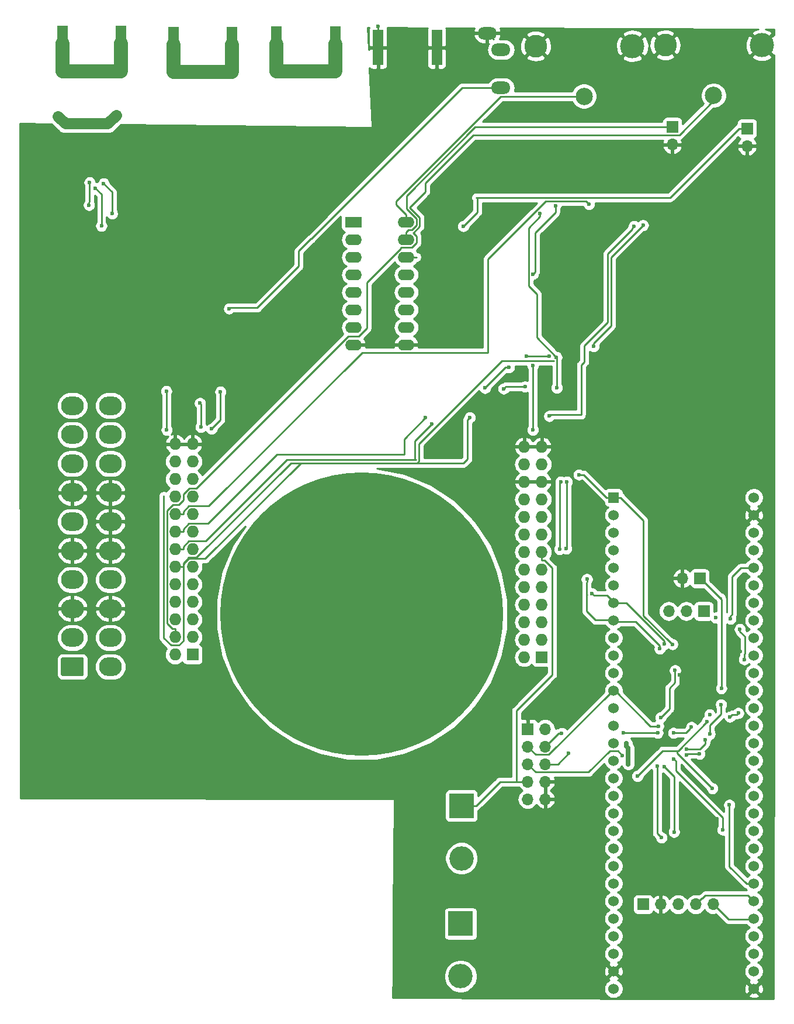
<source format=gbl>
G04 #@! TF.GenerationSoftware,KiCad,Pcbnew,6.0.0-rc1-unknown-e7fa02a~66~ubuntu18.04.1*
G04 #@! TF.CreationDate,2021-05-26T18:29:17-07:00
G04 #@! TF.ProjectId,rp_adapter,72705f61-6461-4707-9465-722e6b696361,rev?*
G04 #@! TF.SameCoordinates,Original*
G04 #@! TF.FileFunction,Copper,L2,Bot*
G04 #@! TF.FilePolarity,Positive*
%FSLAX46Y46*%
G04 Gerber Fmt 4.6, Leading zero omitted, Abs format (unit mm)*
G04 Created by KiCad (PCBNEW 6.0.0-rc1-unknown-e7fa02a~66~ubuntu18.04.1) date Wed 26 May 2021 06:29:17 PM PDT*
%MOMM*%
%LPD*%
G04 APERTURE LIST*
%ADD10R,1.727200X1.727200*%
%ADD11O,1.727200X1.727200*%
%ADD12C,3.540760*%
%ADD13R,3.540760X3.540760*%
%ADD14C,0.100000*%
%ADD15C,2.700000*%
%ADD16O,3.300000X2.700000*%
%ADD17C,2.500000*%
%ADD18C,3.500000*%
%ADD19C,3.300000*%
%ADD20R,1.700000X1.700000*%
%ADD21O,1.700000X1.700000*%
%ADD22C,41.000000*%
%ADD23R,2.400000X1.600000*%
%ADD24O,2.400000X1.600000*%
%ADD25O,2.800000X1.800000*%
%ADD26R,1.500000X5.080000*%
%ADD27R,1.524000X1.524000*%
%ADD28C,1.524000*%
%ADD29C,0.600000*%
%ADD30C,0.250000*%
%ADD31C,2.000000*%
%ADD32C,1.600000*%
%ADD33C,0.700000*%
%ADD34C,0.254000*%
G04 APERTURE END LIST*
D10*
X131612000Y-118838000D03*
D11*
X129072000Y-118838000D03*
X131612000Y-116298000D03*
X129072000Y-116298000D03*
X131612000Y-113758000D03*
X129072000Y-113758000D03*
X131612000Y-111218000D03*
X129072000Y-111218000D03*
X131612000Y-108678000D03*
X129072000Y-108678000D03*
X131612000Y-106138000D03*
X129072000Y-106138000D03*
X131612000Y-103598000D03*
X129072000Y-103598000D03*
X131612000Y-101058000D03*
X129072000Y-101058000D03*
X131612000Y-98518000D03*
X129072000Y-98518000D03*
X131612000Y-95978000D03*
X129072000Y-95978000D03*
X131612000Y-93438000D03*
X129072000Y-93438000D03*
X131612000Y-90898000D03*
X129072000Y-90898000D03*
X131612000Y-88358000D03*
X129072000Y-88358000D03*
D10*
X81017900Y-118460000D03*
D11*
X78477900Y-118460000D03*
X81017900Y-115920000D03*
X78477900Y-115920000D03*
X81017900Y-113380000D03*
X78477900Y-113380000D03*
X81017900Y-110840000D03*
X78477900Y-110840000D03*
X81017900Y-108300000D03*
X78477900Y-108300000D03*
X81017900Y-105760000D03*
X78477900Y-105760000D03*
X81017900Y-103220000D03*
X78477900Y-103220000D03*
X81017900Y-100680000D03*
X78477900Y-100680000D03*
X81017900Y-98140000D03*
X78477900Y-98140000D03*
X81017900Y-95600000D03*
X78477900Y-95600000D03*
X81017900Y-93060000D03*
X78477900Y-93060000D03*
X81017900Y-90520000D03*
X78477900Y-90520000D03*
X81017900Y-87980000D03*
X78477900Y-87980000D03*
D12*
X119990000Y-147967000D03*
D13*
X119990000Y-140347000D03*
D12*
X119860000Y-165037000D03*
D13*
X119860000Y-157417000D03*
D14*
G36*
X65029503Y-118868204D02*
G01*
X65053772Y-118871804D01*
X65077570Y-118877765D01*
X65100670Y-118886030D01*
X65122849Y-118896520D01*
X65143892Y-118909133D01*
X65163598Y-118923748D01*
X65181776Y-118940224D01*
X65198252Y-118958402D01*
X65212867Y-118978108D01*
X65225480Y-118999151D01*
X65235970Y-119021330D01*
X65244235Y-119044430D01*
X65250196Y-119068228D01*
X65253796Y-119092497D01*
X65255000Y-119117001D01*
X65255000Y-121316999D01*
X65253796Y-121341503D01*
X65250196Y-121365772D01*
X65244235Y-121389570D01*
X65235970Y-121412670D01*
X65225480Y-121434849D01*
X65212867Y-121455892D01*
X65198252Y-121475598D01*
X65181776Y-121493776D01*
X65163598Y-121510252D01*
X65143892Y-121524867D01*
X65122849Y-121537480D01*
X65100670Y-121547970D01*
X65077570Y-121556235D01*
X65053772Y-121562196D01*
X65029503Y-121565796D01*
X65004999Y-121567000D01*
X62205001Y-121567000D01*
X62180497Y-121565796D01*
X62156228Y-121562196D01*
X62132430Y-121556235D01*
X62109330Y-121547970D01*
X62087151Y-121537480D01*
X62066108Y-121524867D01*
X62046402Y-121510252D01*
X62028224Y-121493776D01*
X62011748Y-121475598D01*
X61997133Y-121455892D01*
X61984520Y-121434849D01*
X61974030Y-121412670D01*
X61965765Y-121389570D01*
X61959804Y-121365772D01*
X61956204Y-121341503D01*
X61955000Y-121316999D01*
X61955000Y-119117001D01*
X61956204Y-119092497D01*
X61959804Y-119068228D01*
X61965765Y-119044430D01*
X61974030Y-119021330D01*
X61984520Y-118999151D01*
X61997133Y-118978108D01*
X62011748Y-118958402D01*
X62028224Y-118940224D01*
X62046402Y-118923748D01*
X62066108Y-118909133D01*
X62087151Y-118896520D01*
X62109330Y-118886030D01*
X62132430Y-118877765D01*
X62156228Y-118871804D01*
X62180497Y-118868204D01*
X62205001Y-118867000D01*
X65004999Y-118867000D01*
X65029503Y-118868204D01*
X65029503Y-118868204D01*
G37*
D15*
X63605000Y-120217000D03*
D16*
X63605000Y-116017000D03*
X63605000Y-111817000D03*
X63605000Y-107617000D03*
X63605000Y-103417000D03*
X63605000Y-99217000D03*
X63605000Y-95017000D03*
X63605000Y-90817000D03*
X63605000Y-86617000D03*
X63605000Y-82417000D03*
X69105000Y-120217000D03*
X69105000Y-116017000D03*
X69105000Y-111817000D03*
X69105000Y-107617000D03*
X69105000Y-103417000D03*
X69105000Y-99217000D03*
X69105000Y-95017000D03*
X69105000Y-90817000D03*
X69105000Y-86617000D03*
X69105000Y-82417000D03*
D17*
X156512000Y-37499000D03*
D18*
X163512000Y-30229000D03*
D19*
X149512000Y-30229000D03*
X130748000Y-30364000D03*
D18*
X144748000Y-30364000D03*
D17*
X137748000Y-37634000D03*
D20*
X129569000Y-129238000D03*
D21*
X132109000Y-129238000D03*
X129569000Y-131778000D03*
X132109000Y-131778000D03*
X129569000Y-134318000D03*
X132109000Y-134318000D03*
X129569000Y-136858000D03*
X132109000Y-136858000D03*
X129569000Y-139398000D03*
X132109000Y-139398000D03*
D22*
X105560000Y-112605000D03*
D23*
X104347000Y-55845000D03*
D24*
X111967000Y-73625000D03*
X104347000Y-58385000D03*
X111967000Y-71085000D03*
X104347000Y-60925000D03*
X111967000Y-68545000D03*
X104347000Y-63465000D03*
X111967000Y-66005000D03*
X104347000Y-66005000D03*
X111967000Y-63465000D03*
X104347000Y-68545000D03*
X111967000Y-60925000D03*
X104347000Y-71085000D03*
X111967000Y-58385000D03*
X104347000Y-73625000D03*
X111967000Y-55845000D03*
D20*
X150554000Y-42073000D03*
D21*
X150554000Y-44613000D03*
X161393000Y-44835000D03*
D20*
X161393000Y-42295000D03*
D25*
X125713000Y-36392000D03*
X125713000Y-30892000D03*
X123713000Y-28492000D03*
D26*
X116402000Y-30572000D03*
X107902000Y-30572000D03*
X62174000Y-29982000D03*
X70674000Y-29982000D03*
X101696000Y-30006000D03*
X93196000Y-30006000D03*
X78231000Y-30098000D03*
X86731000Y-30098000D03*
D27*
X142032000Y-95733000D03*
D28*
X142032000Y-98273000D03*
X142032000Y-100813000D03*
X142032000Y-103353000D03*
X142032000Y-105893000D03*
X142032000Y-108433000D03*
X142032000Y-110973000D03*
X142032000Y-113513000D03*
X142032000Y-116053000D03*
X142032000Y-118593000D03*
X142032000Y-121133000D03*
X142032000Y-123673000D03*
X142032000Y-126213000D03*
X142032000Y-128753000D03*
X142032000Y-131293000D03*
X142032000Y-133833000D03*
X142032000Y-136373000D03*
X142032000Y-138913000D03*
X142032000Y-141453000D03*
X142032000Y-143993000D03*
X142032000Y-146533000D03*
X142032000Y-149073000D03*
X142032000Y-151613000D03*
X142032000Y-154153000D03*
X142032000Y-156693000D03*
X142032000Y-159233000D03*
X142032000Y-161773000D03*
X142032000Y-164313000D03*
X142032000Y-166853000D03*
X162352000Y-166853000D03*
X162352000Y-164313000D03*
X162352000Y-161773000D03*
X162352000Y-159233000D03*
X162352000Y-156693000D03*
X162352000Y-154153000D03*
X162352000Y-151613000D03*
X162352000Y-149073000D03*
X162352000Y-146533000D03*
X162352000Y-143993000D03*
X162352000Y-141453000D03*
X162352000Y-138913000D03*
X162352000Y-136373000D03*
X162352000Y-133833000D03*
X162352000Y-131293000D03*
X162352000Y-128753000D03*
X162352000Y-126213000D03*
X162352000Y-123673000D03*
X162352000Y-121133000D03*
X162352000Y-118593000D03*
X162352000Y-116053000D03*
X162352000Y-113513000D03*
X162352000Y-110973000D03*
X162352000Y-108433000D03*
X162352000Y-105893000D03*
X162352000Y-103353000D03*
X162352000Y-100813000D03*
X162352000Y-98273000D03*
X162352000Y-95733000D03*
D20*
X155109000Y-112173000D03*
D21*
X152569000Y-112173000D03*
X150029000Y-112173000D03*
D20*
X146321000Y-154610000D03*
D21*
X148861000Y-154610000D03*
X151401000Y-154610000D03*
X153941000Y-154610000D03*
X156481000Y-154610000D03*
D20*
X154534000Y-107428000D03*
D21*
X151994000Y-107428000D03*
D29*
X65842300Y-63931200D03*
X92667000Y-43587600D03*
X65691100Y-55105000D03*
X62412000Y-61431500D03*
X59289600Y-57778000D03*
X116402000Y-34838400D03*
X107902000Y-27521000D03*
X116965000Y-152642000D03*
X102211000Y-44380000D03*
X102640000Y-46161000D03*
X103630000Y-46062000D03*
X104685000Y-46029000D03*
X109896000Y-43060000D03*
X108907000Y-41906000D03*
X108082000Y-41840000D03*
X107324000Y-41873000D03*
X97923000Y-49573000D03*
X97956000Y-53180000D03*
X98055000Y-57072000D03*
X107886000Y-34252000D03*
X140627000Y-46190000D03*
X143673000Y-46017000D03*
X157001000Y-142188000D03*
X156822000Y-139790000D03*
X160329000Y-131989000D03*
X160497000Y-122103000D03*
X160425000Y-118024000D03*
X151479000Y-119455000D03*
X151586000Y-121424000D03*
X147829000Y-119190000D03*
X128077000Y-147458000D03*
X147511000Y-126757000D03*
X154250000Y-126227000D03*
X125484000Y-56040000D03*
X140789000Y-55821000D03*
X136075000Y-90026000D03*
X133796000Y-89976000D03*
X83770000Y-85782000D03*
X85056000Y-80426000D03*
X86313000Y-68387000D03*
X77272700Y-85934300D03*
X77210000Y-80334000D03*
X68138000Y-50284000D03*
X69354000Y-54637000D03*
X66092000Y-50122000D03*
X66015000Y-53385000D03*
X69126000Y-34022300D03*
X62625000Y-33641000D03*
X100259200Y-34046300D03*
X85627200Y-34138300D03*
X129197000Y-79672000D03*
X139134000Y-73819000D03*
X146290000Y-56305000D03*
X121195000Y-84129001D03*
X126102000Y-79971000D03*
X132688000Y-75254000D03*
X129407000Y-75254000D03*
X145013000Y-56429000D03*
X132722000Y-83933000D03*
X115721000Y-85038000D03*
X114788000Y-84129000D03*
X126860000Y-76902000D03*
X123396000Y-79872000D03*
X138468000Y-53240000D03*
X130321000Y-76611000D03*
X130321000Y-85942000D03*
X130331000Y-63389000D03*
X133598000Y-53458000D03*
X133802000Y-79828000D03*
X133755000Y-75410000D03*
X138890000Y-109602000D03*
X149413000Y-116956000D03*
X131362000Y-54598000D03*
X134192000Y-103196000D03*
X134357000Y-93464000D03*
X120255000Y-56452000D03*
X152601000Y-132131000D03*
X155284000Y-130824000D03*
X148490942Y-128823942D03*
X155579000Y-128178000D03*
X143314000Y-133072000D03*
X145493000Y-136053000D03*
X156355000Y-137848000D03*
X158805000Y-140230000D03*
X135532000Y-132762000D03*
X150757000Y-133562000D03*
X157828000Y-143825000D03*
X82206800Y-85541200D03*
X82092000Y-82069000D03*
X138161000Y-107557000D03*
X148727000Y-117626000D03*
X135269000Y-93445000D03*
X135183000Y-103117000D03*
X61481000Y-40516000D03*
X69947000Y-40377000D03*
X67803000Y-56382000D03*
X66923000Y-50952000D03*
X134518000Y-129836000D03*
X143416000Y-129745000D03*
X156806000Y-113133000D03*
X158977000Y-113299000D03*
X153309838Y-128976162D03*
X150699000Y-129821000D03*
X148413942Y-129798058D03*
X158878558Y-127483442D03*
X160981000Y-119161000D03*
X160337000Y-114792000D03*
X160093942Y-126931058D03*
X148979000Y-144964000D03*
X155953837Y-127151837D03*
X154485000Y-132827000D03*
X152569000Y-132980000D03*
X148346000Y-134616000D03*
X148857000Y-127574000D03*
X137004000Y-92412000D03*
X150546000Y-116975000D03*
X150943000Y-120753000D03*
X143889000Y-131308000D03*
X144164000Y-134329000D03*
X149403000Y-134726000D03*
X150783000Y-144151000D03*
X155968000Y-129955000D03*
X157608000Y-125694000D03*
X157648000Y-123340000D03*
D30*
X124628400Y-29407400D02*
X123713000Y-28492000D01*
X116402000Y-30899000D02*
X116402000Y-33437300D01*
X116402000Y-30572000D02*
X116402000Y-30899000D01*
X107902000Y-30572000D02*
X107902000Y-27521000D01*
X135650736Y-90026000D02*
X135600736Y-89976000D01*
X136075000Y-90026000D02*
X135650736Y-90026000D01*
X135600736Y-89976000D02*
X133796000Y-89976000D01*
X110517000Y-53345000D02*
X110517000Y-52800000D01*
X111967000Y-55845000D02*
X111967000Y-54795000D01*
X125683000Y-37634000D02*
X135980234Y-37634000D01*
X110517000Y-52800000D02*
X125683000Y-37634000D01*
X135980234Y-37634000D02*
X137748000Y-37634000D01*
X111967000Y-54795000D02*
X110517000Y-53345000D01*
X83770000Y-85782000D02*
X85056000Y-84496000D01*
X85056000Y-84496000D02*
X85056000Y-80426000D01*
X78477900Y-114731100D02*
X78477900Y-115920000D01*
X78147400Y-96789000D02*
X77289000Y-97647400D01*
X79012500Y-96789000D02*
X78147400Y-96789000D01*
X79715200Y-96086300D02*
X79012500Y-96789000D01*
X79715200Y-95199400D02*
X79715200Y-96086300D01*
X81529400Y-94411000D02*
X80503600Y-94411000D01*
X105117200Y-72355000D02*
X103585400Y-72355000D01*
X106245300Y-71226900D02*
X105117200Y-72355000D01*
X106245300Y-64618700D02*
X106245300Y-71226900D01*
X114756001Y-51447999D02*
X112476707Y-53727293D01*
X114756001Y-50223999D02*
X114756001Y-51447999D01*
X78106300Y-114731100D02*
X78477900Y-114731100D01*
X121731600Y-43248400D02*
X114756001Y-50223999D01*
X77289000Y-113913800D02*
X78106300Y-114731100D01*
X151542000Y-43248400D02*
X121731600Y-43248400D01*
X156512000Y-38278400D02*
X151542000Y-43248400D01*
X113019394Y-57420020D02*
X112993024Y-57420020D01*
X77289000Y-97647400D02*
X77289000Y-113913800D01*
X103585400Y-72355000D02*
X81529400Y-94411000D01*
X156512000Y-37499000D02*
X156512000Y-38278400D01*
X113942019Y-56497395D02*
X113019394Y-57420020D01*
X112476707Y-53727293D02*
X113942020Y-55192606D01*
X80503600Y-94411000D02*
X79715200Y-95199400D01*
X113942020Y-55192606D02*
X113942019Y-56497395D01*
X113492010Y-58850994D02*
X112832994Y-59510010D01*
X112993024Y-57420020D02*
X113492010Y-57919006D01*
X113492010Y-57919006D02*
X113492010Y-58850994D01*
X112832994Y-59510010D02*
X111209000Y-59510010D01*
X111209000Y-59510010D02*
X111209000Y-59655000D01*
X111209000Y-59655000D02*
X106245300Y-64618700D01*
X98206100Y-58249900D02*
X120064000Y-36392000D01*
X120064000Y-36392000D02*
X125713000Y-36392000D01*
X98206100Y-58249900D02*
X98183100Y-58249900D01*
X98183100Y-58249900D02*
X96388000Y-60045000D01*
X96388000Y-60045000D02*
X96388000Y-62259000D01*
X96388000Y-62259000D02*
X90398000Y-68249000D01*
X90398000Y-68249000D02*
X86451000Y-68249000D01*
X86451000Y-68249000D02*
X86313000Y-68387000D01*
X77272700Y-85510036D02*
X77210000Y-85447336D01*
X77272700Y-85934300D02*
X77272700Y-85510036D01*
X77210000Y-85447336D02*
X77210000Y-80334000D01*
X69354000Y-54637000D02*
X69354000Y-51500000D01*
X69354000Y-51500000D02*
X68138000Y-50284000D01*
X66015000Y-53385000D02*
X66015000Y-52960700D01*
X66015000Y-52960700D02*
X66092000Y-52883700D01*
X66092000Y-52883700D02*
X66092000Y-50122000D01*
D31*
X70674000Y-29982000D02*
X70674000Y-34022300D01*
X62174000Y-29982000D02*
X62174000Y-34022300D01*
X69126000Y-34022300D02*
X70674000Y-34022300D01*
X62174000Y-34022300D02*
X69126000Y-34022300D01*
X100259200Y-34046300D02*
X93196000Y-34046300D01*
X101696000Y-34046300D02*
X100259200Y-34046300D01*
X93196000Y-30006000D02*
X93196000Y-34046300D01*
X101696000Y-30006000D02*
X101696000Y-34046300D01*
X85627200Y-34138300D02*
X86731000Y-34138300D01*
X78231000Y-34138300D02*
X85627200Y-34138300D01*
X86731000Y-30098000D02*
X86731000Y-34138300D01*
X78231000Y-30098000D02*
X78231000Y-34138300D01*
D30*
X78477900Y-105760000D02*
X79666800Y-105760000D01*
X114513600Y-90726000D02*
X96716500Y-90726000D01*
X96716500Y-90726000D02*
X82871400Y-104571100D01*
X82871400Y-104571100D02*
X80484100Y-104571100D01*
X80484100Y-104571100D02*
X79666800Y-105388400D01*
X79666800Y-105388400D02*
X79666800Y-105760000D01*
X114513600Y-90726000D02*
X120289000Y-90726000D01*
X120289000Y-90726000D02*
X120860000Y-90155000D01*
X126334998Y-79672000D02*
X129197000Y-79672000D01*
X79048429Y-117108601D02*
X77907371Y-117108601D01*
X79666501Y-116490529D02*
X79048429Y-117108601D01*
X81588429Y-104408601D02*
X80447371Y-104408601D01*
X133351990Y-75931992D02*
X125815418Y-75931992D01*
X125815418Y-75931992D02*
X113825410Y-87922000D01*
X113825410Y-87922000D02*
X113825410Y-90462000D01*
X76838991Y-116040221D02*
X76838991Y-95479779D01*
X77907371Y-117108601D02*
X76838991Y-116040221D01*
X113825410Y-90462000D02*
X113561800Y-90725610D01*
X113561800Y-90725610D02*
X95271420Y-90725610D01*
X95271420Y-90725610D02*
X81588429Y-104408601D01*
X79666501Y-105189471D02*
X79666501Y-116490529D01*
X80447371Y-104408601D02*
X79666501Y-105189471D01*
X139134000Y-73394736D02*
X141668000Y-70860736D01*
X139134000Y-73819000D02*
X139134000Y-73394736D01*
X141668000Y-70860736D02*
X141668000Y-60927000D01*
X141668000Y-60927000D02*
X146290000Y-56305000D01*
X120860000Y-90155000D02*
X120860000Y-85367000D01*
X120860000Y-85367000D02*
X120860000Y-85146998D01*
X120860000Y-85146998D02*
X120860000Y-84464001D01*
X120860000Y-84464001D02*
X121195000Y-84129001D01*
X126334998Y-79672000D02*
X126334998Y-79738002D01*
X126334998Y-79738002D02*
X126102000Y-79971000D01*
X132688000Y-75254000D02*
X129407000Y-75254000D01*
X78477900Y-103220000D02*
X79666800Y-103220000D01*
X94706000Y-90275600D02*
X82950500Y-102031100D01*
X82950500Y-102031100D02*
X80484100Y-102031100D01*
X80484100Y-102031100D02*
X79666800Y-102848400D01*
X79666800Y-102848400D02*
X79666800Y-103220000D01*
X144713001Y-56728999D02*
X144713001Y-56879999D01*
X145013000Y-56429000D02*
X144713001Y-56728999D01*
X144713001Y-56879999D02*
X141191000Y-60402000D01*
X141191000Y-60402000D02*
X141191000Y-70372000D01*
X141191000Y-70372000D02*
X137799000Y-73764000D01*
X137799000Y-73764000D02*
X137799000Y-74124000D01*
X137799000Y-74124000D02*
X137799000Y-76066000D01*
X137799000Y-76066000D02*
X137323000Y-76542000D01*
X137323000Y-76542000D02*
X137323000Y-83757000D01*
X137323000Y-83757000D02*
X132924000Y-83757000D01*
X132924000Y-83757000D02*
X132748000Y-83933000D01*
X132748000Y-83933000D02*
X132722000Y-83933000D01*
X113257000Y-87502000D02*
X113257000Y-90275600D01*
X115721000Y-85038000D02*
X113257000Y-87502000D01*
X113375400Y-90275600D02*
X113257000Y-90275600D01*
X113257000Y-90275600D02*
X94706000Y-90275600D01*
X78477900Y-100680000D02*
X79666800Y-100680000D01*
X111671100Y-89439900D02*
X93269200Y-89439900D01*
X93269200Y-89439900D02*
X83218000Y-99491100D01*
X83218000Y-99491100D02*
X80484100Y-99491100D01*
X80484100Y-99491100D02*
X79666800Y-100308400D01*
X79666800Y-100308400D02*
X79666800Y-100680000D01*
X111671100Y-89439900D02*
X111671100Y-87245900D01*
X111671100Y-87245900D02*
X114788000Y-84129000D01*
X126860000Y-76902000D02*
X126366000Y-76902000D01*
X126366000Y-76902000D02*
X123396000Y-79872000D01*
X78477900Y-98140000D02*
X79666800Y-98140000D01*
X123820600Y-74750400D02*
X105579100Y-74750400D01*
X105579100Y-74750400D02*
X83378400Y-96951100D01*
X83378400Y-96951100D02*
X80484100Y-96951100D01*
X80484100Y-96951100D02*
X79666800Y-97768400D01*
X79666800Y-97768400D02*
X79666800Y-98140000D01*
X132201999Y-52832999D02*
X138060999Y-52832999D01*
X123820600Y-74750400D02*
X123820600Y-61214398D01*
X123820600Y-61214398D02*
X132201999Y-52832999D01*
X138060999Y-52832999D02*
X138468000Y-53240000D01*
X130321000Y-76611000D02*
X130321000Y-85942000D01*
X130331000Y-63389000D02*
X130660000Y-63060000D01*
X130660000Y-63060000D02*
X130660000Y-57361000D01*
X130660000Y-57361000D02*
X133598000Y-54423000D01*
X133598000Y-54423000D02*
X133598000Y-53458000D01*
X133802000Y-79828000D02*
X133802000Y-75457000D01*
X133802000Y-75457000D02*
X133755000Y-75410000D01*
X139189999Y-109901999D02*
X141049999Y-109901999D01*
X138890000Y-109602000D02*
X139189999Y-109901999D01*
X141049999Y-109901999D02*
X142082000Y-110934000D01*
X149413000Y-116531736D02*
X143856264Y-110975000D01*
X149413000Y-116956000D02*
X149413000Y-116531736D01*
X143856264Y-110975000D02*
X142187000Y-110975000D01*
X142187000Y-110975000D02*
X142187000Y-111023000D01*
X130899998Y-72554998D02*
X133755000Y-75410000D01*
X130899998Y-66273000D02*
X130899998Y-72554998D01*
X129705999Y-65079001D02*
X130899998Y-66273000D01*
X129705999Y-56678265D02*
X129705999Y-65079001D01*
X131362000Y-54598000D02*
X131362000Y-55022264D01*
X131362000Y-55022264D02*
X129705999Y-56678265D01*
X134192000Y-103196000D02*
X134192000Y-93629000D01*
X134192000Y-93629000D02*
X134357000Y-93464000D01*
X127922500Y-136858000D02*
X125574700Y-136858000D01*
X125574700Y-136858000D02*
X122085700Y-140347000D01*
X129569000Y-136858000D02*
X127922500Y-136858000D01*
X127922500Y-136858000D02*
X127922500Y-126585800D01*
X127922500Y-126585800D02*
X133143700Y-121364600D01*
X133143700Y-121364600D02*
X133143700Y-105947100D01*
X133143700Y-105947100D02*
X131983500Y-104786900D01*
X131983500Y-104786900D02*
X131612000Y-104786900D01*
X131612000Y-103598000D02*
X131612000Y-104786900D01*
X119990000Y-140347000D02*
X122085700Y-140347000D01*
X121978000Y-42073000D02*
X112026698Y-52024302D01*
X112331991Y-56970009D02*
X111967000Y-57335000D01*
X113492009Y-56310995D02*
X112832995Y-56970009D01*
X112026698Y-53913694D02*
X113492009Y-55379006D01*
X150554000Y-42073000D02*
X121978000Y-42073000D01*
X112832995Y-56970009D02*
X112331991Y-56970009D01*
X112026698Y-52024302D02*
X112026698Y-53913694D01*
X113492009Y-55379006D02*
X113492009Y-56310995D01*
X111967000Y-57335000D02*
X111967000Y-58385000D01*
X111967000Y-60925000D02*
X113492300Y-60925000D01*
X161393000Y-42295000D02*
X160217700Y-42295000D01*
X160217700Y-42295000D02*
X150215000Y-52297700D01*
X122298000Y-54409000D02*
X120255000Y-56452000D01*
X122298000Y-52297700D02*
X122119600Y-52297700D01*
X122298000Y-52297700D02*
X122298000Y-54409000D01*
X150215000Y-52297700D02*
X122298000Y-52297700D01*
X130744001Y-132953001D02*
X132614999Y-132953001D01*
X129569000Y-131778000D02*
X130744001Y-132953001D01*
X132614999Y-132953001D02*
X141740000Y-123828000D01*
X152601000Y-132131000D02*
X154550000Y-132131000D01*
X154550000Y-132131000D02*
X155284000Y-131397000D01*
X155284000Y-131397000D02*
X155284000Y-130824000D01*
X147214000Y-128704000D02*
X142322000Y-123812000D01*
X147333942Y-128823942D02*
X147214000Y-128704000D01*
X148490942Y-128823942D02*
X147333942Y-128823942D01*
X138397239Y-135493001D02*
X141510239Y-132380001D01*
X129569000Y-134318000D02*
X130744001Y-135493001D01*
X130744001Y-135493001D02*
X138397239Y-135493001D01*
X151376999Y-132380001D02*
X155579000Y-128178000D01*
X151208000Y-132380001D02*
X151376999Y-132380001D01*
X141510239Y-132380001D02*
X142715001Y-132380001D01*
X143407000Y-133072000D02*
X143314000Y-133072000D01*
X142715001Y-132380001D02*
X143314000Y-133072000D01*
X149165999Y-132380001D02*
X145493000Y-136053000D01*
X151208000Y-132380001D02*
X149165999Y-132380001D01*
X151250999Y-132423000D02*
X151208000Y-132380001D01*
X151250999Y-132675999D02*
X151250999Y-132423000D01*
X158805000Y-149143630D02*
X158805000Y-140230000D01*
X162352000Y-151613000D02*
X161274370Y-151613000D01*
X161274370Y-151613000D02*
X158805000Y-149143630D01*
X151250999Y-132675999D02*
X151250999Y-132724999D01*
X151250999Y-132724999D02*
X156355000Y-137829000D01*
X156355000Y-137829000D02*
X156355000Y-137848000D01*
X132109000Y-134318000D02*
X133976000Y-134318000D01*
X133976000Y-134318000D02*
X135532000Y-132762000D01*
X151056999Y-135318997D02*
X157828000Y-142089998D01*
X150757000Y-133562000D02*
X151056999Y-133861999D01*
X151056999Y-133861999D02*
X151056999Y-135318997D01*
X157828000Y-142089998D02*
X157828000Y-143825000D01*
X82206800Y-85541200D02*
X82206800Y-82183800D01*
X82206800Y-82183800D02*
X82092000Y-82069000D01*
X138161000Y-107981264D02*
X138136000Y-108006264D01*
X138161000Y-107557000D02*
X138161000Y-107981264D01*
X138136000Y-109773002D02*
X138161000Y-109798002D01*
X138136000Y-108006264D02*
X138136000Y-109773002D01*
X138136000Y-109773002D02*
X138136000Y-112211000D01*
X138136000Y-112211000D02*
X139393000Y-113468000D01*
X139393000Y-113468000D02*
X142208000Y-113468000D01*
X148727000Y-117201736D02*
X145243264Y-113718000D01*
X148727000Y-117626000D02*
X148727000Y-117201736D01*
X145243264Y-113718000D02*
X141880000Y-113718000D01*
X135269000Y-93445000D02*
X135269000Y-103031000D01*
X135269000Y-103031000D02*
X135183000Y-103117000D01*
D32*
X61481000Y-40516000D02*
X62557000Y-41592000D01*
X62557000Y-41592000D02*
X68732000Y-41592000D01*
X68732000Y-41592000D02*
X69947000Y-40377000D01*
D30*
X66923000Y-50952000D02*
X67803000Y-51832000D01*
X67803000Y-51832000D02*
X67803000Y-56382000D01*
X132109000Y-131778000D02*
X134051000Y-129836000D01*
X134051000Y-129836000D02*
X134518000Y-129836000D01*
X156840000Y-113099000D02*
X156806000Y-113133000D01*
X158977000Y-112874736D02*
X159211000Y-112640736D01*
X158977000Y-113299000D02*
X158977000Y-112874736D01*
X159211000Y-112640736D02*
X159211000Y-107172000D01*
X159211000Y-107172000D02*
X160480000Y-105903000D01*
X160480000Y-105903000D02*
X162284000Y-105903000D01*
X162284000Y-105903000D02*
X162284000Y-105908000D01*
X153009839Y-129276161D02*
X153309838Y-128976162D01*
X152541000Y-129745000D02*
X153009839Y-129276161D01*
X143495000Y-129824000D02*
X143416000Y-129745000D01*
X152541000Y-129745000D02*
X150775000Y-129745000D01*
X150775000Y-129745000D02*
X150699000Y-129821000D01*
X143469058Y-129798058D02*
X143416000Y-129745000D01*
X148413942Y-129798058D02*
X143469058Y-129798058D01*
X159178557Y-127183443D02*
X159609557Y-127183443D01*
X158878558Y-127483442D02*
X159178557Y-127183443D01*
X161050001Y-118324001D02*
X161050001Y-115842001D01*
X160981000Y-119161000D02*
X160981000Y-118393002D01*
X160981000Y-118393002D02*
X161050001Y-118324001D01*
X161050001Y-115842001D02*
X160337000Y-115129000D01*
X160337000Y-115129000D02*
X160337000Y-114792000D01*
X159609557Y-127183443D02*
X159841557Y-127183443D01*
X159841557Y-127183443D02*
X160093942Y-126931058D01*
X148979000Y-144964000D02*
X148566000Y-144551000D01*
X154485000Y-132827000D02*
X152722000Y-132827000D01*
X152722000Y-132827000D02*
X152569000Y-132980000D01*
X148346000Y-144331000D02*
X148979000Y-144964000D01*
X148346000Y-134616000D02*
X148346000Y-144331000D01*
X143044000Y-95733000D02*
X146340000Y-99029000D01*
X142032000Y-95733000D02*
X143044000Y-95733000D01*
X146340000Y-99029000D02*
X146340000Y-112822326D01*
X146340000Y-112822326D02*
X150038001Y-116520327D01*
X150038001Y-126392999D02*
X148857000Y-127574000D01*
X141020000Y-95733000D02*
X137699000Y-92412000D01*
X142032000Y-95733000D02*
X141020000Y-95733000D01*
X137699000Y-92412000D02*
X137004000Y-92412000D01*
X150038001Y-116520327D02*
X150091327Y-116520327D01*
X150091327Y-116520327D02*
X150546000Y-116975000D01*
X150943000Y-120753000D02*
X150943000Y-122467000D01*
X150943000Y-122467000D02*
X150102000Y-123308000D01*
X150102000Y-126329000D02*
X150038001Y-126392999D01*
X150102000Y-123308000D02*
X150102000Y-126329000D01*
D33*
X143889000Y-131732264D02*
X144164000Y-132007264D01*
X143889000Y-131308000D02*
X143889000Y-131732264D01*
X144164000Y-132007264D02*
X144164000Y-134329000D01*
D30*
X154790999Y-153760001D02*
X154916999Y-153760001D01*
X153941000Y-154610000D02*
X154790999Y-153760001D01*
X154916999Y-153760001D02*
X155339000Y-153338000D01*
X155339000Y-153338000D02*
X161498000Y-153338000D01*
X161498000Y-153338000D02*
X162273000Y-154113000D01*
X149403000Y-134726000D02*
X150830000Y-136153000D01*
X150830000Y-136942002D02*
X150783000Y-136989002D01*
X150830000Y-136153000D02*
X150830000Y-136942002D01*
X150783000Y-136989002D02*
X150783000Y-144151000D01*
X157330999Y-155459999D02*
X157335999Y-155459999D01*
X156481000Y-154610000D02*
X157330999Y-155459999D01*
X157335999Y-155459999D02*
X158670000Y-156794000D01*
X158670000Y-156794000D02*
X162294000Y-156794000D01*
X155968000Y-128714002D02*
X157581000Y-127101002D01*
X155968000Y-129955000D02*
X155968000Y-128714002D01*
X157581000Y-110440000D02*
X157581000Y-110201000D01*
X157581000Y-110440000D02*
X157581000Y-110386000D01*
X157581000Y-110386000D02*
X154803000Y-107608000D01*
X157581000Y-127101002D02*
X157581000Y-125721000D01*
X157581000Y-125721000D02*
X157608000Y-125694000D01*
X157648000Y-110453000D02*
X157581000Y-110386000D01*
X157648000Y-123340000D02*
X157648000Y-110453000D01*
D34*
G36*
X106589270Y-27731215D02*
G01*
X106541403Y-27846777D01*
X106517000Y-27969458D01*
X106517000Y-30286250D01*
X106675750Y-30445000D01*
X107775000Y-30445000D01*
X107775000Y-30425000D01*
X108029000Y-30425000D01*
X108029000Y-30445000D01*
X109128250Y-30445000D01*
X109287000Y-30286250D01*
X109287000Y-27969458D01*
X109262597Y-27846777D01*
X109214730Y-27731215D01*
X109204307Y-27715615D01*
X115087482Y-27735530D01*
X115041403Y-27846777D01*
X115017000Y-27969458D01*
X115017000Y-30286250D01*
X115175750Y-30445000D01*
X116275000Y-30445000D01*
X116275000Y-30425000D01*
X116529000Y-30425000D01*
X116529000Y-30445000D01*
X117628250Y-30445000D01*
X117787000Y-30286250D01*
X117787000Y-28856740D01*
X121721964Y-28856740D01*
X121746245Y-28962087D01*
X121866138Y-29239204D01*
X122037790Y-29487606D01*
X122254604Y-29697748D01*
X122508249Y-29861554D01*
X122788977Y-29972729D01*
X123086000Y-30027000D01*
X123586000Y-30027000D01*
X123586000Y-28619000D01*
X121842622Y-28619000D01*
X121721964Y-28856740D01*
X117787000Y-28856740D01*
X117787000Y-27969458D01*
X117762597Y-27846777D01*
X117720209Y-27744443D01*
X121860228Y-27758457D01*
X121746245Y-28021913D01*
X121721964Y-28127260D01*
X121842622Y-28365000D01*
X123586000Y-28365000D01*
X123586000Y-28345000D01*
X123840000Y-28345000D01*
X123840000Y-28365000D01*
X125583378Y-28365000D01*
X125704036Y-28127260D01*
X125679755Y-28021913D01*
X125571207Y-27771019D01*
X162973021Y-27897630D01*
X162564532Y-28027703D01*
X162208073Y-28218234D01*
X162021997Y-28559391D01*
X163512000Y-30049395D01*
X165002003Y-28559391D01*
X164815927Y-28218234D01*
X164398591Y-28002487D01*
X164047616Y-27901268D01*
X165290001Y-27905473D01*
X165290001Y-28798117D01*
X165181609Y-28738997D01*
X163691605Y-30229000D01*
X165181609Y-31719003D01*
X165290001Y-31659883D01*
X165290000Y-115991550D01*
X165185359Y-168290000D01*
X150176495Y-168290000D01*
X110037859Y-168149447D01*
X110060520Y-164800091D01*
X117454620Y-164800091D01*
X117454620Y-165273909D01*
X117547057Y-165738624D01*
X117728380Y-166176375D01*
X117991619Y-166570341D01*
X118326659Y-166905381D01*
X118720625Y-167168620D01*
X119158376Y-167349943D01*
X119623091Y-167442380D01*
X120096909Y-167442380D01*
X120561624Y-167349943D01*
X120999375Y-167168620D01*
X121393341Y-166905381D01*
X121583314Y-166715408D01*
X140635000Y-166715408D01*
X140635000Y-166990592D01*
X140688686Y-167260490D01*
X140793995Y-167514727D01*
X140946880Y-167743535D01*
X141141465Y-167938120D01*
X141370273Y-168091005D01*
X141624510Y-168196314D01*
X141894408Y-168250000D01*
X142169592Y-168250000D01*
X142439490Y-168196314D01*
X142693727Y-168091005D01*
X142922535Y-167938120D01*
X143042090Y-167818565D01*
X161566040Y-167818565D01*
X161633020Y-168058656D01*
X161882048Y-168175756D01*
X162149135Y-168242023D01*
X162424017Y-168254910D01*
X162696133Y-168213922D01*
X162955023Y-168120636D01*
X163070980Y-168058656D01*
X163137960Y-167818565D01*
X162352000Y-167032605D01*
X161566040Y-167818565D01*
X143042090Y-167818565D01*
X143117120Y-167743535D01*
X143270005Y-167514727D01*
X143375314Y-167260490D01*
X143429000Y-166990592D01*
X143429000Y-166925017D01*
X160950090Y-166925017D01*
X160991078Y-167197133D01*
X161084364Y-167456023D01*
X161146344Y-167571980D01*
X161386435Y-167638960D01*
X162172395Y-166853000D01*
X162531605Y-166853000D01*
X163317565Y-167638960D01*
X163557656Y-167571980D01*
X163674756Y-167322952D01*
X163741023Y-167055865D01*
X163753910Y-166780983D01*
X163712922Y-166508867D01*
X163619636Y-166249977D01*
X163557656Y-166134020D01*
X163317565Y-166067040D01*
X162531605Y-166853000D01*
X162172395Y-166853000D01*
X161386435Y-166067040D01*
X161146344Y-166134020D01*
X161029244Y-166383048D01*
X160962977Y-166650135D01*
X160950090Y-166925017D01*
X143429000Y-166925017D01*
X143429000Y-166715408D01*
X143375314Y-166445510D01*
X143270005Y-166191273D01*
X143117120Y-165962465D01*
X142922535Y-165767880D01*
X142693727Y-165614995D01*
X142622057Y-165585308D01*
X142635023Y-165580636D01*
X142750980Y-165518656D01*
X142817960Y-165278565D01*
X142032000Y-164492605D01*
X141246040Y-165278565D01*
X141313020Y-165518656D01*
X141448760Y-165582485D01*
X141370273Y-165614995D01*
X141141465Y-165767880D01*
X140946880Y-165962465D01*
X140793995Y-166191273D01*
X140688686Y-166445510D01*
X140635000Y-166715408D01*
X121583314Y-166715408D01*
X121728381Y-166570341D01*
X121991620Y-166176375D01*
X122172943Y-165738624D01*
X122265380Y-165273909D01*
X122265380Y-164800091D01*
X122182818Y-164385017D01*
X140630090Y-164385017D01*
X140671078Y-164657133D01*
X140764364Y-164916023D01*
X140826344Y-165031980D01*
X141066435Y-165098960D01*
X141852395Y-164313000D01*
X142211605Y-164313000D01*
X142997565Y-165098960D01*
X143237656Y-165031980D01*
X143354756Y-164782952D01*
X143421023Y-164515865D01*
X143433910Y-164240983D01*
X143392922Y-163968867D01*
X143299636Y-163709977D01*
X143237656Y-163594020D01*
X142997565Y-163527040D01*
X142211605Y-164313000D01*
X141852395Y-164313000D01*
X141066435Y-163527040D01*
X140826344Y-163594020D01*
X140709244Y-163843048D01*
X140642977Y-164110135D01*
X140630090Y-164385017D01*
X122182818Y-164385017D01*
X122172943Y-164335376D01*
X121991620Y-163897625D01*
X121728381Y-163503659D01*
X121393341Y-163168619D01*
X120999375Y-162905380D01*
X120561624Y-162724057D01*
X120096909Y-162631620D01*
X119623091Y-162631620D01*
X119158376Y-162724057D01*
X118720625Y-162905380D01*
X118326659Y-163168619D01*
X117991619Y-163503659D01*
X117728380Y-163897625D01*
X117547057Y-164335376D01*
X117454620Y-164800091D01*
X110060520Y-164800091D01*
X110122451Y-155646620D01*
X117451548Y-155646620D01*
X117451548Y-159187380D01*
X117463808Y-159311862D01*
X117500118Y-159431560D01*
X117559083Y-159541874D01*
X117638435Y-159638565D01*
X117735126Y-159717917D01*
X117845440Y-159776882D01*
X117965138Y-159813192D01*
X118089620Y-159825452D01*
X121630380Y-159825452D01*
X121754862Y-159813192D01*
X121874560Y-159776882D01*
X121984874Y-159717917D01*
X122081565Y-159638565D01*
X122160917Y-159541874D01*
X122219882Y-159431560D01*
X122256192Y-159311862D01*
X122268452Y-159187380D01*
X122268452Y-155646620D01*
X122256192Y-155522138D01*
X122219882Y-155402440D01*
X122160917Y-155292126D01*
X122081565Y-155195435D01*
X121984874Y-155116083D01*
X121874560Y-155057118D01*
X121754862Y-155020808D01*
X121630380Y-155008548D01*
X118089620Y-155008548D01*
X117965138Y-155020808D01*
X117845440Y-155057118D01*
X117735126Y-155116083D01*
X117638435Y-155195435D01*
X117559083Y-155292126D01*
X117500118Y-155402440D01*
X117463808Y-155522138D01*
X117451548Y-155646620D01*
X110122451Y-155646620D01*
X110176013Y-147730091D01*
X117584620Y-147730091D01*
X117584620Y-148203909D01*
X117677057Y-148668624D01*
X117858380Y-149106375D01*
X118121619Y-149500341D01*
X118456659Y-149835381D01*
X118850625Y-150098620D01*
X119288376Y-150279943D01*
X119753091Y-150372380D01*
X120226909Y-150372380D01*
X120691624Y-150279943D01*
X121129375Y-150098620D01*
X121523341Y-149835381D01*
X121858381Y-149500341D01*
X122121620Y-149106375D01*
X122302943Y-148668624D01*
X122395380Y-148203909D01*
X122395380Y-147730091D01*
X122302943Y-147265376D01*
X122121620Y-146827625D01*
X121858381Y-146433659D01*
X121523341Y-146098619D01*
X121129375Y-145835380D01*
X120691624Y-145654057D01*
X120226909Y-145561620D01*
X119753091Y-145561620D01*
X119288376Y-145654057D01*
X118850625Y-145835380D01*
X118456659Y-146098619D01*
X118121619Y-146433659D01*
X117858380Y-146827625D01*
X117677057Y-147265376D01*
X117584620Y-147730091D01*
X110176013Y-147730091D01*
X110231997Y-139455859D01*
X110229725Y-139431067D01*
X110222659Y-139407194D01*
X110211072Y-139385159D01*
X110195408Y-139365807D01*
X110176270Y-139349883D01*
X110154394Y-139337999D01*
X110130619Y-139330611D01*
X110105227Y-139328000D01*
X56075875Y-139231227D01*
X56075227Y-138576620D01*
X117581548Y-138576620D01*
X117581548Y-142117380D01*
X117593808Y-142241862D01*
X117630118Y-142361560D01*
X117689083Y-142471874D01*
X117768435Y-142568565D01*
X117865126Y-142647917D01*
X117975440Y-142706882D01*
X118095138Y-142743192D01*
X118219620Y-142755452D01*
X121760380Y-142755452D01*
X121884862Y-142743192D01*
X122004560Y-142706882D01*
X122114874Y-142647917D01*
X122211565Y-142568565D01*
X122290917Y-142471874D01*
X122349882Y-142361560D01*
X122386192Y-142241862D01*
X122398452Y-142117380D01*
X122398452Y-141041586D01*
X122509976Y-140981974D01*
X122625701Y-140887001D01*
X122649504Y-140857997D01*
X125889502Y-137618000D01*
X127885167Y-137618000D01*
X127922500Y-137621677D01*
X127959833Y-137618000D01*
X128291405Y-137618000D01*
X128328294Y-137687014D01*
X128513866Y-137913134D01*
X128739986Y-138098706D01*
X128794791Y-138128000D01*
X128739986Y-138157294D01*
X128513866Y-138342866D01*
X128328294Y-138568986D01*
X128190401Y-138826966D01*
X128105487Y-139106889D01*
X128076815Y-139398000D01*
X128105487Y-139689111D01*
X128190401Y-139969034D01*
X128328294Y-140227014D01*
X128513866Y-140453134D01*
X128739986Y-140638706D01*
X128997966Y-140776599D01*
X129277889Y-140861513D01*
X129496050Y-140883000D01*
X129641950Y-140883000D01*
X129860111Y-140861513D01*
X130140034Y-140776599D01*
X130398014Y-140638706D01*
X130624134Y-140453134D01*
X130809706Y-140227014D01*
X130840584Y-140169244D01*
X131011412Y-140398269D01*
X131227645Y-140593178D01*
X131477748Y-140742157D01*
X131752109Y-140839481D01*
X131982000Y-140718814D01*
X131982000Y-139525000D01*
X132236000Y-139525000D01*
X132236000Y-140718814D01*
X132465891Y-140839481D01*
X132740252Y-140742157D01*
X132990355Y-140593178D01*
X133206588Y-140398269D01*
X133380641Y-140164920D01*
X133505825Y-139902099D01*
X133550476Y-139754890D01*
X133429155Y-139525000D01*
X132236000Y-139525000D01*
X131982000Y-139525000D01*
X131962000Y-139525000D01*
X131962000Y-139271000D01*
X131982000Y-139271000D01*
X131982000Y-136985000D01*
X132236000Y-136985000D01*
X132236000Y-139271000D01*
X133429155Y-139271000D01*
X133550476Y-139041110D01*
X133505825Y-138893901D01*
X133380641Y-138631080D01*
X133206588Y-138397731D01*
X132990355Y-138202822D01*
X132864745Y-138128000D01*
X132990355Y-138053178D01*
X133206588Y-137858269D01*
X133380641Y-137624920D01*
X133505825Y-137362099D01*
X133550476Y-137214890D01*
X133429155Y-136985000D01*
X132236000Y-136985000D01*
X131982000Y-136985000D01*
X131962000Y-136985000D01*
X131962000Y-136731000D01*
X131982000Y-136731000D01*
X131982000Y-136711000D01*
X132236000Y-136711000D01*
X132236000Y-136731000D01*
X133429155Y-136731000D01*
X133550476Y-136501110D01*
X133505825Y-136353901D01*
X133457765Y-136253001D01*
X138359917Y-136253001D01*
X138397239Y-136256677D01*
X138434561Y-136253001D01*
X138434572Y-136253001D01*
X138546225Y-136242004D01*
X138689486Y-136198547D01*
X138821515Y-136127975D01*
X138937240Y-136033002D01*
X138961043Y-136003998D01*
X140699191Y-134265851D01*
X140793995Y-134494727D01*
X140946880Y-134723535D01*
X141141465Y-134918120D01*
X141370273Y-135071005D01*
X141447515Y-135103000D01*
X141370273Y-135134995D01*
X141141465Y-135287880D01*
X140946880Y-135482465D01*
X140793995Y-135711273D01*
X140688686Y-135965510D01*
X140635000Y-136235408D01*
X140635000Y-136510592D01*
X140688686Y-136780490D01*
X140793995Y-137034727D01*
X140946880Y-137263535D01*
X141141465Y-137458120D01*
X141370273Y-137611005D01*
X141447515Y-137643000D01*
X141370273Y-137674995D01*
X141141465Y-137827880D01*
X140946880Y-138022465D01*
X140793995Y-138251273D01*
X140688686Y-138505510D01*
X140635000Y-138775408D01*
X140635000Y-139050592D01*
X140688686Y-139320490D01*
X140793995Y-139574727D01*
X140946880Y-139803535D01*
X141141465Y-139998120D01*
X141370273Y-140151005D01*
X141447515Y-140183000D01*
X141370273Y-140214995D01*
X141141465Y-140367880D01*
X140946880Y-140562465D01*
X140793995Y-140791273D01*
X140688686Y-141045510D01*
X140635000Y-141315408D01*
X140635000Y-141590592D01*
X140688686Y-141860490D01*
X140793995Y-142114727D01*
X140946880Y-142343535D01*
X141141465Y-142538120D01*
X141370273Y-142691005D01*
X141447515Y-142723000D01*
X141370273Y-142754995D01*
X141141465Y-142907880D01*
X140946880Y-143102465D01*
X140793995Y-143331273D01*
X140688686Y-143585510D01*
X140635000Y-143855408D01*
X140635000Y-144130592D01*
X140688686Y-144400490D01*
X140793995Y-144654727D01*
X140946880Y-144883535D01*
X141141465Y-145078120D01*
X141370273Y-145231005D01*
X141447515Y-145263000D01*
X141370273Y-145294995D01*
X141141465Y-145447880D01*
X140946880Y-145642465D01*
X140793995Y-145871273D01*
X140688686Y-146125510D01*
X140635000Y-146395408D01*
X140635000Y-146670592D01*
X140688686Y-146940490D01*
X140793995Y-147194727D01*
X140946880Y-147423535D01*
X141141465Y-147618120D01*
X141370273Y-147771005D01*
X141447515Y-147803000D01*
X141370273Y-147834995D01*
X141141465Y-147987880D01*
X140946880Y-148182465D01*
X140793995Y-148411273D01*
X140688686Y-148665510D01*
X140635000Y-148935408D01*
X140635000Y-149210592D01*
X140688686Y-149480490D01*
X140793995Y-149734727D01*
X140946880Y-149963535D01*
X141141465Y-150158120D01*
X141370273Y-150311005D01*
X141447515Y-150343000D01*
X141370273Y-150374995D01*
X141141465Y-150527880D01*
X140946880Y-150722465D01*
X140793995Y-150951273D01*
X140688686Y-151205510D01*
X140635000Y-151475408D01*
X140635000Y-151750592D01*
X140688686Y-152020490D01*
X140793995Y-152274727D01*
X140946880Y-152503535D01*
X141141465Y-152698120D01*
X141370273Y-152851005D01*
X141447515Y-152883000D01*
X141370273Y-152914995D01*
X141141465Y-153067880D01*
X140946880Y-153262465D01*
X140793995Y-153491273D01*
X140688686Y-153745510D01*
X140635000Y-154015408D01*
X140635000Y-154290592D01*
X140688686Y-154560490D01*
X140793995Y-154814727D01*
X140946880Y-155043535D01*
X141141465Y-155238120D01*
X141370273Y-155391005D01*
X141447515Y-155423000D01*
X141370273Y-155454995D01*
X141141465Y-155607880D01*
X140946880Y-155802465D01*
X140793995Y-156031273D01*
X140688686Y-156285510D01*
X140635000Y-156555408D01*
X140635000Y-156830592D01*
X140688686Y-157100490D01*
X140793995Y-157354727D01*
X140946880Y-157583535D01*
X141141465Y-157778120D01*
X141370273Y-157931005D01*
X141447515Y-157963000D01*
X141370273Y-157994995D01*
X141141465Y-158147880D01*
X140946880Y-158342465D01*
X140793995Y-158571273D01*
X140688686Y-158825510D01*
X140635000Y-159095408D01*
X140635000Y-159370592D01*
X140688686Y-159640490D01*
X140793995Y-159894727D01*
X140946880Y-160123535D01*
X141141465Y-160318120D01*
X141370273Y-160471005D01*
X141447515Y-160503000D01*
X141370273Y-160534995D01*
X141141465Y-160687880D01*
X140946880Y-160882465D01*
X140793995Y-161111273D01*
X140688686Y-161365510D01*
X140635000Y-161635408D01*
X140635000Y-161910592D01*
X140688686Y-162180490D01*
X140793995Y-162434727D01*
X140946880Y-162663535D01*
X141141465Y-162858120D01*
X141370273Y-163011005D01*
X141441943Y-163040692D01*
X141428977Y-163045364D01*
X141313020Y-163107344D01*
X141246040Y-163347435D01*
X142032000Y-164133395D01*
X142817960Y-163347435D01*
X142750980Y-163107344D01*
X142615240Y-163043515D01*
X142693727Y-163011005D01*
X142922535Y-162858120D01*
X143117120Y-162663535D01*
X143270005Y-162434727D01*
X143375314Y-162180490D01*
X143429000Y-161910592D01*
X143429000Y-161635408D01*
X143375314Y-161365510D01*
X143270005Y-161111273D01*
X143117120Y-160882465D01*
X142922535Y-160687880D01*
X142693727Y-160534995D01*
X142616485Y-160503000D01*
X142693727Y-160471005D01*
X142922535Y-160318120D01*
X143117120Y-160123535D01*
X143270005Y-159894727D01*
X143375314Y-159640490D01*
X143429000Y-159370592D01*
X143429000Y-159095408D01*
X143375314Y-158825510D01*
X143270005Y-158571273D01*
X143117120Y-158342465D01*
X142922535Y-158147880D01*
X142693727Y-157994995D01*
X142616485Y-157963000D01*
X142693727Y-157931005D01*
X142922535Y-157778120D01*
X143117120Y-157583535D01*
X143270005Y-157354727D01*
X143375314Y-157100490D01*
X143429000Y-156830592D01*
X143429000Y-156555408D01*
X143375314Y-156285510D01*
X143270005Y-156031273D01*
X143117120Y-155802465D01*
X142922535Y-155607880D01*
X142693727Y-155454995D01*
X142616485Y-155423000D01*
X142693727Y-155391005D01*
X142922535Y-155238120D01*
X143117120Y-155043535D01*
X143270005Y-154814727D01*
X143375314Y-154560490D01*
X143429000Y-154290592D01*
X143429000Y-154015408D01*
X143378197Y-153760000D01*
X144832928Y-153760000D01*
X144832928Y-155460000D01*
X144845188Y-155584482D01*
X144881498Y-155704180D01*
X144940463Y-155814494D01*
X145019815Y-155911185D01*
X145116506Y-155990537D01*
X145226820Y-156049502D01*
X145346518Y-156085812D01*
X145471000Y-156098072D01*
X147171000Y-156098072D01*
X147295482Y-156085812D01*
X147415180Y-156049502D01*
X147525494Y-155990537D01*
X147622185Y-155911185D01*
X147701537Y-155814494D01*
X147760502Y-155704180D01*
X147784966Y-155623534D01*
X147860731Y-155707588D01*
X148094080Y-155881641D01*
X148356901Y-156006825D01*
X148504110Y-156051476D01*
X148734000Y-155930155D01*
X148734000Y-154737000D01*
X148714000Y-154737000D01*
X148714000Y-154483000D01*
X148734000Y-154483000D01*
X148734000Y-153289845D01*
X148504110Y-153168524D01*
X148356901Y-153213175D01*
X148094080Y-153338359D01*
X147860731Y-153512412D01*
X147784966Y-153596466D01*
X147760502Y-153515820D01*
X147701537Y-153405506D01*
X147622185Y-153308815D01*
X147525494Y-153229463D01*
X147415180Y-153170498D01*
X147295482Y-153134188D01*
X147171000Y-153121928D01*
X145471000Y-153121928D01*
X145346518Y-153134188D01*
X145226820Y-153170498D01*
X145116506Y-153229463D01*
X145019815Y-153308815D01*
X144940463Y-153405506D01*
X144881498Y-153515820D01*
X144845188Y-153635518D01*
X144832928Y-153760000D01*
X143378197Y-153760000D01*
X143375314Y-153745510D01*
X143270005Y-153491273D01*
X143117120Y-153262465D01*
X142922535Y-153067880D01*
X142693727Y-152914995D01*
X142616485Y-152883000D01*
X142693727Y-152851005D01*
X142922535Y-152698120D01*
X143117120Y-152503535D01*
X143270005Y-152274727D01*
X143375314Y-152020490D01*
X143429000Y-151750592D01*
X143429000Y-151475408D01*
X143375314Y-151205510D01*
X143270005Y-150951273D01*
X143117120Y-150722465D01*
X142922535Y-150527880D01*
X142693727Y-150374995D01*
X142616485Y-150343000D01*
X142693727Y-150311005D01*
X142922535Y-150158120D01*
X143117120Y-149963535D01*
X143270005Y-149734727D01*
X143375314Y-149480490D01*
X143429000Y-149210592D01*
X143429000Y-148935408D01*
X143375314Y-148665510D01*
X143270005Y-148411273D01*
X143117120Y-148182465D01*
X142922535Y-147987880D01*
X142693727Y-147834995D01*
X142616485Y-147803000D01*
X142693727Y-147771005D01*
X142922535Y-147618120D01*
X143117120Y-147423535D01*
X143270005Y-147194727D01*
X143375314Y-146940490D01*
X143429000Y-146670592D01*
X143429000Y-146395408D01*
X143375314Y-146125510D01*
X143270005Y-145871273D01*
X143117120Y-145642465D01*
X142922535Y-145447880D01*
X142693727Y-145294995D01*
X142616485Y-145263000D01*
X142693727Y-145231005D01*
X142922535Y-145078120D01*
X143117120Y-144883535D01*
X143270005Y-144654727D01*
X143375314Y-144400490D01*
X143429000Y-144130592D01*
X143429000Y-143855408D01*
X143375314Y-143585510D01*
X143270005Y-143331273D01*
X143117120Y-143102465D01*
X142922535Y-142907880D01*
X142693727Y-142754995D01*
X142616485Y-142723000D01*
X142693727Y-142691005D01*
X142922535Y-142538120D01*
X143117120Y-142343535D01*
X143270005Y-142114727D01*
X143375314Y-141860490D01*
X143429000Y-141590592D01*
X143429000Y-141315408D01*
X143375314Y-141045510D01*
X143270005Y-140791273D01*
X143117120Y-140562465D01*
X142922535Y-140367880D01*
X142693727Y-140214995D01*
X142616485Y-140183000D01*
X142693727Y-140151005D01*
X142922535Y-139998120D01*
X143117120Y-139803535D01*
X143270005Y-139574727D01*
X143375314Y-139320490D01*
X143429000Y-139050592D01*
X143429000Y-138775408D01*
X143375314Y-138505510D01*
X143270005Y-138251273D01*
X143117120Y-138022465D01*
X142922535Y-137827880D01*
X142693727Y-137674995D01*
X142616485Y-137643000D01*
X142693727Y-137611005D01*
X142922535Y-137458120D01*
X143117120Y-137263535D01*
X143270005Y-137034727D01*
X143375314Y-136780490D01*
X143429000Y-136510592D01*
X143429000Y-136235408D01*
X143375314Y-135965510D01*
X143373410Y-135960911D01*
X144558000Y-135960911D01*
X144558000Y-136145089D01*
X144593932Y-136325729D01*
X144664414Y-136495889D01*
X144766738Y-136649028D01*
X144896972Y-136779262D01*
X145050111Y-136881586D01*
X145220271Y-136952068D01*
X145400911Y-136988000D01*
X145585089Y-136988000D01*
X145765729Y-136952068D01*
X145935889Y-136881586D01*
X146089028Y-136779262D01*
X146219262Y-136649028D01*
X146321586Y-136495889D01*
X146392068Y-136325729D01*
X146416153Y-136204648D01*
X147535238Y-135085564D01*
X147586000Y-135161536D01*
X147586001Y-144293668D01*
X147582324Y-144331000D01*
X147586001Y-144368333D01*
X147593380Y-144443247D01*
X147596998Y-144479985D01*
X147640454Y-144623246D01*
X147711026Y-144755276D01*
X147782201Y-144842002D01*
X147806000Y-144871001D01*
X147834998Y-144894799D01*
X148055847Y-145115649D01*
X148079932Y-145236729D01*
X148150414Y-145406889D01*
X148252738Y-145560028D01*
X148382972Y-145690262D01*
X148536111Y-145792586D01*
X148706271Y-145863068D01*
X148886911Y-145899000D01*
X149071089Y-145899000D01*
X149251729Y-145863068D01*
X149421889Y-145792586D01*
X149575028Y-145690262D01*
X149705262Y-145560028D01*
X149807586Y-145406889D01*
X149878068Y-145236729D01*
X149914000Y-145056089D01*
X149914000Y-144871911D01*
X149878068Y-144691271D01*
X149807586Y-144521111D01*
X149705262Y-144367972D01*
X149575028Y-144237738D01*
X149421889Y-144135414D01*
X149251729Y-144064932D01*
X149130649Y-144040847D01*
X149106000Y-144016199D01*
X149106000Y-135615015D01*
X149130271Y-135625068D01*
X149251351Y-135649153D01*
X150070000Y-136467802D01*
X150070000Y-136721329D01*
X150033997Y-136840017D01*
X150023000Y-136951670D01*
X150023000Y-136951680D01*
X150019324Y-136989002D01*
X150023000Y-137026325D01*
X150023001Y-143605463D01*
X149954414Y-143708111D01*
X149883932Y-143878271D01*
X149848000Y-144058911D01*
X149848000Y-144243089D01*
X149883932Y-144423729D01*
X149954414Y-144593889D01*
X150056738Y-144747028D01*
X150186972Y-144877262D01*
X150340111Y-144979586D01*
X150510271Y-145050068D01*
X150690911Y-145086000D01*
X150875089Y-145086000D01*
X151055729Y-145050068D01*
X151225889Y-144979586D01*
X151379028Y-144877262D01*
X151509262Y-144747028D01*
X151611586Y-144593889D01*
X151682068Y-144423729D01*
X151718000Y-144243089D01*
X151718000Y-144058911D01*
X151682068Y-143878271D01*
X151611586Y-143708111D01*
X151543000Y-143605465D01*
X151543000Y-137209676D01*
X151579003Y-137090988D01*
X151590000Y-136979335D01*
X151590000Y-136979325D01*
X151593676Y-136942003D01*
X151592417Y-136929216D01*
X157068000Y-142404801D01*
X157068001Y-143279464D01*
X156999414Y-143382111D01*
X156928932Y-143552271D01*
X156893000Y-143732911D01*
X156893000Y-143917089D01*
X156928932Y-144097729D01*
X156999414Y-144267889D01*
X157101738Y-144421028D01*
X157231972Y-144551262D01*
X157385111Y-144653586D01*
X157555271Y-144724068D01*
X157735911Y-144760000D01*
X157920089Y-144760000D01*
X158045000Y-144735153D01*
X158045000Y-149106308D01*
X158041324Y-149143630D01*
X158045000Y-149180952D01*
X158045000Y-149180962D01*
X158055997Y-149292615D01*
X158099454Y-149435876D01*
X158170026Y-149567906D01*
X158209871Y-149616456D01*
X158264999Y-149683631D01*
X158294003Y-149707434D01*
X160710571Y-152124003D01*
X160734369Y-152153001D01*
X160763367Y-152176799D01*
X160850094Y-152247974D01*
X160982123Y-152318546D01*
X161125384Y-152362003D01*
X161175617Y-152366951D01*
X161266880Y-152503535D01*
X161341345Y-152578000D01*
X155376333Y-152578000D01*
X155339000Y-152574323D01*
X155301667Y-152578000D01*
X155190014Y-152588997D01*
X155046753Y-152632454D01*
X154914724Y-152703026D01*
X154798999Y-152797999D01*
X154775196Y-152827003D01*
X154569076Y-153033123D01*
X154527436Y-153045754D01*
X154498752Y-153054455D01*
X154366722Y-153125027D01*
X154311316Y-153170498D01*
X154311302Y-153170510D01*
X154232111Y-153146487D01*
X154013950Y-153125000D01*
X153868050Y-153125000D01*
X153649889Y-153146487D01*
X153369966Y-153231401D01*
X153111986Y-153369294D01*
X152885866Y-153554866D01*
X152700294Y-153780986D01*
X152671000Y-153835791D01*
X152641706Y-153780986D01*
X152456134Y-153554866D01*
X152230014Y-153369294D01*
X151972034Y-153231401D01*
X151692111Y-153146487D01*
X151473950Y-153125000D01*
X151328050Y-153125000D01*
X151109889Y-153146487D01*
X150829966Y-153231401D01*
X150571986Y-153369294D01*
X150345866Y-153554866D01*
X150160294Y-153780986D01*
X150125799Y-153845523D01*
X150056178Y-153728645D01*
X149861269Y-153512412D01*
X149627920Y-153338359D01*
X149365099Y-153213175D01*
X149217890Y-153168524D01*
X148988000Y-153289845D01*
X148988000Y-154483000D01*
X149008000Y-154483000D01*
X149008000Y-154737000D01*
X148988000Y-154737000D01*
X148988000Y-155930155D01*
X149217890Y-156051476D01*
X149365099Y-156006825D01*
X149627920Y-155881641D01*
X149861269Y-155707588D01*
X150056178Y-155491355D01*
X150125799Y-155374477D01*
X150160294Y-155439014D01*
X150345866Y-155665134D01*
X150571986Y-155850706D01*
X150829966Y-155988599D01*
X151109889Y-156073513D01*
X151328050Y-156095000D01*
X151473950Y-156095000D01*
X151692111Y-156073513D01*
X151972034Y-155988599D01*
X152230014Y-155850706D01*
X152456134Y-155665134D01*
X152641706Y-155439014D01*
X152671000Y-155384209D01*
X152700294Y-155439014D01*
X152885866Y-155665134D01*
X153111986Y-155850706D01*
X153369966Y-155988599D01*
X153649889Y-156073513D01*
X153868050Y-156095000D01*
X154013950Y-156095000D01*
X154232111Y-156073513D01*
X154512034Y-155988599D01*
X154770014Y-155850706D01*
X154996134Y-155665134D01*
X155181706Y-155439014D01*
X155211000Y-155384209D01*
X155240294Y-155439014D01*
X155425866Y-155665134D01*
X155651986Y-155850706D01*
X155909966Y-155988599D01*
X156189889Y-156073513D01*
X156408050Y-156095000D01*
X156553950Y-156095000D01*
X156772111Y-156073513D01*
X156850832Y-156049633D01*
X158106201Y-157305003D01*
X158129999Y-157334001D01*
X158245724Y-157428974D01*
X158377753Y-157499546D01*
X158521014Y-157543003D01*
X158632667Y-157554000D01*
X158632676Y-157554000D01*
X158669999Y-157557676D01*
X158707322Y-157554000D01*
X161247145Y-157554000D01*
X161266880Y-157583535D01*
X161461465Y-157778120D01*
X161690273Y-157931005D01*
X161767515Y-157963000D01*
X161690273Y-157994995D01*
X161461465Y-158147880D01*
X161266880Y-158342465D01*
X161113995Y-158571273D01*
X161008686Y-158825510D01*
X160955000Y-159095408D01*
X160955000Y-159370592D01*
X161008686Y-159640490D01*
X161113995Y-159894727D01*
X161266880Y-160123535D01*
X161461465Y-160318120D01*
X161690273Y-160471005D01*
X161767515Y-160503000D01*
X161690273Y-160534995D01*
X161461465Y-160687880D01*
X161266880Y-160882465D01*
X161113995Y-161111273D01*
X161008686Y-161365510D01*
X160955000Y-161635408D01*
X160955000Y-161910592D01*
X161008686Y-162180490D01*
X161113995Y-162434727D01*
X161266880Y-162663535D01*
X161461465Y-162858120D01*
X161690273Y-163011005D01*
X161767515Y-163043000D01*
X161690273Y-163074995D01*
X161461465Y-163227880D01*
X161266880Y-163422465D01*
X161113995Y-163651273D01*
X161008686Y-163905510D01*
X160955000Y-164175408D01*
X160955000Y-164450592D01*
X161008686Y-164720490D01*
X161113995Y-164974727D01*
X161266880Y-165203535D01*
X161461465Y-165398120D01*
X161690273Y-165551005D01*
X161761943Y-165580692D01*
X161748977Y-165585364D01*
X161633020Y-165647344D01*
X161566040Y-165887435D01*
X162352000Y-166673395D01*
X163137960Y-165887435D01*
X163070980Y-165647344D01*
X162935240Y-165583515D01*
X163013727Y-165551005D01*
X163242535Y-165398120D01*
X163437120Y-165203535D01*
X163590005Y-164974727D01*
X163695314Y-164720490D01*
X163749000Y-164450592D01*
X163749000Y-164175408D01*
X163695314Y-163905510D01*
X163590005Y-163651273D01*
X163437120Y-163422465D01*
X163242535Y-163227880D01*
X163013727Y-163074995D01*
X162936485Y-163043000D01*
X163013727Y-163011005D01*
X163242535Y-162858120D01*
X163437120Y-162663535D01*
X163590005Y-162434727D01*
X163695314Y-162180490D01*
X163749000Y-161910592D01*
X163749000Y-161635408D01*
X163695314Y-161365510D01*
X163590005Y-161111273D01*
X163437120Y-160882465D01*
X163242535Y-160687880D01*
X163013727Y-160534995D01*
X162936485Y-160503000D01*
X163013727Y-160471005D01*
X163242535Y-160318120D01*
X163437120Y-160123535D01*
X163590005Y-159894727D01*
X163695314Y-159640490D01*
X163749000Y-159370592D01*
X163749000Y-159095408D01*
X163695314Y-158825510D01*
X163590005Y-158571273D01*
X163437120Y-158342465D01*
X163242535Y-158147880D01*
X163013727Y-157994995D01*
X162936485Y-157963000D01*
X163013727Y-157931005D01*
X163242535Y-157778120D01*
X163437120Y-157583535D01*
X163590005Y-157354727D01*
X163695314Y-157100490D01*
X163749000Y-156830592D01*
X163749000Y-156555408D01*
X163695314Y-156285510D01*
X163590005Y-156031273D01*
X163437120Y-155802465D01*
X163242535Y-155607880D01*
X163013727Y-155454995D01*
X162936485Y-155423000D01*
X163013727Y-155391005D01*
X163242535Y-155238120D01*
X163437120Y-155043535D01*
X163590005Y-154814727D01*
X163695314Y-154560490D01*
X163749000Y-154290592D01*
X163749000Y-154015408D01*
X163695314Y-153745510D01*
X163590005Y-153491273D01*
X163437120Y-153262465D01*
X163242535Y-153067880D01*
X163013727Y-152914995D01*
X162936485Y-152883000D01*
X163013727Y-152851005D01*
X163242535Y-152698120D01*
X163437120Y-152503535D01*
X163590005Y-152274727D01*
X163695314Y-152020490D01*
X163749000Y-151750592D01*
X163749000Y-151475408D01*
X163695314Y-151205510D01*
X163590005Y-150951273D01*
X163437120Y-150722465D01*
X163242535Y-150527880D01*
X163013727Y-150374995D01*
X162936485Y-150343000D01*
X163013727Y-150311005D01*
X163242535Y-150158120D01*
X163437120Y-149963535D01*
X163590005Y-149734727D01*
X163695314Y-149480490D01*
X163749000Y-149210592D01*
X163749000Y-148935408D01*
X163695314Y-148665510D01*
X163590005Y-148411273D01*
X163437120Y-148182465D01*
X163242535Y-147987880D01*
X163013727Y-147834995D01*
X162936485Y-147803000D01*
X163013727Y-147771005D01*
X163242535Y-147618120D01*
X163437120Y-147423535D01*
X163590005Y-147194727D01*
X163695314Y-146940490D01*
X163749000Y-146670592D01*
X163749000Y-146395408D01*
X163695314Y-146125510D01*
X163590005Y-145871273D01*
X163437120Y-145642465D01*
X163242535Y-145447880D01*
X163013727Y-145294995D01*
X162936485Y-145263000D01*
X163013727Y-145231005D01*
X163242535Y-145078120D01*
X163437120Y-144883535D01*
X163590005Y-144654727D01*
X163695314Y-144400490D01*
X163749000Y-144130592D01*
X163749000Y-143855408D01*
X163695314Y-143585510D01*
X163590005Y-143331273D01*
X163437120Y-143102465D01*
X163242535Y-142907880D01*
X163013727Y-142754995D01*
X162936485Y-142723000D01*
X163013727Y-142691005D01*
X163242535Y-142538120D01*
X163437120Y-142343535D01*
X163590005Y-142114727D01*
X163695314Y-141860490D01*
X163749000Y-141590592D01*
X163749000Y-141315408D01*
X163695314Y-141045510D01*
X163590005Y-140791273D01*
X163437120Y-140562465D01*
X163242535Y-140367880D01*
X163013727Y-140214995D01*
X162936485Y-140183000D01*
X163013727Y-140151005D01*
X163242535Y-139998120D01*
X163437120Y-139803535D01*
X163590005Y-139574727D01*
X163695314Y-139320490D01*
X163749000Y-139050592D01*
X163749000Y-138775408D01*
X163695314Y-138505510D01*
X163590005Y-138251273D01*
X163437120Y-138022465D01*
X163242535Y-137827880D01*
X163013727Y-137674995D01*
X162936485Y-137643000D01*
X163013727Y-137611005D01*
X163242535Y-137458120D01*
X163437120Y-137263535D01*
X163590005Y-137034727D01*
X163695314Y-136780490D01*
X163749000Y-136510592D01*
X163749000Y-136235408D01*
X163695314Y-135965510D01*
X163590005Y-135711273D01*
X163437120Y-135482465D01*
X163242535Y-135287880D01*
X163013727Y-135134995D01*
X162936485Y-135103000D01*
X163013727Y-135071005D01*
X163242535Y-134918120D01*
X163437120Y-134723535D01*
X163590005Y-134494727D01*
X163695314Y-134240490D01*
X163749000Y-133970592D01*
X163749000Y-133695408D01*
X163695314Y-133425510D01*
X163590005Y-133171273D01*
X163437120Y-132942465D01*
X163242535Y-132747880D01*
X163013727Y-132594995D01*
X162936485Y-132563000D01*
X163013727Y-132531005D01*
X163242535Y-132378120D01*
X163437120Y-132183535D01*
X163590005Y-131954727D01*
X163695314Y-131700490D01*
X163749000Y-131430592D01*
X163749000Y-131155408D01*
X163695314Y-130885510D01*
X163590005Y-130631273D01*
X163437120Y-130402465D01*
X163242535Y-130207880D01*
X163013727Y-130054995D01*
X162936485Y-130023000D01*
X163013727Y-129991005D01*
X163242535Y-129838120D01*
X163437120Y-129643535D01*
X163590005Y-129414727D01*
X163695314Y-129160490D01*
X163749000Y-128890592D01*
X163749000Y-128615408D01*
X163695314Y-128345510D01*
X163590005Y-128091273D01*
X163437120Y-127862465D01*
X163242535Y-127667880D01*
X163013727Y-127514995D01*
X162936485Y-127483000D01*
X163013727Y-127451005D01*
X163242535Y-127298120D01*
X163437120Y-127103535D01*
X163590005Y-126874727D01*
X163695314Y-126620490D01*
X163749000Y-126350592D01*
X163749000Y-126075408D01*
X163695314Y-125805510D01*
X163590005Y-125551273D01*
X163437120Y-125322465D01*
X163242535Y-125127880D01*
X163013727Y-124974995D01*
X162936485Y-124943000D01*
X163013727Y-124911005D01*
X163242535Y-124758120D01*
X163437120Y-124563535D01*
X163590005Y-124334727D01*
X163695314Y-124080490D01*
X163749000Y-123810592D01*
X163749000Y-123535408D01*
X163695314Y-123265510D01*
X163590005Y-123011273D01*
X163437120Y-122782465D01*
X163242535Y-122587880D01*
X163013727Y-122434995D01*
X162936485Y-122403000D01*
X163013727Y-122371005D01*
X163242535Y-122218120D01*
X163437120Y-122023535D01*
X163590005Y-121794727D01*
X163695314Y-121540490D01*
X163749000Y-121270592D01*
X163749000Y-120995408D01*
X163695314Y-120725510D01*
X163590005Y-120471273D01*
X163437120Y-120242465D01*
X163242535Y-120047880D01*
X163013727Y-119894995D01*
X162936485Y-119863000D01*
X163013727Y-119831005D01*
X163242535Y-119678120D01*
X163437120Y-119483535D01*
X163590005Y-119254727D01*
X163695314Y-119000490D01*
X163749000Y-118730592D01*
X163749000Y-118455408D01*
X163695314Y-118185510D01*
X163590005Y-117931273D01*
X163437120Y-117702465D01*
X163242535Y-117507880D01*
X163013727Y-117354995D01*
X162936485Y-117323000D01*
X163013727Y-117291005D01*
X163242535Y-117138120D01*
X163437120Y-116943535D01*
X163590005Y-116714727D01*
X163695314Y-116460490D01*
X163749000Y-116190592D01*
X163749000Y-115915408D01*
X163695314Y-115645510D01*
X163590005Y-115391273D01*
X163437120Y-115162465D01*
X163242535Y-114967880D01*
X163013727Y-114814995D01*
X162936485Y-114783000D01*
X163013727Y-114751005D01*
X163242535Y-114598120D01*
X163437120Y-114403535D01*
X163590005Y-114174727D01*
X163695314Y-113920490D01*
X163749000Y-113650592D01*
X163749000Y-113375408D01*
X163695314Y-113105510D01*
X163590005Y-112851273D01*
X163437120Y-112622465D01*
X163242535Y-112427880D01*
X163013727Y-112274995D01*
X162936485Y-112243000D01*
X163013727Y-112211005D01*
X163242535Y-112058120D01*
X163437120Y-111863535D01*
X163590005Y-111634727D01*
X163695314Y-111380490D01*
X163749000Y-111110592D01*
X163749000Y-110835408D01*
X163695314Y-110565510D01*
X163590005Y-110311273D01*
X163437120Y-110082465D01*
X163242535Y-109887880D01*
X163013727Y-109734995D01*
X162936485Y-109703000D01*
X163013727Y-109671005D01*
X163242535Y-109518120D01*
X163437120Y-109323535D01*
X163590005Y-109094727D01*
X163695314Y-108840490D01*
X163749000Y-108570592D01*
X163749000Y-108295408D01*
X163695314Y-108025510D01*
X163590005Y-107771273D01*
X163437120Y-107542465D01*
X163242535Y-107347880D01*
X163013727Y-107194995D01*
X162936485Y-107163000D01*
X163013727Y-107131005D01*
X163242535Y-106978120D01*
X163437120Y-106783535D01*
X163590005Y-106554727D01*
X163695314Y-106300490D01*
X163749000Y-106030592D01*
X163749000Y-105755408D01*
X163695314Y-105485510D01*
X163590005Y-105231273D01*
X163437120Y-105002465D01*
X163242535Y-104807880D01*
X163013727Y-104654995D01*
X162936485Y-104623000D01*
X163013727Y-104591005D01*
X163242535Y-104438120D01*
X163437120Y-104243535D01*
X163590005Y-104014727D01*
X163695314Y-103760490D01*
X163749000Y-103490592D01*
X163749000Y-103215408D01*
X163695314Y-102945510D01*
X163590005Y-102691273D01*
X163437120Y-102462465D01*
X163242535Y-102267880D01*
X163013727Y-102114995D01*
X162936485Y-102083000D01*
X163013727Y-102051005D01*
X163242535Y-101898120D01*
X163437120Y-101703535D01*
X163590005Y-101474727D01*
X163695314Y-101220490D01*
X163749000Y-100950592D01*
X163749000Y-100675408D01*
X163695314Y-100405510D01*
X163590005Y-100151273D01*
X163437120Y-99922465D01*
X163242535Y-99727880D01*
X163013727Y-99574995D01*
X162942057Y-99545308D01*
X162955023Y-99540636D01*
X163070980Y-99478656D01*
X163137960Y-99238565D01*
X162352000Y-98452605D01*
X161566040Y-99238565D01*
X161633020Y-99478656D01*
X161768760Y-99542485D01*
X161690273Y-99574995D01*
X161461465Y-99727880D01*
X161266880Y-99922465D01*
X161113995Y-100151273D01*
X161008686Y-100405510D01*
X160955000Y-100675408D01*
X160955000Y-100950592D01*
X161008686Y-101220490D01*
X161113995Y-101474727D01*
X161266880Y-101703535D01*
X161461465Y-101898120D01*
X161690273Y-102051005D01*
X161767515Y-102083000D01*
X161690273Y-102114995D01*
X161461465Y-102267880D01*
X161266880Y-102462465D01*
X161113995Y-102691273D01*
X161008686Y-102945510D01*
X160955000Y-103215408D01*
X160955000Y-103490592D01*
X161008686Y-103760490D01*
X161113995Y-104014727D01*
X161266880Y-104243535D01*
X161461465Y-104438120D01*
X161690273Y-104591005D01*
X161767515Y-104623000D01*
X161690273Y-104654995D01*
X161461465Y-104807880D01*
X161266880Y-105002465D01*
X161172977Y-105143000D01*
X160517322Y-105143000D01*
X160479999Y-105139324D01*
X160442677Y-105143000D01*
X160442667Y-105143000D01*
X160331014Y-105153997D01*
X160214070Y-105189471D01*
X160187753Y-105197454D01*
X160055723Y-105268026D01*
X159978868Y-105331100D01*
X159939999Y-105362999D01*
X159916201Y-105391997D01*
X158699998Y-106608201D01*
X158671000Y-106631999D01*
X158647202Y-106660997D01*
X158647201Y-106660998D01*
X158576026Y-106747724D01*
X158505454Y-106879754D01*
X158461998Y-107023015D01*
X158447324Y-107172000D01*
X158451001Y-107209332D01*
X158451000Y-112323245D01*
X158437000Y-112334735D01*
X158408000Y-112370071D01*
X158408000Y-110490322D01*
X158411676Y-110452999D01*
X158408000Y-110415677D01*
X158408000Y-110415667D01*
X158397003Y-110304014D01*
X158353546Y-110160753D01*
X158337814Y-110131321D01*
X158330003Y-110052015D01*
X158286546Y-109908753D01*
X158215974Y-109776724D01*
X158121001Y-109660999D01*
X158005276Y-109566026D01*
X157873247Y-109495454D01*
X157729986Y-109451997D01*
X157720904Y-109451103D01*
X156022072Y-107752271D01*
X156022072Y-106578000D01*
X156009812Y-106453518D01*
X155973502Y-106333820D01*
X155914537Y-106223506D01*
X155835185Y-106126815D01*
X155738494Y-106047463D01*
X155628180Y-105988498D01*
X155508482Y-105952188D01*
X155384000Y-105939928D01*
X153684000Y-105939928D01*
X153559518Y-105952188D01*
X153439820Y-105988498D01*
X153329506Y-106047463D01*
X153232815Y-106126815D01*
X153153463Y-106223506D01*
X153094498Y-106333820D01*
X153070034Y-106414466D01*
X152994269Y-106330412D01*
X152760920Y-106156359D01*
X152498099Y-106031175D01*
X152350890Y-105986524D01*
X152121000Y-106107845D01*
X152121000Y-107301000D01*
X152141000Y-107301000D01*
X152141000Y-107555000D01*
X152121000Y-107555000D01*
X152121000Y-108748155D01*
X152350890Y-108869476D01*
X152498099Y-108824825D01*
X152760920Y-108699641D01*
X152994269Y-108525588D01*
X153070034Y-108441534D01*
X153094498Y-108522180D01*
X153153463Y-108632494D01*
X153232815Y-108729185D01*
X153329506Y-108808537D01*
X153439820Y-108867502D01*
X153559518Y-108903812D01*
X153684000Y-108916072D01*
X155036271Y-108916072D01*
X156888001Y-110767803D01*
X156888001Y-112198000D01*
X156713911Y-112198000D01*
X156597072Y-112221241D01*
X156597072Y-111323000D01*
X156584812Y-111198518D01*
X156548502Y-111078820D01*
X156489537Y-110968506D01*
X156410185Y-110871815D01*
X156313494Y-110792463D01*
X156203180Y-110733498D01*
X156083482Y-110697188D01*
X155959000Y-110684928D01*
X154259000Y-110684928D01*
X154134518Y-110697188D01*
X154014820Y-110733498D01*
X153904506Y-110792463D01*
X153807815Y-110871815D01*
X153728463Y-110968506D01*
X153669498Y-111078820D01*
X153648607Y-111147687D01*
X153624134Y-111117866D01*
X153398014Y-110932294D01*
X153140034Y-110794401D01*
X152860111Y-110709487D01*
X152641950Y-110688000D01*
X152496050Y-110688000D01*
X152277889Y-110709487D01*
X151997966Y-110794401D01*
X151739986Y-110932294D01*
X151513866Y-111117866D01*
X151328294Y-111343986D01*
X151299000Y-111398791D01*
X151269706Y-111343986D01*
X151084134Y-111117866D01*
X150858014Y-110932294D01*
X150600034Y-110794401D01*
X150320111Y-110709487D01*
X150101950Y-110688000D01*
X149956050Y-110688000D01*
X149737889Y-110709487D01*
X149457966Y-110794401D01*
X149199986Y-110932294D01*
X148973866Y-111117866D01*
X148788294Y-111343986D01*
X148650401Y-111601966D01*
X148565487Y-111881889D01*
X148536815Y-112173000D01*
X148565487Y-112464111D01*
X148650401Y-112744034D01*
X148788294Y-113002014D01*
X148973866Y-113228134D01*
X149199986Y-113413706D01*
X149457966Y-113551599D01*
X149737889Y-113636513D01*
X149956050Y-113658000D01*
X150101950Y-113658000D01*
X150320111Y-113636513D01*
X150600034Y-113551599D01*
X150858014Y-113413706D01*
X151084134Y-113228134D01*
X151269706Y-113002014D01*
X151299000Y-112947209D01*
X151328294Y-113002014D01*
X151513866Y-113228134D01*
X151739986Y-113413706D01*
X151997966Y-113551599D01*
X152277889Y-113636513D01*
X152496050Y-113658000D01*
X152641950Y-113658000D01*
X152860111Y-113636513D01*
X153140034Y-113551599D01*
X153398014Y-113413706D01*
X153624134Y-113228134D01*
X153648607Y-113198313D01*
X153669498Y-113267180D01*
X153728463Y-113377494D01*
X153807815Y-113474185D01*
X153904506Y-113553537D01*
X154014820Y-113612502D01*
X154134518Y-113648812D01*
X154259000Y-113661072D01*
X155959000Y-113661072D01*
X156029680Y-113654111D01*
X156079738Y-113729028D01*
X156209972Y-113859262D01*
X156363111Y-113961586D01*
X156533271Y-114032068D01*
X156713911Y-114068000D01*
X156888001Y-114068000D01*
X156888000Y-122794465D01*
X156819414Y-122897111D01*
X156748932Y-123067271D01*
X156713000Y-123247911D01*
X156713000Y-123432089D01*
X156748932Y-123612729D01*
X156819414Y-123782889D01*
X156921738Y-123936028D01*
X157051972Y-124066262D01*
X157205111Y-124168586D01*
X157375271Y-124239068D01*
X157555911Y-124275000D01*
X157740089Y-124275000D01*
X157920729Y-124239068D01*
X158090889Y-124168586D01*
X158244028Y-124066262D01*
X158374262Y-123936028D01*
X158476586Y-123782889D01*
X158547068Y-123612729D01*
X158583000Y-123432089D01*
X158583000Y-123247911D01*
X158547068Y-123067271D01*
X158476586Y-122897111D01*
X158408000Y-122794465D01*
X158408000Y-114043321D01*
X158534111Y-114127586D01*
X158704271Y-114198068D01*
X158884911Y-114234000D01*
X159069089Y-114234000D01*
X159249729Y-114198068D01*
X159419889Y-114127586D01*
X159573028Y-114025262D01*
X159703262Y-113895028D01*
X159805586Y-113741889D01*
X159876068Y-113571729D01*
X159912000Y-113391089D01*
X159912000Y-113206911D01*
X159876068Y-113026271D01*
X159871970Y-113016378D01*
X159916546Y-112932983D01*
X159960003Y-112789722D01*
X159971000Y-112678069D01*
X159971000Y-112678059D01*
X159974676Y-112640736D01*
X159971000Y-112603413D01*
X159971000Y-107486801D01*
X160794802Y-106663000D01*
X161186341Y-106663000D01*
X161266880Y-106783535D01*
X161461465Y-106978120D01*
X161690273Y-107131005D01*
X161767515Y-107163000D01*
X161690273Y-107194995D01*
X161461465Y-107347880D01*
X161266880Y-107542465D01*
X161113995Y-107771273D01*
X161008686Y-108025510D01*
X160955000Y-108295408D01*
X160955000Y-108570592D01*
X161008686Y-108840490D01*
X161113995Y-109094727D01*
X161266880Y-109323535D01*
X161461465Y-109518120D01*
X161690273Y-109671005D01*
X161767515Y-109703000D01*
X161690273Y-109734995D01*
X161461465Y-109887880D01*
X161266880Y-110082465D01*
X161113995Y-110311273D01*
X161008686Y-110565510D01*
X160955000Y-110835408D01*
X160955000Y-111110592D01*
X161008686Y-111380490D01*
X161113995Y-111634727D01*
X161266880Y-111863535D01*
X161461465Y-112058120D01*
X161690273Y-112211005D01*
X161767515Y-112243000D01*
X161690273Y-112274995D01*
X161461465Y-112427880D01*
X161266880Y-112622465D01*
X161113995Y-112851273D01*
X161008686Y-113105510D01*
X160955000Y-113375408D01*
X160955000Y-113650592D01*
X161008686Y-113920490D01*
X161113995Y-114174727D01*
X161266880Y-114403535D01*
X161461465Y-114598120D01*
X161690273Y-114751005D01*
X161767515Y-114783000D01*
X161690273Y-114814995D01*
X161461465Y-114967880D01*
X161356073Y-115073272D01*
X161254561Y-114971759D01*
X161272000Y-114884089D01*
X161272000Y-114699911D01*
X161236068Y-114519271D01*
X161165586Y-114349111D01*
X161063262Y-114195972D01*
X160933028Y-114065738D01*
X160779889Y-113963414D01*
X160609729Y-113892932D01*
X160429089Y-113857000D01*
X160244911Y-113857000D01*
X160064271Y-113892932D01*
X159894111Y-113963414D01*
X159740972Y-114065738D01*
X159610738Y-114195972D01*
X159508414Y-114349111D01*
X159437932Y-114519271D01*
X159402000Y-114699911D01*
X159402000Y-114884089D01*
X159437932Y-115064729D01*
X159508414Y-115234889D01*
X159610738Y-115388028D01*
X159626011Y-115403301D01*
X159631454Y-115421246D01*
X159702026Y-115553276D01*
X159741871Y-115601826D01*
X159796999Y-115669001D01*
X159826002Y-115692803D01*
X160290002Y-116156804D01*
X160290001Y-118073540D01*
X160275454Y-118100756D01*
X160260317Y-118150658D01*
X160231997Y-118244016D01*
X160221000Y-118355669D01*
X160221000Y-118355680D01*
X160217324Y-118393002D01*
X160221000Y-118430324D01*
X160221000Y-118615465D01*
X160152414Y-118718111D01*
X160081932Y-118888271D01*
X160046000Y-119068911D01*
X160046000Y-119253089D01*
X160081932Y-119433729D01*
X160152414Y-119603889D01*
X160254738Y-119757028D01*
X160384972Y-119887262D01*
X160538111Y-119989586D01*
X160708271Y-120060068D01*
X160888911Y-120096000D01*
X161073089Y-120096000D01*
X161253729Y-120060068D01*
X161423889Y-119989586D01*
X161577028Y-119887262D01*
X161656111Y-119808179D01*
X161690273Y-119831005D01*
X161767515Y-119863000D01*
X161690273Y-119894995D01*
X161461465Y-120047880D01*
X161266880Y-120242465D01*
X161113995Y-120471273D01*
X161008686Y-120725510D01*
X160955000Y-120995408D01*
X160955000Y-121270592D01*
X161008686Y-121540490D01*
X161113995Y-121794727D01*
X161266880Y-122023535D01*
X161461465Y-122218120D01*
X161690273Y-122371005D01*
X161767515Y-122403000D01*
X161690273Y-122434995D01*
X161461465Y-122587880D01*
X161266880Y-122782465D01*
X161113995Y-123011273D01*
X161008686Y-123265510D01*
X160955000Y-123535408D01*
X160955000Y-123810592D01*
X161008686Y-124080490D01*
X161113995Y-124334727D01*
X161266880Y-124563535D01*
X161461465Y-124758120D01*
X161690273Y-124911005D01*
X161767515Y-124943000D01*
X161690273Y-124974995D01*
X161461465Y-125127880D01*
X161266880Y-125322465D01*
X161113995Y-125551273D01*
X161008686Y-125805510D01*
X160955000Y-126075408D01*
X160955000Y-126350592D01*
X161008686Y-126620490D01*
X161113995Y-126874727D01*
X161266880Y-127103535D01*
X161461465Y-127298120D01*
X161690273Y-127451005D01*
X161767515Y-127483000D01*
X161690273Y-127514995D01*
X161461465Y-127667880D01*
X161266880Y-127862465D01*
X161113995Y-128091273D01*
X161008686Y-128345510D01*
X160955000Y-128615408D01*
X160955000Y-128890592D01*
X161008686Y-129160490D01*
X161113995Y-129414727D01*
X161266880Y-129643535D01*
X161461465Y-129838120D01*
X161690273Y-129991005D01*
X161767515Y-130023000D01*
X161690273Y-130054995D01*
X161461465Y-130207880D01*
X161266880Y-130402465D01*
X161113995Y-130631273D01*
X161008686Y-130885510D01*
X160955000Y-131155408D01*
X160955000Y-131430592D01*
X161008686Y-131700490D01*
X161113995Y-131954727D01*
X161266880Y-132183535D01*
X161461465Y-132378120D01*
X161690273Y-132531005D01*
X161767515Y-132563000D01*
X161690273Y-132594995D01*
X161461465Y-132747880D01*
X161266880Y-132942465D01*
X161113995Y-133171273D01*
X161008686Y-133425510D01*
X160955000Y-133695408D01*
X160955000Y-133970592D01*
X161008686Y-134240490D01*
X161113995Y-134494727D01*
X161266880Y-134723535D01*
X161461465Y-134918120D01*
X161690273Y-135071005D01*
X161767515Y-135103000D01*
X161690273Y-135134995D01*
X161461465Y-135287880D01*
X161266880Y-135482465D01*
X161113995Y-135711273D01*
X161008686Y-135965510D01*
X160955000Y-136235408D01*
X160955000Y-136510592D01*
X161008686Y-136780490D01*
X161113995Y-137034727D01*
X161266880Y-137263535D01*
X161461465Y-137458120D01*
X161690273Y-137611005D01*
X161767515Y-137643000D01*
X161690273Y-137674995D01*
X161461465Y-137827880D01*
X161266880Y-138022465D01*
X161113995Y-138251273D01*
X161008686Y-138505510D01*
X160955000Y-138775408D01*
X160955000Y-139050592D01*
X161008686Y-139320490D01*
X161113995Y-139574727D01*
X161266880Y-139803535D01*
X161461465Y-139998120D01*
X161690273Y-140151005D01*
X161767515Y-140183000D01*
X161690273Y-140214995D01*
X161461465Y-140367880D01*
X161266880Y-140562465D01*
X161113995Y-140791273D01*
X161008686Y-141045510D01*
X160955000Y-141315408D01*
X160955000Y-141590592D01*
X161008686Y-141860490D01*
X161113995Y-142114727D01*
X161266880Y-142343535D01*
X161461465Y-142538120D01*
X161690273Y-142691005D01*
X161767515Y-142723000D01*
X161690273Y-142754995D01*
X161461465Y-142907880D01*
X161266880Y-143102465D01*
X161113995Y-143331273D01*
X161008686Y-143585510D01*
X160955000Y-143855408D01*
X160955000Y-144130592D01*
X161008686Y-144400490D01*
X161113995Y-144654727D01*
X161266880Y-144883535D01*
X161461465Y-145078120D01*
X161690273Y-145231005D01*
X161767515Y-145263000D01*
X161690273Y-145294995D01*
X161461465Y-145447880D01*
X161266880Y-145642465D01*
X161113995Y-145871273D01*
X161008686Y-146125510D01*
X160955000Y-146395408D01*
X160955000Y-146670592D01*
X161008686Y-146940490D01*
X161113995Y-147194727D01*
X161266880Y-147423535D01*
X161461465Y-147618120D01*
X161690273Y-147771005D01*
X161767515Y-147803000D01*
X161690273Y-147834995D01*
X161461465Y-147987880D01*
X161266880Y-148182465D01*
X161113995Y-148411273D01*
X161008686Y-148665510D01*
X160955000Y-148935408D01*
X160955000Y-149210592D01*
X161008686Y-149480490D01*
X161113995Y-149734727D01*
X161266880Y-149963535D01*
X161461465Y-150158120D01*
X161690273Y-150311005D01*
X161767515Y-150343000D01*
X161690273Y-150374995D01*
X161461465Y-150527880D01*
X161362758Y-150626587D01*
X159565000Y-148828829D01*
X159565000Y-140775535D01*
X159633586Y-140672889D01*
X159704068Y-140502729D01*
X159740000Y-140322089D01*
X159740000Y-140137911D01*
X159704068Y-139957271D01*
X159633586Y-139787111D01*
X159531262Y-139633972D01*
X159401028Y-139503738D01*
X159247889Y-139401414D01*
X159077729Y-139330932D01*
X158897089Y-139295000D01*
X158712911Y-139295000D01*
X158532271Y-139330932D01*
X158362111Y-139401414D01*
X158208972Y-139503738D01*
X158078738Y-139633972D01*
X157976414Y-139787111D01*
X157905932Y-139957271D01*
X157870000Y-140137911D01*
X157870000Y-140322089D01*
X157905932Y-140502729D01*
X157976414Y-140672889D01*
X158045001Y-140775537D01*
X158045001Y-141232196D01*
X151816999Y-135004196D01*
X151816999Y-134365800D01*
X155427130Y-137975933D01*
X155455932Y-138120729D01*
X155526414Y-138290889D01*
X155628738Y-138444028D01*
X155758972Y-138574262D01*
X155912111Y-138676586D01*
X156082271Y-138747068D01*
X156262911Y-138783000D01*
X156447089Y-138783000D01*
X156627729Y-138747068D01*
X156797889Y-138676586D01*
X156951028Y-138574262D01*
X157081262Y-138444028D01*
X157183586Y-138290889D01*
X157254068Y-138120729D01*
X157290000Y-137940089D01*
X157290000Y-137755911D01*
X157254068Y-137575271D01*
X157183586Y-137405111D01*
X157081262Y-137251972D01*
X156951028Y-137121738D01*
X156797889Y-137019414D01*
X156627729Y-136948932D01*
X156530368Y-136929566D01*
X153236046Y-133635244D01*
X153284290Y-133587000D01*
X153939465Y-133587000D01*
X154042111Y-133655586D01*
X154212271Y-133726068D01*
X154392911Y-133762000D01*
X154577089Y-133762000D01*
X154757729Y-133726068D01*
X154927889Y-133655586D01*
X155081028Y-133553262D01*
X155211262Y-133423028D01*
X155313586Y-133269889D01*
X155384068Y-133099729D01*
X155420000Y-132919089D01*
X155420000Y-132734911D01*
X155384068Y-132554271D01*
X155330604Y-132425197D01*
X155795004Y-131960798D01*
X155824001Y-131937001D01*
X155918974Y-131821276D01*
X155989546Y-131689247D01*
X156033003Y-131545986D01*
X156044000Y-131434333D01*
X156044000Y-131434325D01*
X156047676Y-131397000D01*
X156044846Y-131368269D01*
X156112586Y-131266889D01*
X156183068Y-131096729D01*
X156219000Y-130916089D01*
X156219000Y-130858390D01*
X156240729Y-130854068D01*
X156410889Y-130783586D01*
X156564028Y-130681262D01*
X156694262Y-130551028D01*
X156796586Y-130397889D01*
X156867068Y-130227729D01*
X156903000Y-130047089D01*
X156903000Y-129862911D01*
X156867068Y-129682271D01*
X156796586Y-129512111D01*
X156728000Y-129409465D01*
X156728000Y-129028803D01*
X157985683Y-127771122D01*
X158049972Y-127926331D01*
X158152296Y-128079470D01*
X158282530Y-128209704D01*
X158435669Y-128312028D01*
X158605829Y-128382510D01*
X158786469Y-128418442D01*
X158970647Y-128418442D01*
X159151287Y-128382510D01*
X159321447Y-128312028D01*
X159474586Y-128209704D01*
X159604820Y-128079470D01*
X159695710Y-127943443D01*
X159804235Y-127943443D01*
X159841557Y-127947119D01*
X159878879Y-127943443D01*
X159878890Y-127943443D01*
X159990543Y-127932446D01*
X160133804Y-127888989D01*
X160176704Y-127866058D01*
X160186031Y-127866058D01*
X160366671Y-127830126D01*
X160536831Y-127759644D01*
X160689970Y-127657320D01*
X160820204Y-127527086D01*
X160922528Y-127373947D01*
X160993010Y-127203787D01*
X161028942Y-127023147D01*
X161028942Y-126838969D01*
X160993010Y-126658329D01*
X160922528Y-126488169D01*
X160820204Y-126335030D01*
X160689970Y-126204796D01*
X160536831Y-126102472D01*
X160366671Y-126031990D01*
X160186031Y-125996058D01*
X160001853Y-125996058D01*
X159821213Y-126031990D01*
X159651053Y-126102472D01*
X159497914Y-126204796D01*
X159367680Y-126335030D01*
X159308604Y-126423443D01*
X159215882Y-126423443D01*
X159178557Y-126419767D01*
X159141232Y-126423443D01*
X159141224Y-126423443D01*
X159029571Y-126434440D01*
X158886310Y-126477897D01*
X158754281Y-126548469D01*
X158744027Y-126556884D01*
X158605829Y-126584374D01*
X158435669Y-126654856D01*
X158341000Y-126718112D01*
X158341000Y-126279944D01*
X158436586Y-126136889D01*
X158507068Y-125966729D01*
X158543000Y-125786089D01*
X158543000Y-125601911D01*
X158507068Y-125421271D01*
X158436586Y-125251111D01*
X158334262Y-125097972D01*
X158204028Y-124967738D01*
X158050889Y-124865414D01*
X157880729Y-124794932D01*
X157700089Y-124759000D01*
X157515911Y-124759000D01*
X157335271Y-124794932D01*
X157165111Y-124865414D01*
X157011972Y-124967738D01*
X156881738Y-125097972D01*
X156779414Y-125251111D01*
X156708932Y-125421271D01*
X156673000Y-125601911D01*
X156673000Y-125786089D01*
X156708932Y-125966729D01*
X156779414Y-126136889D01*
X156821001Y-126199128D01*
X156821000Y-126786199D01*
X156816348Y-126790851D01*
X156782423Y-126708948D01*
X156680099Y-126555809D01*
X156549865Y-126425575D01*
X156396726Y-126323251D01*
X156226566Y-126252769D01*
X156045926Y-126216837D01*
X155861748Y-126216837D01*
X155681108Y-126252769D01*
X155510948Y-126323251D01*
X155357809Y-126425575D01*
X155227575Y-126555809D01*
X155125251Y-126708948D01*
X155054769Y-126879108D01*
X155018837Y-127059748D01*
X155018837Y-127243926D01*
X155051117Y-127406205D01*
X154982972Y-127451738D01*
X154852738Y-127581972D01*
X154750414Y-127735111D01*
X154679932Y-127905271D01*
X154655847Y-128026351D01*
X154141500Y-128540699D01*
X154138424Y-128533273D01*
X154036100Y-128380134D01*
X153905866Y-128249900D01*
X153752727Y-128147576D01*
X153582567Y-128077094D01*
X153401927Y-128041162D01*
X153217749Y-128041162D01*
X153037109Y-128077094D01*
X152866949Y-128147576D01*
X152713810Y-128249900D01*
X152583576Y-128380134D01*
X152481252Y-128533273D01*
X152410770Y-128703433D01*
X152386685Y-128824513D01*
X152226199Y-128985000D01*
X151123990Y-128985000D01*
X150971729Y-128921932D01*
X150791089Y-128886000D01*
X150606911Y-128886000D01*
X150426271Y-128921932D01*
X150256111Y-128992414D01*
X150102972Y-129094738D01*
X149972738Y-129224972D01*
X149870414Y-129378111D01*
X149799932Y-129548271D01*
X149764000Y-129728911D01*
X149764000Y-129913089D01*
X149799932Y-130093729D01*
X149870414Y-130263889D01*
X149972738Y-130417028D01*
X150102972Y-130547262D01*
X150256111Y-130649586D01*
X150426271Y-130720068D01*
X150606911Y-130756000D01*
X150791089Y-130756000D01*
X150971729Y-130720068D01*
X151141889Y-130649586D01*
X151295028Y-130547262D01*
X151337290Y-130505000D01*
X152177199Y-130505000D01*
X151062198Y-131620001D01*
X149203321Y-131620001D01*
X149165998Y-131616325D01*
X149128676Y-131620001D01*
X149128666Y-131620001D01*
X149017013Y-131630998D01*
X148875262Y-131673997D01*
X148873752Y-131674455D01*
X148741722Y-131745027D01*
X148671575Y-131802596D01*
X148625998Y-131840000D01*
X148602200Y-131868998D01*
X145341352Y-135129847D01*
X145220271Y-135153932D01*
X145050111Y-135224414D01*
X144896972Y-135326738D01*
X144766738Y-135456972D01*
X144664414Y-135610111D01*
X144593932Y-135780271D01*
X144558000Y-135960911D01*
X143373410Y-135960911D01*
X143270005Y-135711273D01*
X143117120Y-135482465D01*
X142922535Y-135287880D01*
X142693727Y-135134995D01*
X142616485Y-135103000D01*
X142693727Y-135071005D01*
X142922535Y-134918120D01*
X143117120Y-134723535D01*
X143211509Y-134582272D01*
X143249577Y-134707767D01*
X143341041Y-134878884D01*
X143464131Y-135028870D01*
X143614117Y-135151960D01*
X143785234Y-135243424D01*
X143970907Y-135299747D01*
X144164000Y-135318765D01*
X144357094Y-135299747D01*
X144542767Y-135243424D01*
X144713884Y-135151960D01*
X144863870Y-135028870D01*
X144986960Y-134878884D01*
X145078424Y-134707767D01*
X145134747Y-134522094D01*
X145149000Y-134377380D01*
X145149000Y-132055644D01*
X145153765Y-132007264D01*
X145134747Y-131814170D01*
X145096852Y-131689246D01*
X145078424Y-131628497D01*
X144986960Y-131457380D01*
X144874000Y-131319737D01*
X144874000Y-131259620D01*
X144859747Y-131114906D01*
X144803424Y-130929233D01*
X144711960Y-130758116D01*
X144588870Y-130608130D01*
X144527857Y-130558058D01*
X147868407Y-130558058D01*
X147971053Y-130626644D01*
X148141213Y-130697126D01*
X148321853Y-130733058D01*
X148506031Y-130733058D01*
X148686671Y-130697126D01*
X148856831Y-130626644D01*
X149009970Y-130524320D01*
X149140204Y-130394086D01*
X149242528Y-130240947D01*
X149313010Y-130070787D01*
X149348942Y-129890147D01*
X149348942Y-129705969D01*
X149313010Y-129525329D01*
X149249407Y-129371775D01*
X149319528Y-129266831D01*
X149390010Y-129096671D01*
X149425942Y-128916031D01*
X149425942Y-128731853D01*
X149390010Y-128551213D01*
X149322257Y-128387640D01*
X149453028Y-128300262D01*
X149583262Y-128170028D01*
X149685586Y-128016889D01*
X149756068Y-127846729D01*
X149780153Y-127725649D01*
X150601800Y-126904002D01*
X150601805Y-126903996D01*
X150612997Y-126892804D01*
X150642001Y-126869001D01*
X150736974Y-126753276D01*
X150807546Y-126621247D01*
X150851003Y-126477986D01*
X150862000Y-126366333D01*
X150862000Y-126366323D01*
X150865676Y-126329001D01*
X150862000Y-126291678D01*
X150862000Y-123622801D01*
X151454003Y-123030799D01*
X151483001Y-123007001D01*
X151577974Y-122891276D01*
X151648546Y-122759247D01*
X151692003Y-122615986D01*
X151703000Y-122504333D01*
X151706677Y-122467000D01*
X151703000Y-122429667D01*
X151703000Y-121298535D01*
X151771586Y-121195889D01*
X151842068Y-121025729D01*
X151878000Y-120845089D01*
X151878000Y-120660911D01*
X151842068Y-120480271D01*
X151771586Y-120310111D01*
X151669262Y-120156972D01*
X151539028Y-120026738D01*
X151385889Y-119924414D01*
X151215729Y-119853932D01*
X151035089Y-119818000D01*
X150850911Y-119818000D01*
X150670271Y-119853932D01*
X150500111Y-119924414D01*
X150346972Y-120026738D01*
X150216738Y-120156972D01*
X150114414Y-120310111D01*
X150043932Y-120480271D01*
X150008000Y-120660911D01*
X150008000Y-120845089D01*
X150043932Y-121025729D01*
X150114414Y-121195889D01*
X150183000Y-121298536D01*
X150183001Y-122152197D01*
X149591002Y-122744197D01*
X149561999Y-122767999D01*
X149506871Y-122835174D01*
X149467026Y-122883724D01*
X149401133Y-123007001D01*
X149396454Y-123015754D01*
X149352997Y-123159015D01*
X149342000Y-123270668D01*
X149342000Y-123270678D01*
X149338324Y-123308000D01*
X149342000Y-123345323D01*
X149342001Y-126014197D01*
X148705351Y-126650847D01*
X148584271Y-126674932D01*
X148414111Y-126745414D01*
X148260972Y-126847738D01*
X148130738Y-126977972D01*
X148028414Y-127131111D01*
X147957932Y-127301271D01*
X147922000Y-127481911D01*
X147922000Y-127666089D01*
X147957932Y-127846729D01*
X148025685Y-128010302D01*
X147945407Y-128063942D01*
X147648744Y-128063942D01*
X143423424Y-123838623D01*
X143429000Y-123810592D01*
X143429000Y-123535408D01*
X143375314Y-123265510D01*
X143270005Y-123011273D01*
X143117120Y-122782465D01*
X142922535Y-122587880D01*
X142693727Y-122434995D01*
X142616485Y-122403000D01*
X142693727Y-122371005D01*
X142922535Y-122218120D01*
X143117120Y-122023535D01*
X143270005Y-121794727D01*
X143375314Y-121540490D01*
X143429000Y-121270592D01*
X143429000Y-120995408D01*
X143375314Y-120725510D01*
X143270005Y-120471273D01*
X143117120Y-120242465D01*
X142922535Y-120047880D01*
X142693727Y-119894995D01*
X142616485Y-119863000D01*
X142693727Y-119831005D01*
X142922535Y-119678120D01*
X143117120Y-119483535D01*
X143270005Y-119254727D01*
X143375314Y-119000490D01*
X143429000Y-118730592D01*
X143429000Y-118455408D01*
X143375314Y-118185510D01*
X143270005Y-117931273D01*
X143117120Y-117702465D01*
X142922535Y-117507880D01*
X142693727Y-117354995D01*
X142616485Y-117323000D01*
X142693727Y-117291005D01*
X142922535Y-117138120D01*
X143117120Y-116943535D01*
X143270005Y-116714727D01*
X143375314Y-116460490D01*
X143429000Y-116190592D01*
X143429000Y-115915408D01*
X143375314Y-115645510D01*
X143270005Y-115391273D01*
X143117120Y-115162465D01*
X142922535Y-114967880D01*
X142693727Y-114814995D01*
X142616485Y-114783000D01*
X142693727Y-114751005D01*
X142922535Y-114598120D01*
X143042655Y-114478000D01*
X144928463Y-114478000D01*
X147823917Y-117373455D01*
X147792000Y-117533911D01*
X147792000Y-117718089D01*
X147827932Y-117898729D01*
X147898414Y-118068889D01*
X148000738Y-118222028D01*
X148130972Y-118352262D01*
X148284111Y-118454586D01*
X148454271Y-118525068D01*
X148634911Y-118561000D01*
X148819089Y-118561000D01*
X148999729Y-118525068D01*
X149169889Y-118454586D01*
X149323028Y-118352262D01*
X149453262Y-118222028D01*
X149555586Y-118068889D01*
X149626068Y-117898729D01*
X149632653Y-117865626D01*
X149685729Y-117855068D01*
X149855889Y-117784586D01*
X149965282Y-117711492D01*
X150103111Y-117803586D01*
X150273271Y-117874068D01*
X150453911Y-117910000D01*
X150638089Y-117910000D01*
X150818729Y-117874068D01*
X150988889Y-117803586D01*
X151142028Y-117701262D01*
X151272262Y-117571028D01*
X151374586Y-117417889D01*
X151445068Y-117247729D01*
X151481000Y-117067089D01*
X151481000Y-116882911D01*
X151445068Y-116702271D01*
X151374586Y-116532111D01*
X151272262Y-116378972D01*
X151142028Y-116248738D01*
X150988889Y-116146414D01*
X150818729Y-116075932D01*
X150697648Y-116051847D01*
X150655131Y-116009330D01*
X150631328Y-115980326D01*
X150515603Y-115885353D01*
X150434452Y-115841976D01*
X147100000Y-112507525D01*
X147100000Y-107784891D01*
X150552519Y-107784891D01*
X150649843Y-108059252D01*
X150798822Y-108309355D01*
X150993731Y-108525588D01*
X151227080Y-108699641D01*
X151489901Y-108824825D01*
X151637110Y-108869476D01*
X151867000Y-108748155D01*
X151867000Y-107555000D01*
X150673186Y-107555000D01*
X150552519Y-107784891D01*
X147100000Y-107784891D01*
X147100000Y-107071109D01*
X150552519Y-107071109D01*
X150673186Y-107301000D01*
X151867000Y-107301000D01*
X151867000Y-106107845D01*
X151637110Y-105986524D01*
X151489901Y-106031175D01*
X151227080Y-106156359D01*
X150993731Y-106330412D01*
X150798822Y-106546645D01*
X150649843Y-106796748D01*
X150552519Y-107071109D01*
X147100000Y-107071109D01*
X147100000Y-99066323D01*
X147103676Y-99029000D01*
X147100000Y-98991677D01*
X147100000Y-98991667D01*
X147089003Y-98880014D01*
X147045546Y-98736753D01*
X147042524Y-98731100D01*
X146974974Y-98604723D01*
X146903799Y-98517997D01*
X146880001Y-98488999D01*
X146851004Y-98465202D01*
X146730819Y-98345017D01*
X160950090Y-98345017D01*
X160991078Y-98617133D01*
X161084364Y-98876023D01*
X161146344Y-98991980D01*
X161386435Y-99058960D01*
X162172395Y-98273000D01*
X162531605Y-98273000D01*
X163317565Y-99058960D01*
X163557656Y-98991980D01*
X163674756Y-98742952D01*
X163741023Y-98475865D01*
X163753910Y-98200983D01*
X163712922Y-97928867D01*
X163619636Y-97669977D01*
X163557656Y-97554020D01*
X163317565Y-97487040D01*
X162531605Y-98273000D01*
X162172395Y-98273000D01*
X161386435Y-97487040D01*
X161146344Y-97554020D01*
X161029244Y-97803048D01*
X160962977Y-98070135D01*
X160950090Y-98345017D01*
X146730819Y-98345017D01*
X143981210Y-95595408D01*
X160955000Y-95595408D01*
X160955000Y-95870592D01*
X161008686Y-96140490D01*
X161113995Y-96394727D01*
X161266880Y-96623535D01*
X161461465Y-96818120D01*
X161690273Y-96971005D01*
X161761943Y-97000692D01*
X161748977Y-97005364D01*
X161633020Y-97067344D01*
X161566040Y-97307435D01*
X162352000Y-98093395D01*
X163137960Y-97307435D01*
X163070980Y-97067344D01*
X162935240Y-97003515D01*
X163013727Y-96971005D01*
X163242535Y-96818120D01*
X163437120Y-96623535D01*
X163590005Y-96394727D01*
X163695314Y-96140490D01*
X163749000Y-95870592D01*
X163749000Y-95595408D01*
X163695314Y-95325510D01*
X163590005Y-95071273D01*
X163437120Y-94842465D01*
X163242535Y-94647880D01*
X163013727Y-94494995D01*
X162759490Y-94389686D01*
X162489592Y-94336000D01*
X162214408Y-94336000D01*
X161944510Y-94389686D01*
X161690273Y-94494995D01*
X161461465Y-94647880D01*
X161266880Y-94842465D01*
X161113995Y-95071273D01*
X161008686Y-95325510D01*
X160955000Y-95595408D01*
X143981210Y-95595408D01*
X143607804Y-95222003D01*
X143584001Y-95192999D01*
X143468276Y-95098026D01*
X143432072Y-95078674D01*
X143432072Y-94971000D01*
X143419812Y-94846518D01*
X143383502Y-94726820D01*
X143324537Y-94616506D01*
X143245185Y-94519815D01*
X143148494Y-94440463D01*
X143038180Y-94381498D01*
X142918482Y-94345188D01*
X142794000Y-94332928D01*
X141270000Y-94332928D01*
X141145518Y-94345188D01*
X141025820Y-94381498D01*
X140915506Y-94440463D01*
X140853309Y-94491507D01*
X138262804Y-91901003D01*
X138239001Y-91871999D01*
X138123276Y-91777026D01*
X137991247Y-91706454D01*
X137847986Y-91662997D01*
X137736333Y-91652000D01*
X137736322Y-91652000D01*
X137699000Y-91648324D01*
X137661678Y-91652000D01*
X137549535Y-91652000D01*
X137446889Y-91583414D01*
X137276729Y-91512932D01*
X137096089Y-91477000D01*
X136911911Y-91477000D01*
X136731271Y-91512932D01*
X136561111Y-91583414D01*
X136407972Y-91685738D01*
X136277738Y-91815972D01*
X136175414Y-91969111D01*
X136104932Y-92139271D01*
X136069000Y-92319911D01*
X136069000Y-92504089D01*
X136104932Y-92684729D01*
X136175414Y-92854889D01*
X136277738Y-93008028D01*
X136407972Y-93138262D01*
X136561111Y-93240586D01*
X136731271Y-93311068D01*
X136911911Y-93347000D01*
X137096089Y-93347000D01*
X137276729Y-93311068D01*
X137446889Y-93240586D01*
X137450423Y-93238224D01*
X140456200Y-96244002D01*
X140479999Y-96273001D01*
X140595724Y-96367974D01*
X140631928Y-96387326D01*
X140631928Y-96495000D01*
X140644188Y-96619482D01*
X140680498Y-96739180D01*
X140739463Y-96849494D01*
X140818815Y-96946185D01*
X140915506Y-97025537D01*
X141025820Y-97084502D01*
X141145518Y-97120812D01*
X141229465Y-97129080D01*
X141141465Y-97187880D01*
X140946880Y-97382465D01*
X140793995Y-97611273D01*
X140688686Y-97865510D01*
X140635000Y-98135408D01*
X140635000Y-98410592D01*
X140688686Y-98680490D01*
X140793995Y-98934727D01*
X140946880Y-99163535D01*
X141141465Y-99358120D01*
X141370273Y-99511005D01*
X141447515Y-99543000D01*
X141370273Y-99574995D01*
X141141465Y-99727880D01*
X140946880Y-99922465D01*
X140793995Y-100151273D01*
X140688686Y-100405510D01*
X140635000Y-100675408D01*
X140635000Y-100950592D01*
X140688686Y-101220490D01*
X140793995Y-101474727D01*
X140946880Y-101703535D01*
X141141465Y-101898120D01*
X141370273Y-102051005D01*
X141447515Y-102083000D01*
X141370273Y-102114995D01*
X141141465Y-102267880D01*
X140946880Y-102462465D01*
X140793995Y-102691273D01*
X140688686Y-102945510D01*
X140635000Y-103215408D01*
X140635000Y-103490592D01*
X140688686Y-103760490D01*
X140793995Y-104014727D01*
X140946880Y-104243535D01*
X141141465Y-104438120D01*
X141370273Y-104591005D01*
X141447515Y-104623000D01*
X141370273Y-104654995D01*
X141141465Y-104807880D01*
X140946880Y-105002465D01*
X140793995Y-105231273D01*
X140688686Y-105485510D01*
X140635000Y-105755408D01*
X140635000Y-106030592D01*
X140688686Y-106300490D01*
X140793995Y-106554727D01*
X140946880Y-106783535D01*
X141141465Y-106978120D01*
X141370273Y-107131005D01*
X141447515Y-107163000D01*
X141370273Y-107194995D01*
X141141465Y-107347880D01*
X140946880Y-107542465D01*
X140793995Y-107771273D01*
X140688686Y-108025510D01*
X140635000Y-108295408D01*
X140635000Y-108570592D01*
X140688686Y-108840490D01*
X140793995Y-109094727D01*
X140825581Y-109141999D01*
X139707152Y-109141999D01*
X139616262Y-109005972D01*
X139486028Y-108875738D01*
X139332889Y-108773414D01*
X139162729Y-108702932D01*
X138982089Y-108667000D01*
X138896000Y-108667000D01*
X138896000Y-108176413D01*
X138910003Y-108130250D01*
X138911303Y-108117048D01*
X138989586Y-107999889D01*
X139060068Y-107829729D01*
X139096000Y-107649089D01*
X139096000Y-107464911D01*
X139060068Y-107284271D01*
X138989586Y-107114111D01*
X138887262Y-106960972D01*
X138757028Y-106830738D01*
X138603889Y-106728414D01*
X138433729Y-106657932D01*
X138253089Y-106622000D01*
X138068911Y-106622000D01*
X137888271Y-106657932D01*
X137718111Y-106728414D01*
X137564972Y-106830738D01*
X137434738Y-106960972D01*
X137332414Y-107114111D01*
X137261932Y-107284271D01*
X137226000Y-107464911D01*
X137226000Y-107649089D01*
X137261932Y-107829729D01*
X137332414Y-107999889D01*
X137376000Y-108065120D01*
X137376001Y-109735660D01*
X137376000Y-109735670D01*
X137376000Y-109735680D01*
X137372324Y-109773002D01*
X137376000Y-109810325D01*
X137376001Y-112173668D01*
X137372324Y-112211000D01*
X137376001Y-112248333D01*
X137386998Y-112359986D01*
X137390036Y-112370000D01*
X137430454Y-112503246D01*
X137501026Y-112635276D01*
X137560710Y-112708000D01*
X137596000Y-112751001D01*
X137624998Y-112774799D01*
X138829205Y-113979008D01*
X138852999Y-114008001D01*
X138881992Y-114031795D01*
X138881996Y-114031799D01*
X138926108Y-114068000D01*
X138968724Y-114102974D01*
X139100753Y-114173546D01*
X139244014Y-114217003D01*
X139355667Y-114228000D01*
X139355676Y-114228000D01*
X139392999Y-114231676D01*
X139430322Y-114228000D01*
X140829591Y-114228000D01*
X140946880Y-114403535D01*
X141141465Y-114598120D01*
X141370273Y-114751005D01*
X141447515Y-114783000D01*
X141370273Y-114814995D01*
X141141465Y-114967880D01*
X140946880Y-115162465D01*
X140793995Y-115391273D01*
X140688686Y-115645510D01*
X140635000Y-115915408D01*
X140635000Y-116190592D01*
X140688686Y-116460490D01*
X140793995Y-116714727D01*
X140946880Y-116943535D01*
X141141465Y-117138120D01*
X141370273Y-117291005D01*
X141447515Y-117323000D01*
X141370273Y-117354995D01*
X141141465Y-117507880D01*
X140946880Y-117702465D01*
X140793995Y-117931273D01*
X140688686Y-118185510D01*
X140635000Y-118455408D01*
X140635000Y-118730592D01*
X140688686Y-119000490D01*
X140793995Y-119254727D01*
X140946880Y-119483535D01*
X141141465Y-119678120D01*
X141370273Y-119831005D01*
X141447515Y-119863000D01*
X141370273Y-119894995D01*
X141141465Y-120047880D01*
X140946880Y-120242465D01*
X140793995Y-120471273D01*
X140688686Y-120725510D01*
X140635000Y-120995408D01*
X140635000Y-121270592D01*
X140688686Y-121540490D01*
X140793995Y-121794727D01*
X140946880Y-122023535D01*
X141141465Y-122218120D01*
X141370273Y-122371005D01*
X141447515Y-122403000D01*
X141370273Y-122434995D01*
X141141465Y-122587880D01*
X140946880Y-122782465D01*
X140793995Y-123011273D01*
X140688686Y-123265510D01*
X140635000Y-123535408D01*
X140635000Y-123810592D01*
X140642898Y-123850300D01*
X135247853Y-129245346D01*
X135244262Y-129239972D01*
X135114028Y-129109738D01*
X134960889Y-129007414D01*
X134790729Y-128936932D01*
X134610089Y-128901000D01*
X134425911Y-128901000D01*
X134245271Y-128936932D01*
X134075111Y-129007414D01*
X133965341Y-129080760D01*
X133902014Y-129086997D01*
X133758753Y-129130454D01*
X133626724Y-129201026D01*
X133599726Y-129223183D01*
X133572513Y-128946889D01*
X133487599Y-128666966D01*
X133349706Y-128408986D01*
X133164134Y-128182866D01*
X132938014Y-127997294D01*
X132680034Y-127859401D01*
X132400111Y-127774487D01*
X132181950Y-127753000D01*
X132036050Y-127753000D01*
X131817889Y-127774487D01*
X131537966Y-127859401D01*
X131279986Y-127997294D01*
X131053866Y-128182866D01*
X131031144Y-128210553D01*
X131029597Y-128202777D01*
X130981730Y-128087215D01*
X130912237Y-127983211D01*
X130823789Y-127894763D01*
X130719785Y-127825270D01*
X130604223Y-127777403D01*
X130481542Y-127753000D01*
X129854750Y-127753000D01*
X129696000Y-127911750D01*
X129696000Y-129111000D01*
X129716000Y-129111000D01*
X129716000Y-129365000D01*
X129696000Y-129365000D01*
X129696000Y-129385000D01*
X129442000Y-129385000D01*
X129442000Y-129365000D01*
X129422000Y-129365000D01*
X129422000Y-129111000D01*
X129442000Y-129111000D01*
X129442000Y-127911750D01*
X129283250Y-127753000D01*
X128682500Y-127753000D01*
X128682500Y-126900601D01*
X133654704Y-121928398D01*
X133683701Y-121904601D01*
X133778674Y-121788876D01*
X133849246Y-121656847D01*
X133892703Y-121513586D01*
X133903700Y-121401933D01*
X133903700Y-121401923D01*
X133907376Y-121364600D01*
X133903700Y-121327277D01*
X133903700Y-105984433D01*
X133907377Y-105947100D01*
X133903034Y-105903000D01*
X133892703Y-105798114D01*
X133849246Y-105654853D01*
X133778674Y-105522824D01*
X133683701Y-105407099D01*
X133654703Y-105383301D01*
X132792822Y-104521421D01*
X132864069Y-104434606D01*
X133003225Y-104174264D01*
X133088916Y-103891777D01*
X133117851Y-103598000D01*
X133088916Y-103304223D01*
X133028153Y-103103911D01*
X133257000Y-103103911D01*
X133257000Y-103288089D01*
X133292932Y-103468729D01*
X133363414Y-103638889D01*
X133465738Y-103792028D01*
X133595972Y-103922262D01*
X133749111Y-104024586D01*
X133919271Y-104095068D01*
X134099911Y-104131000D01*
X134284089Y-104131000D01*
X134464729Y-104095068D01*
X134634889Y-104024586D01*
X134748142Y-103948913D01*
X134910271Y-104016068D01*
X135090911Y-104052000D01*
X135275089Y-104052000D01*
X135455729Y-104016068D01*
X135625889Y-103945586D01*
X135779028Y-103843262D01*
X135909262Y-103713028D01*
X136011586Y-103559889D01*
X136082068Y-103389729D01*
X136118000Y-103209089D01*
X136118000Y-103024911D01*
X136082068Y-102844271D01*
X136029000Y-102716152D01*
X136029000Y-93990535D01*
X136097586Y-93887889D01*
X136168068Y-93717729D01*
X136204000Y-93537089D01*
X136204000Y-93352911D01*
X136168068Y-93172271D01*
X136097586Y-93002111D01*
X135995262Y-92848972D01*
X135865028Y-92718738D01*
X135711889Y-92616414D01*
X135541729Y-92545932D01*
X135361089Y-92510000D01*
X135176911Y-92510000D01*
X134996271Y-92545932D01*
X134826111Y-92616414D01*
X134798523Y-92634848D01*
X134629729Y-92564932D01*
X134449089Y-92529000D01*
X134264911Y-92529000D01*
X134084271Y-92564932D01*
X133914111Y-92635414D01*
X133760972Y-92737738D01*
X133630738Y-92867972D01*
X133528414Y-93021111D01*
X133457932Y-93191271D01*
X133422000Y-93371911D01*
X133422000Y-93556089D01*
X133431033Y-93601499D01*
X133428324Y-93629000D01*
X133432001Y-93666332D01*
X133432000Y-102650464D01*
X133363414Y-102753111D01*
X133292932Y-102923271D01*
X133257000Y-103103911D01*
X133028153Y-103103911D01*
X133003225Y-103021736D01*
X132864069Y-102761394D01*
X132676797Y-102533203D01*
X132448606Y-102345931D01*
X132415060Y-102328000D01*
X132448606Y-102310069D01*
X132676797Y-102122797D01*
X132864069Y-101894606D01*
X133003225Y-101634264D01*
X133088916Y-101351777D01*
X133117851Y-101058000D01*
X133088916Y-100764223D01*
X133003225Y-100481736D01*
X132864069Y-100221394D01*
X132676797Y-99993203D01*
X132448606Y-99805931D01*
X132415060Y-99788000D01*
X132448606Y-99770069D01*
X132676797Y-99582797D01*
X132864069Y-99354606D01*
X133003225Y-99094264D01*
X133088916Y-98811777D01*
X133117851Y-98518000D01*
X133088916Y-98224223D01*
X133003225Y-97941736D01*
X132864069Y-97681394D01*
X132676797Y-97453203D01*
X132448606Y-97265931D01*
X132415060Y-97248000D01*
X132448606Y-97230069D01*
X132676797Y-97042797D01*
X132864069Y-96814606D01*
X133003225Y-96554264D01*
X133088916Y-96271777D01*
X133117851Y-95978000D01*
X133088916Y-95684223D01*
X133003225Y-95401736D01*
X132864069Y-95141394D01*
X132676797Y-94913203D01*
X132448606Y-94725931D01*
X132404090Y-94702137D01*
X132500488Y-94644817D01*
X132718854Y-94448293D01*
X132894684Y-94212944D01*
X133021222Y-93947814D01*
X133066958Y-93797026D01*
X132945817Y-93565000D01*
X131739000Y-93565000D01*
X131739000Y-93585000D01*
X131485000Y-93585000D01*
X131485000Y-93565000D01*
X129199000Y-93565000D01*
X129199000Y-93585000D01*
X128945000Y-93585000D01*
X128945000Y-93565000D01*
X127738183Y-93565000D01*
X127617042Y-93797026D01*
X127662778Y-93947814D01*
X127789316Y-94212944D01*
X127965146Y-94448293D01*
X128183512Y-94644817D01*
X128279910Y-94702137D01*
X128235394Y-94725931D01*
X128007203Y-94913203D01*
X127819931Y-95141394D01*
X127680775Y-95401736D01*
X127595084Y-95684223D01*
X127566149Y-95978000D01*
X127595084Y-96271777D01*
X127680775Y-96554264D01*
X127819931Y-96814606D01*
X128007203Y-97042797D01*
X128235394Y-97230069D01*
X128268940Y-97248000D01*
X128235394Y-97265931D01*
X128007203Y-97453203D01*
X127819931Y-97681394D01*
X127680775Y-97941736D01*
X127595084Y-98224223D01*
X127566149Y-98518000D01*
X127595084Y-98811777D01*
X127680775Y-99094264D01*
X127819931Y-99354606D01*
X128007203Y-99582797D01*
X128235394Y-99770069D01*
X128268940Y-99788000D01*
X128235394Y-99805931D01*
X128007203Y-99993203D01*
X127819931Y-100221394D01*
X127680775Y-100481736D01*
X127595084Y-100764223D01*
X127566149Y-101058000D01*
X127595084Y-101351777D01*
X127680775Y-101634264D01*
X127819931Y-101894606D01*
X128007203Y-102122797D01*
X128235394Y-102310069D01*
X128268940Y-102328000D01*
X128235394Y-102345931D01*
X128007203Y-102533203D01*
X127819931Y-102761394D01*
X127680775Y-103021736D01*
X127595084Y-103304223D01*
X127566149Y-103598000D01*
X127595084Y-103891777D01*
X127680775Y-104174264D01*
X127819931Y-104434606D01*
X128007203Y-104662797D01*
X128235394Y-104850069D01*
X128268940Y-104868000D01*
X128235394Y-104885931D01*
X128007203Y-105073203D01*
X127819931Y-105301394D01*
X127680775Y-105561736D01*
X127595084Y-105844223D01*
X127566149Y-106138000D01*
X127595084Y-106431777D01*
X127680775Y-106714264D01*
X127819931Y-106974606D01*
X128007203Y-107202797D01*
X128235394Y-107390069D01*
X128268940Y-107408000D01*
X128235394Y-107425931D01*
X128007203Y-107613203D01*
X127819931Y-107841394D01*
X127680775Y-108101736D01*
X127595084Y-108384223D01*
X127566149Y-108678000D01*
X127595084Y-108971777D01*
X127680775Y-109254264D01*
X127819931Y-109514606D01*
X128007203Y-109742797D01*
X128235394Y-109930069D01*
X128268940Y-109948000D01*
X128235394Y-109965931D01*
X128007203Y-110153203D01*
X127819931Y-110381394D01*
X127680775Y-110641736D01*
X127595084Y-110924223D01*
X127566149Y-111218000D01*
X127595084Y-111511777D01*
X127680775Y-111794264D01*
X127819931Y-112054606D01*
X128007203Y-112282797D01*
X128235394Y-112470069D01*
X128268940Y-112488000D01*
X128235394Y-112505931D01*
X128007203Y-112693203D01*
X127819931Y-112921394D01*
X127680775Y-113181736D01*
X127595084Y-113464223D01*
X127566149Y-113758000D01*
X127595084Y-114051777D01*
X127680775Y-114334264D01*
X127819931Y-114594606D01*
X128007203Y-114822797D01*
X128235394Y-115010069D01*
X128268940Y-115028000D01*
X128235394Y-115045931D01*
X128007203Y-115233203D01*
X127819931Y-115461394D01*
X127680775Y-115721736D01*
X127595084Y-116004223D01*
X127566149Y-116298000D01*
X127595084Y-116591777D01*
X127680775Y-116874264D01*
X127819931Y-117134606D01*
X128007203Y-117362797D01*
X128235394Y-117550069D01*
X128268940Y-117568000D01*
X128235394Y-117585931D01*
X128007203Y-117773203D01*
X127819931Y-118001394D01*
X127680775Y-118261736D01*
X127595084Y-118544223D01*
X127566149Y-118838000D01*
X127595084Y-119131777D01*
X127680775Y-119414264D01*
X127819931Y-119674606D01*
X128007203Y-119902797D01*
X128235394Y-120090069D01*
X128495736Y-120229225D01*
X128778223Y-120314916D01*
X128998381Y-120336600D01*
X129145619Y-120336600D01*
X129365777Y-120314916D01*
X129648264Y-120229225D01*
X129908606Y-120090069D01*
X130136797Y-119902797D01*
X130143414Y-119894735D01*
X130158898Y-119945780D01*
X130217863Y-120056094D01*
X130297215Y-120152785D01*
X130393906Y-120232137D01*
X130504220Y-120291102D01*
X130623918Y-120327412D01*
X130748400Y-120339672D01*
X132383700Y-120339672D01*
X132383700Y-121049798D01*
X127411498Y-126022001D01*
X127382500Y-126045799D01*
X127358702Y-126074797D01*
X127358701Y-126074798D01*
X127287526Y-126161524D01*
X127216954Y-126293554D01*
X127198020Y-126355974D01*
X127173498Y-126436814D01*
X127162501Y-126548467D01*
X127158824Y-126585800D01*
X127162501Y-126623132D01*
X127162500Y-136098000D01*
X125612022Y-136098000D01*
X125574699Y-136094324D01*
X125537376Y-136098000D01*
X125537367Y-136098000D01*
X125425714Y-136108997D01*
X125306733Y-136145089D01*
X125282453Y-136152454D01*
X125150423Y-136223026D01*
X125135336Y-136235408D01*
X125034699Y-136317999D01*
X125010901Y-136346997D01*
X122398452Y-138959447D01*
X122398452Y-138576620D01*
X122386192Y-138452138D01*
X122349882Y-138332440D01*
X122290917Y-138222126D01*
X122211565Y-138125435D01*
X122114874Y-138046083D01*
X122004560Y-137987118D01*
X121884862Y-137950808D01*
X121760380Y-137938548D01*
X118219620Y-137938548D01*
X118095138Y-137950808D01*
X117975440Y-137987118D01*
X117865126Y-138046083D01*
X117768435Y-138125435D01*
X117689083Y-138222126D01*
X117630118Y-138332440D01*
X117593808Y-138452138D01*
X117581548Y-138576620D01*
X56075227Y-138576620D01*
X56055949Y-119117001D01*
X61316928Y-119117001D01*
X61316928Y-121316999D01*
X61333992Y-121490253D01*
X61384529Y-121656850D01*
X61466595Y-121810386D01*
X61577039Y-121944961D01*
X61711614Y-122055405D01*
X61865150Y-122137471D01*
X62031747Y-122188008D01*
X62205001Y-122205072D01*
X65004999Y-122205072D01*
X65178253Y-122188008D01*
X65344850Y-122137471D01*
X65498386Y-122055405D01*
X65632961Y-121944961D01*
X65743405Y-121810386D01*
X65825471Y-121656850D01*
X65876008Y-121490253D01*
X65893072Y-121316999D01*
X65893072Y-120217000D01*
X66810396Y-120217000D01*
X66848722Y-120606128D01*
X66962226Y-120980302D01*
X67146547Y-121325143D01*
X67394602Y-121627398D01*
X67696857Y-121875453D01*
X68041698Y-122059774D01*
X68415872Y-122173278D01*
X68707490Y-122202000D01*
X69502510Y-122202000D01*
X69794128Y-122173278D01*
X70168302Y-122059774D01*
X70513143Y-121875453D01*
X70815398Y-121627398D01*
X71063453Y-121325143D01*
X71247774Y-120980302D01*
X71361278Y-120606128D01*
X71399604Y-120217000D01*
X71361278Y-119827872D01*
X71247774Y-119453698D01*
X71063453Y-119108857D01*
X70815398Y-118806602D01*
X70513143Y-118558547D01*
X70168302Y-118374226D01*
X69794128Y-118260722D01*
X69502510Y-118232000D01*
X68707490Y-118232000D01*
X68415872Y-118260722D01*
X68041698Y-118374226D01*
X67696857Y-118558547D01*
X67394602Y-118806602D01*
X67146547Y-119108857D01*
X66962226Y-119453698D01*
X66848722Y-119827872D01*
X66810396Y-120217000D01*
X65893072Y-120217000D01*
X65893072Y-119117001D01*
X65876008Y-118943747D01*
X65825471Y-118777150D01*
X65743405Y-118623614D01*
X65632961Y-118489039D01*
X65498386Y-118378595D01*
X65344850Y-118296529D01*
X65178253Y-118245992D01*
X65004999Y-118228928D01*
X62205001Y-118228928D01*
X62031747Y-118245992D01*
X61865150Y-118296529D01*
X61711614Y-118378595D01*
X61577039Y-118489039D01*
X61466595Y-118623614D01*
X61384529Y-118777150D01*
X61333992Y-118943747D01*
X61316928Y-119117001D01*
X56055949Y-119117001D01*
X56052878Y-116017000D01*
X61310396Y-116017000D01*
X61348722Y-116406128D01*
X61462226Y-116780302D01*
X61646547Y-117125143D01*
X61894602Y-117427398D01*
X62196857Y-117675453D01*
X62541698Y-117859774D01*
X62915872Y-117973278D01*
X63207490Y-118002000D01*
X64002510Y-118002000D01*
X64294128Y-117973278D01*
X64668302Y-117859774D01*
X65013143Y-117675453D01*
X65315398Y-117427398D01*
X65563453Y-117125143D01*
X65747774Y-116780302D01*
X65861278Y-116406128D01*
X65899604Y-116017000D01*
X66810396Y-116017000D01*
X66848722Y-116406128D01*
X66962226Y-116780302D01*
X67146547Y-117125143D01*
X67394602Y-117427398D01*
X67696857Y-117675453D01*
X68041698Y-117859774D01*
X68415872Y-117973278D01*
X68707490Y-118002000D01*
X69502510Y-118002000D01*
X69794128Y-117973278D01*
X70168302Y-117859774D01*
X70513143Y-117675453D01*
X70815398Y-117427398D01*
X71063453Y-117125143D01*
X71247774Y-116780302D01*
X71361278Y-116406128D01*
X71397316Y-116040221D01*
X76075315Y-116040221D01*
X76078991Y-116077543D01*
X76078991Y-116077553D01*
X76089988Y-116189206D01*
X76108047Y-116248738D01*
X76133445Y-116332467D01*
X76204017Y-116464497D01*
X76230027Y-116496190D01*
X76298990Y-116580222D01*
X76327993Y-116604024D01*
X77280611Y-117556644D01*
X77225831Y-117623394D01*
X77086675Y-117883736D01*
X77000984Y-118166223D01*
X76972049Y-118460000D01*
X77000984Y-118753777D01*
X77086675Y-119036264D01*
X77225831Y-119296606D01*
X77413103Y-119524797D01*
X77641294Y-119712069D01*
X77901636Y-119851225D01*
X78184123Y-119936916D01*
X78404281Y-119958600D01*
X78551519Y-119958600D01*
X78771677Y-119936916D01*
X79054164Y-119851225D01*
X79314506Y-119712069D01*
X79542697Y-119524797D01*
X79549314Y-119516735D01*
X79564798Y-119567780D01*
X79623763Y-119678094D01*
X79703115Y-119774785D01*
X79799806Y-119854137D01*
X79910120Y-119913102D01*
X80029818Y-119949412D01*
X80154300Y-119961672D01*
X81881500Y-119961672D01*
X82005982Y-119949412D01*
X82125680Y-119913102D01*
X82235994Y-119854137D01*
X82332685Y-119774785D01*
X82412037Y-119678094D01*
X82471002Y-119567780D01*
X82507312Y-119448082D01*
X82519572Y-119323600D01*
X82519572Y-117596400D01*
X82507312Y-117471918D01*
X82471002Y-117352220D01*
X82412037Y-117241906D01*
X82332685Y-117145215D01*
X82235994Y-117065863D01*
X82125680Y-117006898D01*
X82074635Y-116991414D01*
X82082697Y-116984797D01*
X82269969Y-116756606D01*
X82409125Y-116496264D01*
X82494816Y-116213777D01*
X82523751Y-115920000D01*
X82494816Y-115626223D01*
X82409125Y-115343736D01*
X82269969Y-115083394D01*
X82082697Y-114855203D01*
X81854506Y-114667931D01*
X81820960Y-114650000D01*
X81854506Y-114632069D01*
X82082697Y-114444797D01*
X82269969Y-114216606D01*
X82409125Y-113956264D01*
X82494816Y-113673777D01*
X82523751Y-113380000D01*
X82494816Y-113086223D01*
X82409125Y-112803736D01*
X82269969Y-112543394D01*
X82082697Y-112315203D01*
X81854506Y-112127931D01*
X81820960Y-112110000D01*
X81854506Y-112092069D01*
X82082697Y-111904797D01*
X82269969Y-111676606D01*
X82409125Y-111416264D01*
X82494816Y-111133777D01*
X82523751Y-110840000D01*
X82494816Y-110546223D01*
X82409125Y-110263736D01*
X82269969Y-110003394D01*
X82082697Y-109775203D01*
X81854506Y-109587931D01*
X81820960Y-109570000D01*
X81854506Y-109552069D01*
X82082697Y-109364797D01*
X82269969Y-109136606D01*
X82409125Y-108876264D01*
X82494816Y-108593777D01*
X82523751Y-108300000D01*
X82494816Y-108006223D01*
X82409125Y-107723736D01*
X82269969Y-107463394D01*
X82082697Y-107235203D01*
X81854506Y-107047931D01*
X81820960Y-107030000D01*
X81854506Y-107012069D01*
X82082697Y-106824797D01*
X82269969Y-106596606D01*
X82409125Y-106336264D01*
X82494816Y-106053777D01*
X82523751Y-105760000D01*
X82494816Y-105466223D01*
X82453827Y-105331100D01*
X82834078Y-105331100D01*
X82871400Y-105334776D01*
X82908722Y-105331100D01*
X82908733Y-105331100D01*
X83020386Y-105320103D01*
X83163647Y-105276646D01*
X83295676Y-105206074D01*
X83411401Y-105111101D01*
X83435204Y-105082097D01*
X88656661Y-99860640D01*
X86830406Y-102593824D01*
X85237206Y-106440148D01*
X84425000Y-110523384D01*
X84425000Y-114686616D01*
X85237206Y-118769852D01*
X86830406Y-122616176D01*
X89143374Y-126077777D01*
X92087223Y-129021626D01*
X95548824Y-131334594D01*
X99395148Y-132927794D01*
X103478384Y-133740000D01*
X107641616Y-133740000D01*
X111724852Y-132927794D01*
X115571176Y-131334594D01*
X119032777Y-129021626D01*
X121976626Y-126077777D01*
X124289594Y-122616176D01*
X125882794Y-118769852D01*
X126695000Y-114686616D01*
X126695000Y-110523384D01*
X125882794Y-106440148D01*
X124289594Y-102593824D01*
X121976626Y-99132223D01*
X119032777Y-96188374D01*
X115571176Y-93875406D01*
X111724852Y-92282206D01*
X107722053Y-91486000D01*
X113528437Y-91486000D01*
X113561800Y-91489286D01*
X113595163Y-91486000D01*
X120251678Y-91486000D01*
X120289000Y-91489676D01*
X120326322Y-91486000D01*
X120326333Y-91486000D01*
X120437986Y-91475003D01*
X120581247Y-91431546D01*
X120713276Y-91360974D01*
X120829001Y-91266001D01*
X120852803Y-91236998D01*
X121191801Y-90898000D01*
X127566149Y-90898000D01*
X127595084Y-91191777D01*
X127680775Y-91474264D01*
X127819931Y-91734606D01*
X128007203Y-91962797D01*
X128235394Y-92150069D01*
X128279910Y-92173863D01*
X128183512Y-92231183D01*
X127965146Y-92427707D01*
X127789316Y-92663056D01*
X127662778Y-92928186D01*
X127617042Y-93078974D01*
X127738183Y-93311000D01*
X128945000Y-93311000D01*
X128945000Y-93291000D01*
X129199000Y-93291000D01*
X129199000Y-93311000D01*
X131485000Y-93311000D01*
X131485000Y-93291000D01*
X131739000Y-93291000D01*
X131739000Y-93311000D01*
X132945817Y-93311000D01*
X133066958Y-93078974D01*
X133021222Y-92928186D01*
X132894684Y-92663056D01*
X132718854Y-92427707D01*
X132500488Y-92231183D01*
X132404090Y-92173863D01*
X132448606Y-92150069D01*
X132676797Y-91962797D01*
X132864069Y-91734606D01*
X133003225Y-91474264D01*
X133088916Y-91191777D01*
X133117851Y-90898000D01*
X133088916Y-90604223D01*
X133003225Y-90321736D01*
X132864069Y-90061394D01*
X132676797Y-89833203D01*
X132448606Y-89645931D01*
X132404090Y-89622137D01*
X132500488Y-89564817D01*
X132718854Y-89368293D01*
X132894684Y-89132944D01*
X133021222Y-88867814D01*
X133066958Y-88717026D01*
X132945817Y-88485000D01*
X131739000Y-88485000D01*
X131739000Y-88505000D01*
X131485000Y-88505000D01*
X131485000Y-88485000D01*
X129199000Y-88485000D01*
X129199000Y-88505000D01*
X128945000Y-88505000D01*
X128945000Y-88485000D01*
X127738183Y-88485000D01*
X127617042Y-88717026D01*
X127662778Y-88867814D01*
X127789316Y-89132944D01*
X127965146Y-89368293D01*
X128183512Y-89564817D01*
X128279910Y-89622137D01*
X128235394Y-89645931D01*
X128007203Y-89833203D01*
X127819931Y-90061394D01*
X127680775Y-90321736D01*
X127595084Y-90604223D01*
X127566149Y-90898000D01*
X121191801Y-90898000D01*
X121371004Y-90718798D01*
X121400001Y-90695001D01*
X121426332Y-90662917D01*
X121494974Y-90579277D01*
X121565546Y-90447247D01*
X121569757Y-90433364D01*
X121609003Y-90303986D01*
X121620000Y-90192333D01*
X121620000Y-90192323D01*
X121623676Y-90155000D01*
X121620000Y-90117677D01*
X121620000Y-87998974D01*
X127617042Y-87998974D01*
X127738183Y-88231000D01*
X128945000Y-88231000D01*
X128945000Y-87023536D01*
X129199000Y-87023536D01*
X129199000Y-88231000D01*
X131485000Y-88231000D01*
X131485000Y-87023536D01*
X131739000Y-87023536D01*
X131739000Y-88231000D01*
X132945817Y-88231000D01*
X133066958Y-87998974D01*
X133021222Y-87848186D01*
X132894684Y-87583056D01*
X132718854Y-87347707D01*
X132500488Y-87151183D01*
X132247978Y-87001036D01*
X131971027Y-86903037D01*
X131739000Y-87023536D01*
X131485000Y-87023536D01*
X131252973Y-86903037D01*
X130976022Y-87001036D01*
X130723512Y-87151183D01*
X130505146Y-87347707D01*
X130342000Y-87566078D01*
X130178854Y-87347707D01*
X129960488Y-87151183D01*
X129707978Y-87001036D01*
X129431027Y-86903037D01*
X129199000Y-87023536D01*
X128945000Y-87023536D01*
X128712973Y-86903037D01*
X128436022Y-87001036D01*
X128183512Y-87151183D01*
X127965146Y-87347707D01*
X127789316Y-87583056D01*
X127662778Y-87848186D01*
X127617042Y-87998974D01*
X121620000Y-87998974D01*
X121620000Y-84964997D01*
X121637889Y-84957587D01*
X121791028Y-84855263D01*
X121921262Y-84725029D01*
X122023586Y-84571890D01*
X122094068Y-84401730D01*
X122130000Y-84221090D01*
X122130000Y-84036912D01*
X122094068Y-83856272D01*
X122023586Y-83686112D01*
X121921262Y-83532973D01*
X121791028Y-83402739D01*
X121637889Y-83300415D01*
X121467729Y-83229933D01*
X121287089Y-83194001D01*
X121102911Y-83194001D01*
X120922271Y-83229933D01*
X120752111Y-83300415D01*
X120598972Y-83402739D01*
X120468738Y-83532973D01*
X120366414Y-83686112D01*
X120295932Y-83856272D01*
X120270450Y-83984376D01*
X120225026Y-84039725D01*
X120154454Y-84171755D01*
X120144748Y-84203754D01*
X120110997Y-84315015D01*
X120100000Y-84426668D01*
X120100000Y-84426679D01*
X120096324Y-84464001D01*
X120100000Y-84501323D01*
X120100000Y-85404332D01*
X120100001Y-85404342D01*
X120100000Y-89840198D01*
X119974199Y-89966000D01*
X114585410Y-89966000D01*
X114585410Y-88236801D01*
X122549814Y-80272398D01*
X122567414Y-80314889D01*
X122669738Y-80468028D01*
X122799972Y-80598262D01*
X122953111Y-80700586D01*
X123123271Y-80771068D01*
X123303911Y-80807000D01*
X123488089Y-80807000D01*
X123668729Y-80771068D01*
X123838889Y-80700586D01*
X123992028Y-80598262D01*
X124122262Y-80468028D01*
X124224586Y-80314889D01*
X124295068Y-80144729D01*
X124319153Y-80023648D01*
X126555071Y-77787731D01*
X126587271Y-77801068D01*
X126767911Y-77837000D01*
X126952089Y-77837000D01*
X127132729Y-77801068D01*
X127302889Y-77730586D01*
X127456028Y-77628262D01*
X127586262Y-77498028D01*
X127688586Y-77344889D01*
X127759068Y-77174729D01*
X127795000Y-76994089D01*
X127795000Y-76809911D01*
X127771544Y-76691992D01*
X129386000Y-76691992D01*
X129386000Y-76703089D01*
X129421932Y-76883729D01*
X129492414Y-77053889D01*
X129561000Y-77156536D01*
X129561000Y-78810737D01*
X129469729Y-78772932D01*
X129289089Y-78737000D01*
X129104911Y-78737000D01*
X128924271Y-78772932D01*
X128754111Y-78843414D01*
X128651465Y-78912000D01*
X126372331Y-78912000D01*
X126334998Y-78908323D01*
X126297665Y-78912000D01*
X126186012Y-78922997D01*
X126042751Y-78966454D01*
X125910722Y-79037026D01*
X125880640Y-79061714D01*
X125829271Y-79071932D01*
X125659111Y-79142414D01*
X125505972Y-79244738D01*
X125375738Y-79374972D01*
X125273414Y-79528111D01*
X125202932Y-79698271D01*
X125167000Y-79878911D01*
X125167000Y-80063089D01*
X125202932Y-80243729D01*
X125273414Y-80413889D01*
X125375738Y-80567028D01*
X125505972Y-80697262D01*
X125659111Y-80799586D01*
X125829271Y-80870068D01*
X126009911Y-80906000D01*
X126194089Y-80906000D01*
X126374729Y-80870068D01*
X126544889Y-80799586D01*
X126698028Y-80697262D01*
X126828262Y-80567028D01*
X126918485Y-80432000D01*
X128651465Y-80432000D01*
X128754111Y-80500586D01*
X128924271Y-80571068D01*
X129104911Y-80607000D01*
X129289089Y-80607000D01*
X129469729Y-80571068D01*
X129561000Y-80533262D01*
X129561001Y-85396463D01*
X129492414Y-85499111D01*
X129421932Y-85669271D01*
X129386000Y-85849911D01*
X129386000Y-86034089D01*
X129421932Y-86214729D01*
X129492414Y-86384889D01*
X129594738Y-86538028D01*
X129724972Y-86668262D01*
X129878111Y-86770586D01*
X130048271Y-86841068D01*
X130228911Y-86877000D01*
X130413089Y-86877000D01*
X130593729Y-86841068D01*
X130763889Y-86770586D01*
X130917028Y-86668262D01*
X131047262Y-86538028D01*
X131149586Y-86384889D01*
X131220068Y-86214729D01*
X131256000Y-86034089D01*
X131256000Y-85849911D01*
X131220068Y-85669271D01*
X131149586Y-85499111D01*
X131081000Y-85396465D01*
X131081000Y-83840911D01*
X131787000Y-83840911D01*
X131787000Y-84025089D01*
X131822932Y-84205729D01*
X131893414Y-84375889D01*
X131995738Y-84529028D01*
X132125972Y-84659262D01*
X132279111Y-84761586D01*
X132449271Y-84832068D01*
X132629911Y-84868000D01*
X132814089Y-84868000D01*
X132994729Y-84832068D01*
X133164889Y-84761586D01*
X133318028Y-84659262D01*
X133448262Y-84529028D01*
X133456299Y-84517000D01*
X137285667Y-84517000D01*
X137323000Y-84520677D01*
X137410855Y-84512024D01*
X137471986Y-84506003D01*
X137615247Y-84462546D01*
X137747276Y-84391974D01*
X137863001Y-84297001D01*
X137957974Y-84181276D01*
X138028546Y-84049247D01*
X138072003Y-83905986D01*
X138086677Y-83757000D01*
X138083000Y-83719667D01*
X138083000Y-76856801D01*
X138309997Y-76629804D01*
X138339001Y-76606001D01*
X138433974Y-76490276D01*
X138504546Y-76358247D01*
X138548003Y-76214986D01*
X138559000Y-76103333D01*
X138559000Y-76103325D01*
X138562676Y-76066000D01*
X138559000Y-76028675D01*
X138559000Y-74559312D01*
X138691111Y-74647586D01*
X138861271Y-74718068D01*
X139041911Y-74754000D01*
X139226089Y-74754000D01*
X139406729Y-74718068D01*
X139576889Y-74647586D01*
X139730028Y-74545262D01*
X139860262Y-74415028D01*
X139962586Y-74261889D01*
X140033068Y-74091729D01*
X140069000Y-73911089D01*
X140069000Y-73726911D01*
X140037083Y-73566454D01*
X142179004Y-71424534D01*
X142208001Y-71400737D01*
X142302974Y-71285012D01*
X142373546Y-71152983D01*
X142417003Y-71009722D01*
X142428000Y-70898069D01*
X142428000Y-70898060D01*
X142431676Y-70860737D01*
X142428000Y-70823414D01*
X142428000Y-61241801D01*
X146441649Y-57228153D01*
X146562729Y-57204068D01*
X146732889Y-57133586D01*
X146886028Y-57031262D01*
X147016262Y-56901028D01*
X147118586Y-56747889D01*
X147189068Y-56577729D01*
X147225000Y-56397089D01*
X147225000Y-56212911D01*
X147189068Y-56032271D01*
X147118586Y-55862111D01*
X147016262Y-55708972D01*
X146886028Y-55578738D01*
X146732889Y-55476414D01*
X146562729Y-55405932D01*
X146382089Y-55370000D01*
X146197911Y-55370000D01*
X146017271Y-55405932D01*
X145847111Y-55476414D01*
X145693972Y-55578738D01*
X145585616Y-55687094D01*
X145455889Y-55600414D01*
X145285729Y-55529932D01*
X145105089Y-55494000D01*
X144920911Y-55494000D01*
X144740271Y-55529932D01*
X144570111Y-55600414D01*
X144416972Y-55702738D01*
X144286738Y-55832972D01*
X144184414Y-55986111D01*
X144113932Y-56156271D01*
X144086442Y-56294469D01*
X144078027Y-56304723D01*
X144035117Y-56385001D01*
X144007455Y-56436753D01*
X143975238Y-56542960D01*
X140680003Y-59838196D01*
X140650999Y-59861999D01*
X140615388Y-59905392D01*
X140556026Y-59977724D01*
X140520066Y-60045000D01*
X140485454Y-60109754D01*
X140441997Y-60253015D01*
X140431000Y-60364668D01*
X140431000Y-60364678D01*
X140427324Y-60402000D01*
X140431000Y-60439322D01*
X140431001Y-70057196D01*
X137288003Y-73200196D01*
X137258999Y-73223999D01*
X137203871Y-73291174D01*
X137164026Y-73339724D01*
X137121944Y-73418454D01*
X137093454Y-73471754D01*
X137049997Y-73615015D01*
X137039000Y-73726668D01*
X137039000Y-73726678D01*
X137035324Y-73764000D01*
X137039000Y-73801322D01*
X137039000Y-74086668D01*
X137039001Y-75751198D01*
X136812003Y-75978196D01*
X136782999Y-76001999D01*
X136747731Y-76044974D01*
X136688026Y-76117724D01*
X136617455Y-76249753D01*
X136617454Y-76249754D01*
X136573997Y-76393015D01*
X136563000Y-76504668D01*
X136563000Y-76504678D01*
X136559324Y-76542000D01*
X136563000Y-76579323D01*
X136563001Y-82997000D01*
X132961333Y-82997000D01*
X132924000Y-82993323D01*
X132886667Y-82997000D01*
X132834762Y-83002112D01*
X132814089Y-82998000D01*
X132629911Y-82998000D01*
X132449271Y-83033932D01*
X132279111Y-83104414D01*
X132125972Y-83206738D01*
X131995738Y-83336972D01*
X131893414Y-83490111D01*
X131822932Y-83660271D01*
X131787000Y-83840911D01*
X131081000Y-83840911D01*
X131081000Y-77156535D01*
X131149586Y-77053889D01*
X131220068Y-76883729D01*
X131256000Y-76703089D01*
X131256000Y-76691992D01*
X133042001Y-76691992D01*
X133042000Y-79282464D01*
X132973414Y-79385111D01*
X132902932Y-79555271D01*
X132867000Y-79735911D01*
X132867000Y-79920089D01*
X132902932Y-80100729D01*
X132973414Y-80270889D01*
X133075738Y-80424028D01*
X133205972Y-80554262D01*
X133359111Y-80656586D01*
X133529271Y-80727068D01*
X133709911Y-80763000D01*
X133894089Y-80763000D01*
X134074729Y-80727068D01*
X134244889Y-80656586D01*
X134398028Y-80554262D01*
X134528262Y-80424028D01*
X134630586Y-80270889D01*
X134701068Y-80100729D01*
X134737000Y-79920089D01*
X134737000Y-79735911D01*
X134701068Y-79555271D01*
X134630586Y-79385111D01*
X134562000Y-79282465D01*
X134562000Y-75885195D01*
X134583586Y-75852889D01*
X134654068Y-75682729D01*
X134690000Y-75502089D01*
X134690000Y-75317911D01*
X134654068Y-75137271D01*
X134583586Y-74967111D01*
X134481262Y-74813972D01*
X134351028Y-74683738D01*
X134197889Y-74581414D01*
X134027729Y-74510932D01*
X133906649Y-74486847D01*
X131659998Y-72240197D01*
X131659998Y-66310333D01*
X131663675Y-66273000D01*
X131649001Y-66124014D01*
X131605544Y-65980753D01*
X131534972Y-65848724D01*
X131463797Y-65761997D01*
X131439999Y-65732999D01*
X131411002Y-65709202D01*
X130465999Y-64764200D01*
X130465999Y-64315465D01*
X130603729Y-64288068D01*
X130773889Y-64217586D01*
X130927028Y-64115262D01*
X131057262Y-63985028D01*
X131159586Y-63831889D01*
X131230068Y-63661729D01*
X131255894Y-63531895D01*
X131294974Y-63484276D01*
X131365546Y-63352247D01*
X131409003Y-63208986D01*
X131420000Y-63097333D01*
X131420000Y-63097324D01*
X131423676Y-63060001D01*
X131420000Y-63022677D01*
X131420000Y-57675801D01*
X134109009Y-54986794D01*
X134138001Y-54963001D01*
X134161795Y-54934008D01*
X134161799Y-54934004D01*
X134232973Y-54847277D01*
X134232974Y-54847276D01*
X134303546Y-54715247D01*
X134347003Y-54571986D01*
X134358000Y-54460333D01*
X134358000Y-54460324D01*
X134361676Y-54423001D01*
X134358000Y-54385678D01*
X134358000Y-54003535D01*
X134426586Y-53900889D01*
X134497068Y-53730729D01*
X134524465Y-53592999D01*
X137602181Y-53592999D01*
X137639414Y-53682889D01*
X137741738Y-53836028D01*
X137871972Y-53966262D01*
X138025111Y-54068586D01*
X138195271Y-54139068D01*
X138375911Y-54175000D01*
X138560089Y-54175000D01*
X138740729Y-54139068D01*
X138910889Y-54068586D01*
X139064028Y-53966262D01*
X139194262Y-53836028D01*
X139296586Y-53682889D01*
X139367068Y-53512729D01*
X139403000Y-53332089D01*
X139403000Y-53147911D01*
X139385056Y-53057700D01*
X150177678Y-53057700D01*
X150215000Y-53061376D01*
X150252322Y-53057700D01*
X150252333Y-53057700D01*
X150363986Y-53046703D01*
X150507247Y-53003246D01*
X150639276Y-52932674D01*
X150755001Y-52837701D01*
X150778804Y-52808697D01*
X158395611Y-45191890D01*
X159951524Y-45191890D01*
X159996175Y-45339099D01*
X160121359Y-45601920D01*
X160295412Y-45835269D01*
X160511645Y-46030178D01*
X160761748Y-46179157D01*
X161036109Y-46276481D01*
X161266000Y-46155814D01*
X161266000Y-44962000D01*
X161520000Y-44962000D01*
X161520000Y-46155814D01*
X161749891Y-46276481D01*
X162024252Y-46179157D01*
X162274355Y-46030178D01*
X162490588Y-45835269D01*
X162664641Y-45601920D01*
X162789825Y-45339099D01*
X162834476Y-45191890D01*
X162713155Y-44962000D01*
X161520000Y-44962000D01*
X161266000Y-44962000D01*
X160072845Y-44962000D01*
X159951524Y-45191890D01*
X158395611Y-45191890D01*
X160046515Y-43540987D01*
X160091815Y-43596185D01*
X160188506Y-43675537D01*
X160298820Y-43734502D01*
X160379466Y-43758966D01*
X160295412Y-43834731D01*
X160121359Y-44068080D01*
X159996175Y-44330901D01*
X159951524Y-44478110D01*
X160072845Y-44708000D01*
X161266000Y-44708000D01*
X161266000Y-44688000D01*
X161520000Y-44688000D01*
X161520000Y-44708000D01*
X162713155Y-44708000D01*
X162834476Y-44478110D01*
X162789825Y-44330901D01*
X162664641Y-44068080D01*
X162490588Y-43834731D01*
X162406534Y-43758966D01*
X162487180Y-43734502D01*
X162597494Y-43675537D01*
X162694185Y-43596185D01*
X162773537Y-43499494D01*
X162832502Y-43389180D01*
X162868812Y-43269482D01*
X162881072Y-43145000D01*
X162881072Y-41445000D01*
X162868812Y-41320518D01*
X162832502Y-41200820D01*
X162773537Y-41090506D01*
X162694185Y-40993815D01*
X162597494Y-40914463D01*
X162487180Y-40855498D01*
X162367482Y-40819188D01*
X162243000Y-40806928D01*
X160543000Y-40806928D01*
X160418518Y-40819188D01*
X160298820Y-40855498D01*
X160188506Y-40914463D01*
X160091815Y-40993815D01*
X160012463Y-41090506D01*
X159953498Y-41200820D01*
X159917188Y-41320518D01*
X159904928Y-41445000D01*
X159904928Y-41600425D01*
X159793423Y-41660026D01*
X159709783Y-41728668D01*
X159677699Y-41754999D01*
X159653901Y-41783997D01*
X149900199Y-51537700D01*
X122335333Y-51537700D01*
X122298000Y-51534023D01*
X122260667Y-51537700D01*
X122082267Y-51537700D01*
X121970614Y-51548697D01*
X121827353Y-51592154D01*
X121695324Y-51662726D01*
X121579599Y-51757699D01*
X121484626Y-51873424D01*
X121414054Y-52005453D01*
X121370597Y-52148714D01*
X121355923Y-52297700D01*
X121370597Y-52446686D01*
X121414054Y-52589947D01*
X121484626Y-52721976D01*
X121538000Y-52787013D01*
X121538001Y-54094197D01*
X120103352Y-55528847D01*
X119982271Y-55552932D01*
X119812111Y-55623414D01*
X119658972Y-55725738D01*
X119528738Y-55855972D01*
X119426414Y-56009111D01*
X119355932Y-56179271D01*
X119320000Y-56359911D01*
X119320000Y-56544089D01*
X119355932Y-56724729D01*
X119426414Y-56894889D01*
X119528738Y-57048028D01*
X119658972Y-57178262D01*
X119812111Y-57280586D01*
X119982271Y-57351068D01*
X120162911Y-57387000D01*
X120347089Y-57387000D01*
X120527729Y-57351068D01*
X120697889Y-57280586D01*
X120851028Y-57178262D01*
X120981262Y-57048028D01*
X121083586Y-56894889D01*
X121154068Y-56724729D01*
X121178153Y-56603648D01*
X122809003Y-54972799D01*
X122838001Y-54949001D01*
X122932974Y-54833276D01*
X123003546Y-54701247D01*
X123047003Y-54557986D01*
X123058000Y-54446333D01*
X123058000Y-54446324D01*
X123061676Y-54409001D01*
X123058000Y-54371678D01*
X123058000Y-53057700D01*
X130902496Y-53057700D01*
X123309598Y-60650599D01*
X123280600Y-60674397D01*
X123256802Y-60703395D01*
X123256801Y-60703396D01*
X123185626Y-60790122D01*
X123115054Y-60922152D01*
X123084780Y-61021956D01*
X123080225Y-61036974D01*
X123071598Y-61065413D01*
X123056924Y-61214398D01*
X123060601Y-61251730D01*
X123060600Y-73990400D01*
X113755438Y-73990400D01*
X113758904Y-73974039D01*
X113636915Y-73752000D01*
X112094000Y-73752000D01*
X112094000Y-73772000D01*
X111840000Y-73772000D01*
X111840000Y-73752000D01*
X110297085Y-73752000D01*
X110175096Y-73974039D01*
X110178562Y-73990400D01*
X106135438Y-73990400D01*
X106138904Y-73974039D01*
X106016915Y-73752000D01*
X104474000Y-73752000D01*
X104474000Y-73772000D01*
X104220000Y-73772000D01*
X104220000Y-73752000D01*
X104200000Y-73752000D01*
X104200000Y-73498000D01*
X104220000Y-73498000D01*
X104220000Y-73478000D01*
X104474000Y-73478000D01*
X104474000Y-73498000D01*
X106016915Y-73498000D01*
X106138904Y-73275961D01*
X106121367Y-73193182D01*
X106010715Y-72933354D01*
X105851500Y-72700105D01*
X105849175Y-72697826D01*
X106756303Y-71790699D01*
X106785301Y-71766901D01*
X106880274Y-71651176D01*
X106950846Y-71519147D01*
X106994303Y-71375886D01*
X107005300Y-71264233D01*
X107005300Y-71264224D01*
X107008976Y-71226901D01*
X107005300Y-71189578D01*
X107005300Y-64933501D01*
X110313949Y-61624852D01*
X110368068Y-61726101D01*
X110547392Y-61944608D01*
X110765899Y-62123932D01*
X110898858Y-62195000D01*
X110765899Y-62266068D01*
X110547392Y-62445392D01*
X110368068Y-62663899D01*
X110234818Y-62913192D01*
X110152764Y-63183691D01*
X110125057Y-63465000D01*
X110152764Y-63746309D01*
X110234818Y-64016808D01*
X110368068Y-64266101D01*
X110547392Y-64484608D01*
X110765899Y-64663932D01*
X110898858Y-64735000D01*
X110765899Y-64806068D01*
X110547392Y-64985392D01*
X110368068Y-65203899D01*
X110234818Y-65453192D01*
X110152764Y-65723691D01*
X110125057Y-66005000D01*
X110152764Y-66286309D01*
X110234818Y-66556808D01*
X110368068Y-66806101D01*
X110547392Y-67024608D01*
X110765899Y-67203932D01*
X110898858Y-67275000D01*
X110765899Y-67346068D01*
X110547392Y-67525392D01*
X110368068Y-67743899D01*
X110234818Y-67993192D01*
X110152764Y-68263691D01*
X110125057Y-68545000D01*
X110152764Y-68826309D01*
X110234818Y-69096808D01*
X110368068Y-69346101D01*
X110547392Y-69564608D01*
X110765899Y-69743932D01*
X110898858Y-69815000D01*
X110765899Y-69886068D01*
X110547392Y-70065392D01*
X110368068Y-70283899D01*
X110234818Y-70533192D01*
X110152764Y-70803691D01*
X110125057Y-71085000D01*
X110152764Y-71366309D01*
X110234818Y-71636808D01*
X110368068Y-71886101D01*
X110547392Y-72104608D01*
X110765899Y-72283932D01*
X110893741Y-72352265D01*
X110664161Y-72502399D01*
X110462500Y-72700105D01*
X110303285Y-72933354D01*
X110192633Y-73193182D01*
X110175096Y-73275961D01*
X110297085Y-73498000D01*
X111840000Y-73498000D01*
X111840000Y-73478000D01*
X112094000Y-73478000D01*
X112094000Y-73498000D01*
X113636915Y-73498000D01*
X113758904Y-73275961D01*
X113741367Y-73193182D01*
X113630715Y-72933354D01*
X113471500Y-72700105D01*
X113269839Y-72502399D01*
X113040259Y-72352265D01*
X113168101Y-72283932D01*
X113386608Y-72104608D01*
X113565932Y-71886101D01*
X113699182Y-71636808D01*
X113781236Y-71366309D01*
X113808943Y-71085000D01*
X113781236Y-70803691D01*
X113699182Y-70533192D01*
X113565932Y-70283899D01*
X113386608Y-70065392D01*
X113168101Y-69886068D01*
X113035142Y-69815000D01*
X113168101Y-69743932D01*
X113386608Y-69564608D01*
X113565932Y-69346101D01*
X113699182Y-69096808D01*
X113781236Y-68826309D01*
X113808943Y-68545000D01*
X113781236Y-68263691D01*
X113699182Y-67993192D01*
X113565932Y-67743899D01*
X113386608Y-67525392D01*
X113168101Y-67346068D01*
X113035142Y-67275000D01*
X113168101Y-67203932D01*
X113386608Y-67024608D01*
X113565932Y-66806101D01*
X113699182Y-66556808D01*
X113781236Y-66286309D01*
X113808943Y-66005000D01*
X113781236Y-65723691D01*
X113699182Y-65453192D01*
X113565932Y-65203899D01*
X113386608Y-64985392D01*
X113168101Y-64806068D01*
X113035142Y-64735000D01*
X113168101Y-64663932D01*
X113386608Y-64484608D01*
X113565932Y-64266101D01*
X113699182Y-64016808D01*
X113781236Y-63746309D01*
X113808943Y-63465000D01*
X113781236Y-63183691D01*
X113699182Y-62913192D01*
X113565932Y-62663899D01*
X113386608Y-62445392D01*
X113168101Y-62266068D01*
X113035142Y-62195000D01*
X113168101Y-62123932D01*
X113386608Y-61944608D01*
X113565932Y-61726101D01*
X113591139Y-61678942D01*
X113641286Y-61674003D01*
X113784547Y-61630546D01*
X113916576Y-61559974D01*
X114032301Y-61465001D01*
X114127274Y-61349276D01*
X114197846Y-61217247D01*
X114241303Y-61073986D01*
X114255977Y-60925000D01*
X114241303Y-60776014D01*
X114197846Y-60632753D01*
X114127274Y-60500724D01*
X114032301Y-60384999D01*
X113916576Y-60290026D01*
X113784547Y-60219454D01*
X113641286Y-60175997D01*
X113591139Y-60171058D01*
X113565932Y-60123899D01*
X113443315Y-59974490D01*
X114003012Y-59414794D01*
X114032011Y-59390995D01*
X114126984Y-59275270D01*
X114197556Y-59143241D01*
X114241013Y-58999980D01*
X114252010Y-58888327D01*
X114252010Y-58888318D01*
X114255686Y-58850995D01*
X114252010Y-58813672D01*
X114252010Y-57956331D01*
X114255686Y-57919006D01*
X114252010Y-57881681D01*
X114252010Y-57881673D01*
X114241013Y-57770020D01*
X114197556Y-57626759D01*
X114126984Y-57494730D01*
X114078529Y-57435687D01*
X114453026Y-57061190D01*
X114482019Y-57037396D01*
X114505813Y-57008403D01*
X114505818Y-57008398D01*
X114576993Y-56921671D01*
X114647565Y-56789642D01*
X114691022Y-56646381D01*
X114705695Y-56497395D01*
X114702018Y-56460061D01*
X114702020Y-55229940D01*
X114705697Y-55192606D01*
X114691023Y-55043620D01*
X114647566Y-54900359D01*
X114576994Y-54768330D01*
X114505819Y-54681603D01*
X114505815Y-54681599D01*
X114482021Y-54652606D01*
X114453028Y-54628812D01*
X113551508Y-53727293D01*
X115267009Y-52011794D01*
X115296002Y-51988000D01*
X115319796Y-51959007D01*
X115319800Y-51959003D01*
X115377812Y-51888314D01*
X115390975Y-51872275D01*
X115461547Y-51740246D01*
X115505004Y-51596985D01*
X115516001Y-51485332D01*
X115516001Y-51485323D01*
X115519677Y-51448000D01*
X115516001Y-51410677D01*
X115516001Y-50538800D01*
X121084911Y-44969890D01*
X149112524Y-44969890D01*
X149157175Y-45117099D01*
X149282359Y-45379920D01*
X149456412Y-45613269D01*
X149672645Y-45808178D01*
X149922748Y-45957157D01*
X150197109Y-46054481D01*
X150427000Y-45933814D01*
X150427000Y-44740000D01*
X150681000Y-44740000D01*
X150681000Y-45933814D01*
X150910891Y-46054481D01*
X151185252Y-45957157D01*
X151435355Y-45808178D01*
X151651588Y-45613269D01*
X151825641Y-45379920D01*
X151950825Y-45117099D01*
X151995476Y-44969890D01*
X151874155Y-44740000D01*
X150681000Y-44740000D01*
X150427000Y-44740000D01*
X149233845Y-44740000D01*
X149112524Y-44969890D01*
X121084911Y-44969890D01*
X122046402Y-44008400D01*
X149205045Y-44008400D01*
X149157175Y-44108901D01*
X149112524Y-44256110D01*
X149233845Y-44486000D01*
X150427000Y-44486000D01*
X150427000Y-44466000D01*
X150681000Y-44466000D01*
X150681000Y-44486000D01*
X151874155Y-44486000D01*
X151995476Y-44256110D01*
X151950825Y-44108901D01*
X151868339Y-43935723D01*
X151966276Y-43883374D01*
X152082001Y-43788401D01*
X152105804Y-43759397D01*
X156481203Y-39384000D01*
X156697656Y-39384000D01*
X157061834Y-39311561D01*
X157404882Y-39169466D01*
X157713618Y-38963175D01*
X157976175Y-38700618D01*
X158182466Y-38391882D01*
X158324561Y-38048834D01*
X158397000Y-37684656D01*
X158397000Y-37313344D01*
X158324561Y-36949166D01*
X158182466Y-36606118D01*
X157976175Y-36297382D01*
X157713618Y-36034825D01*
X157404882Y-35828534D01*
X157061834Y-35686439D01*
X156697656Y-35614000D01*
X156326344Y-35614000D01*
X155962166Y-35686439D01*
X155619118Y-35828534D01*
X155310382Y-36034825D01*
X155047825Y-36297382D01*
X154841534Y-36606118D01*
X154699439Y-36949166D01*
X154627000Y-37313344D01*
X154627000Y-37684656D01*
X154699439Y-38048834D01*
X154841534Y-38391882D01*
X155034669Y-38680929D01*
X152042072Y-41673527D01*
X152042072Y-41223000D01*
X152029812Y-41098518D01*
X151993502Y-40978820D01*
X151934537Y-40868506D01*
X151855185Y-40771815D01*
X151758494Y-40692463D01*
X151648180Y-40633498D01*
X151528482Y-40597188D01*
X151404000Y-40584928D01*
X149704000Y-40584928D01*
X149579518Y-40597188D01*
X149459820Y-40633498D01*
X149349506Y-40692463D01*
X149252815Y-40771815D01*
X149173463Y-40868506D01*
X149114498Y-40978820D01*
X149078188Y-41098518D01*
X149065928Y-41223000D01*
X149065928Y-41313000D01*
X123078802Y-41313000D01*
X125997802Y-38394000D01*
X136022493Y-38394000D01*
X136077534Y-38526882D01*
X136283825Y-38835618D01*
X136546382Y-39098175D01*
X136855118Y-39304466D01*
X137198166Y-39446561D01*
X137562344Y-39519000D01*
X137933656Y-39519000D01*
X138297834Y-39446561D01*
X138640882Y-39304466D01*
X138949618Y-39098175D01*
X139212175Y-38835618D01*
X139418466Y-38526882D01*
X139560561Y-38183834D01*
X139633000Y-37819656D01*
X139633000Y-37448344D01*
X139560561Y-37084166D01*
X139418466Y-36741118D01*
X139212175Y-36432382D01*
X138949618Y-36169825D01*
X138640882Y-35963534D01*
X138297834Y-35821439D01*
X137933656Y-35749000D01*
X137562344Y-35749000D01*
X137198166Y-35821439D01*
X136855118Y-35963534D01*
X136546382Y-36169825D01*
X136283825Y-36432382D01*
X136077534Y-36741118D01*
X136022493Y-36874000D01*
X127670858Y-36874000D01*
X127725790Y-36692913D01*
X127755427Y-36392000D01*
X127725790Y-36091087D01*
X127638017Y-35801739D01*
X127495481Y-35535073D01*
X127303661Y-35301339D01*
X127069927Y-35109519D01*
X126803261Y-34966983D01*
X126513913Y-34879210D01*
X126288408Y-34857000D01*
X125137592Y-34857000D01*
X124912087Y-34879210D01*
X124622739Y-34966983D01*
X124356073Y-35109519D01*
X124122339Y-35301339D01*
X123930519Y-35535073D01*
X123878710Y-35632000D01*
X120101333Y-35632000D01*
X120064000Y-35628323D01*
X120026667Y-35632000D01*
X119915014Y-35642997D01*
X119771753Y-35686454D01*
X119639724Y-35757026D01*
X119523999Y-35851999D01*
X119500201Y-35880997D01*
X97774827Y-57606372D01*
X97758824Y-57614926D01*
X97643099Y-57709899D01*
X97619301Y-57738897D01*
X95877003Y-59481196D01*
X95847999Y-59504999D01*
X95805701Y-59556540D01*
X95753026Y-59620724D01*
X95714750Y-59692333D01*
X95682454Y-59752754D01*
X95638997Y-59896015D01*
X95628000Y-60007668D01*
X95628000Y-60007678D01*
X95624324Y-60045000D01*
X95628000Y-60082323D01*
X95628001Y-61944197D01*
X90083199Y-67489000D01*
X86588307Y-67489000D01*
X86585729Y-67487932D01*
X86405089Y-67452000D01*
X86220911Y-67452000D01*
X86040271Y-67487932D01*
X85870111Y-67558414D01*
X85716972Y-67660738D01*
X85586738Y-67790972D01*
X85484414Y-67944111D01*
X85413932Y-68114271D01*
X85378000Y-68294911D01*
X85378000Y-68479089D01*
X85413932Y-68659729D01*
X85484414Y-68829889D01*
X85586738Y-68983028D01*
X85716972Y-69113262D01*
X85870111Y-69215586D01*
X86040271Y-69286068D01*
X86220911Y-69322000D01*
X86405089Y-69322000D01*
X86585729Y-69286068D01*
X86755889Y-69215586D01*
X86909028Y-69113262D01*
X87013290Y-69009000D01*
X90360678Y-69009000D01*
X90398000Y-69012676D01*
X90435322Y-69009000D01*
X90435333Y-69009000D01*
X90546986Y-68998003D01*
X90690247Y-68954546D01*
X90822276Y-68883974D01*
X90938001Y-68789001D01*
X90961804Y-68759997D01*
X96899003Y-62822799D01*
X96928001Y-62799001D01*
X97022974Y-62683276D01*
X97093546Y-62551247D01*
X97137003Y-62407986D01*
X97148000Y-62296333D01*
X97148000Y-62296324D01*
X97151676Y-62259001D01*
X97148000Y-62221678D01*
X97148000Y-60359801D01*
X98614375Y-58893427D01*
X98630376Y-58884874D01*
X98746101Y-58789901D01*
X98769904Y-58760897D01*
X102511455Y-55019347D01*
X102508928Y-55045000D01*
X102508928Y-56645000D01*
X102521188Y-56769482D01*
X102557498Y-56889180D01*
X102616463Y-56999494D01*
X102695815Y-57096185D01*
X102792506Y-57175537D01*
X102902820Y-57234502D01*
X103022518Y-57270812D01*
X103040482Y-57272581D01*
X102927392Y-57365392D01*
X102748068Y-57583899D01*
X102614818Y-57833192D01*
X102532764Y-58103691D01*
X102505057Y-58385000D01*
X102532764Y-58666309D01*
X102614818Y-58936808D01*
X102748068Y-59186101D01*
X102927392Y-59404608D01*
X103145899Y-59583932D01*
X103278858Y-59655000D01*
X103145899Y-59726068D01*
X102927392Y-59905392D01*
X102748068Y-60123899D01*
X102614818Y-60373192D01*
X102532764Y-60643691D01*
X102505057Y-60925000D01*
X102532764Y-61206309D01*
X102614818Y-61476808D01*
X102748068Y-61726101D01*
X102927392Y-61944608D01*
X103145899Y-62123932D01*
X103278858Y-62195000D01*
X103145899Y-62266068D01*
X102927392Y-62445392D01*
X102748068Y-62663899D01*
X102614818Y-62913192D01*
X102532764Y-63183691D01*
X102505057Y-63465000D01*
X102532764Y-63746309D01*
X102614818Y-64016808D01*
X102748068Y-64266101D01*
X102927392Y-64484608D01*
X103145899Y-64663932D01*
X103278858Y-64735000D01*
X103145899Y-64806068D01*
X102927392Y-64985392D01*
X102748068Y-65203899D01*
X102614818Y-65453192D01*
X102532764Y-65723691D01*
X102505057Y-66005000D01*
X102532764Y-66286309D01*
X102614818Y-66556808D01*
X102748068Y-66806101D01*
X102927392Y-67024608D01*
X103145899Y-67203932D01*
X103278858Y-67275000D01*
X103145899Y-67346068D01*
X102927392Y-67525392D01*
X102748068Y-67743899D01*
X102614818Y-67993192D01*
X102532764Y-68263691D01*
X102505057Y-68545000D01*
X102532764Y-68826309D01*
X102614818Y-69096808D01*
X102748068Y-69346101D01*
X102927392Y-69564608D01*
X103145899Y-69743932D01*
X103278858Y-69815000D01*
X103145899Y-69886068D01*
X102927392Y-70065392D01*
X102748068Y-70283899D01*
X102614818Y-70533192D01*
X102532764Y-70803691D01*
X102505057Y-71085000D01*
X102532764Y-71366309D01*
X102614818Y-71636808D01*
X102748068Y-71886101D01*
X102852386Y-72013212D01*
X82399629Y-92465970D01*
X82269969Y-92223394D01*
X82082697Y-91995203D01*
X81854506Y-91807931D01*
X81820960Y-91790000D01*
X81854506Y-91772069D01*
X82082697Y-91584797D01*
X82269969Y-91356606D01*
X82409125Y-91096264D01*
X82494816Y-90813777D01*
X82523751Y-90520000D01*
X82494816Y-90226223D01*
X82409125Y-89943736D01*
X82269969Y-89683394D01*
X82082697Y-89455203D01*
X81854506Y-89267931D01*
X81809990Y-89244137D01*
X81906388Y-89186817D01*
X82124754Y-88990293D01*
X82300584Y-88754944D01*
X82427122Y-88489814D01*
X82472858Y-88339026D01*
X82351717Y-88107000D01*
X81144900Y-88107000D01*
X81144900Y-88127000D01*
X80890900Y-88127000D01*
X80890900Y-88107000D01*
X78604900Y-88107000D01*
X78604900Y-88127000D01*
X78350900Y-88127000D01*
X78350900Y-88107000D01*
X77144083Y-88107000D01*
X77022942Y-88339026D01*
X77068678Y-88489814D01*
X77195216Y-88754944D01*
X77371046Y-88990293D01*
X77589412Y-89186817D01*
X77685810Y-89244137D01*
X77641294Y-89267931D01*
X77413103Y-89455203D01*
X77225831Y-89683394D01*
X77086675Y-89943736D01*
X77000984Y-90226223D01*
X76972049Y-90520000D01*
X77000984Y-90813777D01*
X77086675Y-91096264D01*
X77225831Y-91356606D01*
X77413103Y-91584797D01*
X77641294Y-91772069D01*
X77674840Y-91790000D01*
X77641294Y-91807931D01*
X77413103Y-91995203D01*
X77225831Y-92223394D01*
X77086675Y-92483736D01*
X77000984Y-92766223D01*
X76972049Y-93060000D01*
X77000984Y-93353777D01*
X77086675Y-93636264D01*
X77225831Y-93896606D01*
X77413103Y-94124797D01*
X77641294Y-94312069D01*
X77674840Y-94330000D01*
X77641294Y-94347931D01*
X77413103Y-94535203D01*
X77225831Y-94763394D01*
X77200305Y-94811150D01*
X77131238Y-94774233D01*
X76987977Y-94730776D01*
X76838991Y-94716102D01*
X76690006Y-94730776D01*
X76546745Y-94774233D01*
X76414716Y-94844805D01*
X76298991Y-94939778D01*
X76204018Y-95055503D01*
X76133446Y-95187532D01*
X76089989Y-95330793D01*
X76078992Y-95442446D01*
X76078991Y-116002899D01*
X76075315Y-116040221D01*
X71397316Y-116040221D01*
X71399604Y-116017000D01*
X71361278Y-115627872D01*
X71247774Y-115253698D01*
X71063453Y-114908857D01*
X70815398Y-114606602D01*
X70513143Y-114358547D01*
X70168302Y-114174226D01*
X69794128Y-114060722D01*
X69502510Y-114032000D01*
X68707490Y-114032000D01*
X68415872Y-114060722D01*
X68041698Y-114174226D01*
X67696857Y-114358547D01*
X67394602Y-114606602D01*
X67146547Y-114908857D01*
X66962226Y-115253698D01*
X66848722Y-115627872D01*
X66810396Y-116017000D01*
X65899604Y-116017000D01*
X65861278Y-115627872D01*
X65747774Y-115253698D01*
X65563453Y-114908857D01*
X65315398Y-114606602D01*
X65013143Y-114358547D01*
X64668302Y-114174226D01*
X64294128Y-114060722D01*
X64002510Y-114032000D01*
X63207490Y-114032000D01*
X62915872Y-114060722D01*
X62541698Y-114174226D01*
X62196857Y-114358547D01*
X61894602Y-114606602D01*
X61646547Y-114908857D01*
X61462226Y-115253698D01*
X61348722Y-115627872D01*
X61310396Y-116017000D01*
X56052878Y-116017000D01*
X56049149Y-112252323D01*
X61368323Y-112252323D01*
X61422499Y-112459295D01*
X61583976Y-112814211D01*
X61811591Y-113130805D01*
X62096597Y-113396910D01*
X62428041Y-113602300D01*
X62793186Y-113739082D01*
X63178000Y-113802000D01*
X63478000Y-113802000D01*
X63478000Y-111944000D01*
X63732000Y-111944000D01*
X63732000Y-113802000D01*
X64032000Y-113802000D01*
X64416814Y-113739082D01*
X64781959Y-113602300D01*
X65113403Y-113396910D01*
X65398409Y-113130805D01*
X65626024Y-112814211D01*
X65787501Y-112459295D01*
X65841677Y-112252323D01*
X66868323Y-112252323D01*
X66922499Y-112459295D01*
X67083976Y-112814211D01*
X67311591Y-113130805D01*
X67596597Y-113396910D01*
X67928041Y-113602300D01*
X68293186Y-113739082D01*
X68678000Y-113802000D01*
X68978000Y-113802000D01*
X68978000Y-111944000D01*
X69232000Y-111944000D01*
X69232000Y-113802000D01*
X69532000Y-113802000D01*
X69916814Y-113739082D01*
X70281959Y-113602300D01*
X70613403Y-113396910D01*
X70898409Y-113130805D01*
X71126024Y-112814211D01*
X71287501Y-112459295D01*
X71341677Y-112252323D01*
X71226829Y-111944000D01*
X69232000Y-111944000D01*
X68978000Y-111944000D01*
X66983171Y-111944000D01*
X66868323Y-112252323D01*
X65841677Y-112252323D01*
X65726829Y-111944000D01*
X63732000Y-111944000D01*
X63478000Y-111944000D01*
X61483171Y-111944000D01*
X61368323Y-112252323D01*
X56049149Y-112252323D01*
X56048287Y-111381677D01*
X61368323Y-111381677D01*
X61483171Y-111690000D01*
X63478000Y-111690000D01*
X63478000Y-109832000D01*
X63732000Y-109832000D01*
X63732000Y-111690000D01*
X65726829Y-111690000D01*
X65841677Y-111381677D01*
X66868323Y-111381677D01*
X66983171Y-111690000D01*
X68978000Y-111690000D01*
X68978000Y-109832000D01*
X69232000Y-109832000D01*
X69232000Y-111690000D01*
X71226829Y-111690000D01*
X71341677Y-111381677D01*
X71287501Y-111174705D01*
X71126024Y-110819789D01*
X70898409Y-110503195D01*
X70613403Y-110237090D01*
X70281959Y-110031700D01*
X69916814Y-109894918D01*
X69532000Y-109832000D01*
X69232000Y-109832000D01*
X68978000Y-109832000D01*
X68678000Y-109832000D01*
X68293186Y-109894918D01*
X67928041Y-110031700D01*
X67596597Y-110237090D01*
X67311591Y-110503195D01*
X67083976Y-110819789D01*
X66922499Y-111174705D01*
X66868323Y-111381677D01*
X65841677Y-111381677D01*
X65787501Y-111174705D01*
X65626024Y-110819789D01*
X65398409Y-110503195D01*
X65113403Y-110237090D01*
X64781959Y-110031700D01*
X64416814Y-109894918D01*
X64032000Y-109832000D01*
X63732000Y-109832000D01*
X63478000Y-109832000D01*
X63178000Y-109832000D01*
X62793186Y-109894918D01*
X62428041Y-110031700D01*
X62096597Y-110237090D01*
X61811591Y-110503195D01*
X61583976Y-110819789D01*
X61422499Y-111174705D01*
X61368323Y-111381677D01*
X56048287Y-111381677D01*
X56044557Y-107617000D01*
X61310396Y-107617000D01*
X61348722Y-108006128D01*
X61462226Y-108380302D01*
X61646547Y-108725143D01*
X61894602Y-109027398D01*
X62196857Y-109275453D01*
X62541698Y-109459774D01*
X62915872Y-109573278D01*
X63207490Y-109602000D01*
X64002510Y-109602000D01*
X64294128Y-109573278D01*
X64668302Y-109459774D01*
X65013143Y-109275453D01*
X65315398Y-109027398D01*
X65563453Y-108725143D01*
X65747774Y-108380302D01*
X65861278Y-108006128D01*
X65899604Y-107617000D01*
X66810396Y-107617000D01*
X66848722Y-108006128D01*
X66962226Y-108380302D01*
X67146547Y-108725143D01*
X67394602Y-109027398D01*
X67696857Y-109275453D01*
X68041698Y-109459774D01*
X68415872Y-109573278D01*
X68707490Y-109602000D01*
X69502510Y-109602000D01*
X69794128Y-109573278D01*
X70168302Y-109459774D01*
X70513143Y-109275453D01*
X70815398Y-109027398D01*
X71063453Y-108725143D01*
X71247774Y-108380302D01*
X71361278Y-108006128D01*
X71399604Y-107617000D01*
X71361278Y-107227872D01*
X71247774Y-106853698D01*
X71063453Y-106508857D01*
X70815398Y-106206602D01*
X70513143Y-105958547D01*
X70168302Y-105774226D01*
X69794128Y-105660722D01*
X69502510Y-105632000D01*
X68707490Y-105632000D01*
X68415872Y-105660722D01*
X68041698Y-105774226D01*
X67696857Y-105958547D01*
X67394602Y-106206602D01*
X67146547Y-106508857D01*
X66962226Y-106853698D01*
X66848722Y-107227872D01*
X66810396Y-107617000D01*
X65899604Y-107617000D01*
X65861278Y-107227872D01*
X65747774Y-106853698D01*
X65563453Y-106508857D01*
X65315398Y-106206602D01*
X65013143Y-105958547D01*
X64668302Y-105774226D01*
X64294128Y-105660722D01*
X64002510Y-105632000D01*
X63207490Y-105632000D01*
X62915872Y-105660722D01*
X62541698Y-105774226D01*
X62196857Y-105958547D01*
X61894602Y-106206602D01*
X61646547Y-106508857D01*
X61462226Y-106853698D01*
X61348722Y-107227872D01*
X61310396Y-107617000D01*
X56044557Y-107617000D01*
X56040828Y-103852323D01*
X61368323Y-103852323D01*
X61422499Y-104059295D01*
X61583976Y-104414211D01*
X61811591Y-104730805D01*
X62096597Y-104996910D01*
X62428041Y-105202300D01*
X62793186Y-105339082D01*
X63178000Y-105402000D01*
X63478000Y-105402000D01*
X63478000Y-103544000D01*
X63732000Y-103544000D01*
X63732000Y-105402000D01*
X64032000Y-105402000D01*
X64416814Y-105339082D01*
X64781959Y-105202300D01*
X65113403Y-104996910D01*
X65398409Y-104730805D01*
X65626024Y-104414211D01*
X65787501Y-104059295D01*
X65841677Y-103852323D01*
X66868323Y-103852323D01*
X66922499Y-104059295D01*
X67083976Y-104414211D01*
X67311591Y-104730805D01*
X67596597Y-104996910D01*
X67928041Y-105202300D01*
X68293186Y-105339082D01*
X68678000Y-105402000D01*
X68978000Y-105402000D01*
X68978000Y-103544000D01*
X69232000Y-103544000D01*
X69232000Y-105402000D01*
X69532000Y-105402000D01*
X69916814Y-105339082D01*
X70281959Y-105202300D01*
X70613403Y-104996910D01*
X70898409Y-104730805D01*
X71126024Y-104414211D01*
X71287501Y-104059295D01*
X71341677Y-103852323D01*
X71226829Y-103544000D01*
X69232000Y-103544000D01*
X68978000Y-103544000D01*
X66983171Y-103544000D01*
X66868323Y-103852323D01*
X65841677Y-103852323D01*
X65726829Y-103544000D01*
X63732000Y-103544000D01*
X63478000Y-103544000D01*
X61483171Y-103544000D01*
X61368323Y-103852323D01*
X56040828Y-103852323D01*
X56039966Y-102981677D01*
X61368323Y-102981677D01*
X61483171Y-103290000D01*
X63478000Y-103290000D01*
X63478000Y-101432000D01*
X63732000Y-101432000D01*
X63732000Y-103290000D01*
X65726829Y-103290000D01*
X65841677Y-102981677D01*
X66868323Y-102981677D01*
X66983171Y-103290000D01*
X68978000Y-103290000D01*
X68978000Y-101432000D01*
X69232000Y-101432000D01*
X69232000Y-103290000D01*
X71226829Y-103290000D01*
X71341677Y-102981677D01*
X71287501Y-102774705D01*
X71126024Y-102419789D01*
X70898409Y-102103195D01*
X70613403Y-101837090D01*
X70281959Y-101631700D01*
X69916814Y-101494918D01*
X69532000Y-101432000D01*
X69232000Y-101432000D01*
X68978000Y-101432000D01*
X68678000Y-101432000D01*
X68293186Y-101494918D01*
X67928041Y-101631700D01*
X67596597Y-101837090D01*
X67311591Y-102103195D01*
X67083976Y-102419789D01*
X66922499Y-102774705D01*
X66868323Y-102981677D01*
X65841677Y-102981677D01*
X65787501Y-102774705D01*
X65626024Y-102419789D01*
X65398409Y-102103195D01*
X65113403Y-101837090D01*
X64781959Y-101631700D01*
X64416814Y-101494918D01*
X64032000Y-101432000D01*
X63732000Y-101432000D01*
X63478000Y-101432000D01*
X63178000Y-101432000D01*
X62793186Y-101494918D01*
X62428041Y-101631700D01*
X62096597Y-101837090D01*
X61811591Y-102103195D01*
X61583976Y-102419789D01*
X61422499Y-102774705D01*
X61368323Y-102981677D01*
X56039966Y-102981677D01*
X56036236Y-99217000D01*
X61310396Y-99217000D01*
X61348722Y-99606128D01*
X61462226Y-99980302D01*
X61646547Y-100325143D01*
X61894602Y-100627398D01*
X62196857Y-100875453D01*
X62541698Y-101059774D01*
X62915872Y-101173278D01*
X63207490Y-101202000D01*
X64002510Y-101202000D01*
X64294128Y-101173278D01*
X64668302Y-101059774D01*
X65013143Y-100875453D01*
X65315398Y-100627398D01*
X65563453Y-100325143D01*
X65747774Y-99980302D01*
X65847264Y-99652323D01*
X66868323Y-99652323D01*
X66922499Y-99859295D01*
X67083976Y-100214211D01*
X67311591Y-100530805D01*
X67596597Y-100796910D01*
X67928041Y-101002300D01*
X68293186Y-101139082D01*
X68678000Y-101202000D01*
X68978000Y-101202000D01*
X68978000Y-99344000D01*
X69232000Y-99344000D01*
X69232000Y-101202000D01*
X69532000Y-101202000D01*
X69916814Y-101139082D01*
X70281959Y-101002300D01*
X70613403Y-100796910D01*
X70898409Y-100530805D01*
X71126024Y-100214211D01*
X71287501Y-99859295D01*
X71341677Y-99652323D01*
X71226829Y-99344000D01*
X69232000Y-99344000D01*
X68978000Y-99344000D01*
X66983171Y-99344000D01*
X66868323Y-99652323D01*
X65847264Y-99652323D01*
X65861278Y-99606128D01*
X65899604Y-99217000D01*
X65861278Y-98827872D01*
X65847265Y-98781677D01*
X66868323Y-98781677D01*
X66983171Y-99090000D01*
X68978000Y-99090000D01*
X68978000Y-97232000D01*
X69232000Y-97232000D01*
X69232000Y-99090000D01*
X71226829Y-99090000D01*
X71341677Y-98781677D01*
X71287501Y-98574705D01*
X71126024Y-98219789D01*
X70898409Y-97903195D01*
X70613403Y-97637090D01*
X70281959Y-97431700D01*
X69916814Y-97294918D01*
X69532000Y-97232000D01*
X69232000Y-97232000D01*
X68978000Y-97232000D01*
X68678000Y-97232000D01*
X68293186Y-97294918D01*
X67928041Y-97431700D01*
X67596597Y-97637090D01*
X67311591Y-97903195D01*
X67083976Y-98219789D01*
X66922499Y-98574705D01*
X66868323Y-98781677D01*
X65847265Y-98781677D01*
X65747774Y-98453698D01*
X65563453Y-98108857D01*
X65315398Y-97806602D01*
X65013143Y-97558547D01*
X64668302Y-97374226D01*
X64294128Y-97260722D01*
X64002510Y-97232000D01*
X63207490Y-97232000D01*
X62915872Y-97260722D01*
X62541698Y-97374226D01*
X62196857Y-97558547D01*
X61894602Y-97806602D01*
X61646547Y-98108857D01*
X61462226Y-98453698D01*
X61348722Y-98827872D01*
X61310396Y-99217000D01*
X56036236Y-99217000D01*
X56032507Y-95452323D01*
X61368323Y-95452323D01*
X61422499Y-95659295D01*
X61583976Y-96014211D01*
X61811591Y-96330805D01*
X62096597Y-96596910D01*
X62428041Y-96802300D01*
X62793186Y-96939082D01*
X63178000Y-97002000D01*
X63478000Y-97002000D01*
X63478000Y-95144000D01*
X63732000Y-95144000D01*
X63732000Y-97002000D01*
X64032000Y-97002000D01*
X64416814Y-96939082D01*
X64781959Y-96802300D01*
X65113403Y-96596910D01*
X65398409Y-96330805D01*
X65626024Y-96014211D01*
X65787501Y-95659295D01*
X65841677Y-95452323D01*
X66868323Y-95452323D01*
X66922499Y-95659295D01*
X67083976Y-96014211D01*
X67311591Y-96330805D01*
X67596597Y-96596910D01*
X67928041Y-96802300D01*
X68293186Y-96939082D01*
X68678000Y-97002000D01*
X68978000Y-97002000D01*
X68978000Y-95144000D01*
X69232000Y-95144000D01*
X69232000Y-97002000D01*
X69532000Y-97002000D01*
X69916814Y-96939082D01*
X70281959Y-96802300D01*
X70613403Y-96596910D01*
X70898409Y-96330805D01*
X71126024Y-96014211D01*
X71287501Y-95659295D01*
X71341677Y-95452323D01*
X71226829Y-95144000D01*
X69232000Y-95144000D01*
X68978000Y-95144000D01*
X66983171Y-95144000D01*
X66868323Y-95452323D01*
X65841677Y-95452323D01*
X65726829Y-95144000D01*
X63732000Y-95144000D01*
X63478000Y-95144000D01*
X61483171Y-95144000D01*
X61368323Y-95452323D01*
X56032507Y-95452323D01*
X56031645Y-94581677D01*
X61368323Y-94581677D01*
X61483171Y-94890000D01*
X63478000Y-94890000D01*
X63478000Y-93032000D01*
X63732000Y-93032000D01*
X63732000Y-94890000D01*
X65726829Y-94890000D01*
X65841677Y-94581677D01*
X66868323Y-94581677D01*
X66983171Y-94890000D01*
X68978000Y-94890000D01*
X68978000Y-93032000D01*
X69232000Y-93032000D01*
X69232000Y-94890000D01*
X71226829Y-94890000D01*
X71341677Y-94581677D01*
X71287501Y-94374705D01*
X71126024Y-94019789D01*
X70898409Y-93703195D01*
X70613403Y-93437090D01*
X70281959Y-93231700D01*
X69916814Y-93094918D01*
X69532000Y-93032000D01*
X69232000Y-93032000D01*
X68978000Y-93032000D01*
X68678000Y-93032000D01*
X68293186Y-93094918D01*
X67928041Y-93231700D01*
X67596597Y-93437090D01*
X67311591Y-93703195D01*
X67083976Y-94019789D01*
X66922499Y-94374705D01*
X66868323Y-94581677D01*
X65841677Y-94581677D01*
X65787501Y-94374705D01*
X65626024Y-94019789D01*
X65398409Y-93703195D01*
X65113403Y-93437090D01*
X64781959Y-93231700D01*
X64416814Y-93094918D01*
X64032000Y-93032000D01*
X63732000Y-93032000D01*
X63478000Y-93032000D01*
X63178000Y-93032000D01*
X62793186Y-93094918D01*
X62428041Y-93231700D01*
X62096597Y-93437090D01*
X61811591Y-93703195D01*
X61583976Y-94019789D01*
X61422499Y-94374705D01*
X61368323Y-94581677D01*
X56031645Y-94581677D01*
X56027914Y-90817000D01*
X61310396Y-90817000D01*
X61348722Y-91206128D01*
X61462226Y-91580302D01*
X61646547Y-91925143D01*
X61894602Y-92227398D01*
X62196857Y-92475453D01*
X62541698Y-92659774D01*
X62915872Y-92773278D01*
X63207490Y-92802000D01*
X64002510Y-92802000D01*
X64294128Y-92773278D01*
X64668302Y-92659774D01*
X65013143Y-92475453D01*
X65315398Y-92227398D01*
X65563453Y-91925143D01*
X65747774Y-91580302D01*
X65861278Y-91206128D01*
X65899604Y-90817000D01*
X66810396Y-90817000D01*
X66848722Y-91206128D01*
X66962226Y-91580302D01*
X67146547Y-91925143D01*
X67394602Y-92227398D01*
X67696857Y-92475453D01*
X68041698Y-92659774D01*
X68415872Y-92773278D01*
X68707490Y-92802000D01*
X69502510Y-92802000D01*
X69794128Y-92773278D01*
X70168302Y-92659774D01*
X70513143Y-92475453D01*
X70815398Y-92227398D01*
X71063453Y-91925143D01*
X71247774Y-91580302D01*
X71361278Y-91206128D01*
X71399604Y-90817000D01*
X71361278Y-90427872D01*
X71247774Y-90053698D01*
X71063453Y-89708857D01*
X70815398Y-89406602D01*
X70513143Y-89158547D01*
X70168302Y-88974226D01*
X69794128Y-88860722D01*
X69502510Y-88832000D01*
X68707490Y-88832000D01*
X68415872Y-88860722D01*
X68041698Y-88974226D01*
X67696857Y-89158547D01*
X67394602Y-89406602D01*
X67146547Y-89708857D01*
X66962226Y-90053698D01*
X66848722Y-90427872D01*
X66810396Y-90817000D01*
X65899604Y-90817000D01*
X65861278Y-90427872D01*
X65747774Y-90053698D01*
X65563453Y-89708857D01*
X65315398Y-89406602D01*
X65013143Y-89158547D01*
X64668302Y-88974226D01*
X64294128Y-88860722D01*
X64002510Y-88832000D01*
X63207490Y-88832000D01*
X62915872Y-88860722D01*
X62541698Y-88974226D01*
X62196857Y-89158547D01*
X61894602Y-89406602D01*
X61646547Y-89708857D01*
X61462226Y-90053698D01*
X61348722Y-90427872D01*
X61310396Y-90817000D01*
X56027914Y-90817000D01*
X56023753Y-86617000D01*
X61310396Y-86617000D01*
X61348722Y-87006128D01*
X61462226Y-87380302D01*
X61646547Y-87725143D01*
X61894602Y-88027398D01*
X62196857Y-88275453D01*
X62541698Y-88459774D01*
X62915872Y-88573278D01*
X63207490Y-88602000D01*
X64002510Y-88602000D01*
X64294128Y-88573278D01*
X64668302Y-88459774D01*
X65013143Y-88275453D01*
X65315398Y-88027398D01*
X65563453Y-87725143D01*
X65747774Y-87380302D01*
X65861278Y-87006128D01*
X65899604Y-86617000D01*
X66810396Y-86617000D01*
X66848722Y-87006128D01*
X66962226Y-87380302D01*
X67146547Y-87725143D01*
X67394602Y-88027398D01*
X67696857Y-88275453D01*
X68041698Y-88459774D01*
X68415872Y-88573278D01*
X68707490Y-88602000D01*
X69502510Y-88602000D01*
X69794128Y-88573278D01*
X70168302Y-88459774D01*
X70513143Y-88275453D01*
X70815398Y-88027398D01*
X71063453Y-87725143D01*
X71247774Y-87380302D01*
X71361278Y-87006128D01*
X71399604Y-86617000D01*
X71361278Y-86227872D01*
X71247774Y-85853698D01*
X71063453Y-85508857D01*
X70815398Y-85206602D01*
X70513143Y-84958547D01*
X70168302Y-84774226D01*
X69794128Y-84660722D01*
X69502510Y-84632000D01*
X68707490Y-84632000D01*
X68415872Y-84660722D01*
X68041698Y-84774226D01*
X67696857Y-84958547D01*
X67394602Y-85206602D01*
X67146547Y-85508857D01*
X66962226Y-85853698D01*
X66848722Y-86227872D01*
X66810396Y-86617000D01*
X65899604Y-86617000D01*
X65861278Y-86227872D01*
X65747774Y-85853698D01*
X65563453Y-85508857D01*
X65315398Y-85206602D01*
X65013143Y-84958547D01*
X64668302Y-84774226D01*
X64294128Y-84660722D01*
X64002510Y-84632000D01*
X63207490Y-84632000D01*
X62915872Y-84660722D01*
X62541698Y-84774226D01*
X62196857Y-84958547D01*
X61894602Y-85206602D01*
X61646547Y-85508857D01*
X61462226Y-85853698D01*
X61348722Y-86227872D01*
X61310396Y-86617000D01*
X56023753Y-86617000D01*
X56019592Y-82417000D01*
X61310396Y-82417000D01*
X61348722Y-82806128D01*
X61462226Y-83180302D01*
X61646547Y-83525143D01*
X61894602Y-83827398D01*
X62196857Y-84075453D01*
X62541698Y-84259774D01*
X62915872Y-84373278D01*
X63207490Y-84402000D01*
X64002510Y-84402000D01*
X64294128Y-84373278D01*
X64668302Y-84259774D01*
X65013143Y-84075453D01*
X65315398Y-83827398D01*
X65563453Y-83525143D01*
X65747774Y-83180302D01*
X65861278Y-82806128D01*
X65899604Y-82417000D01*
X66810396Y-82417000D01*
X66848722Y-82806128D01*
X66962226Y-83180302D01*
X67146547Y-83525143D01*
X67394602Y-83827398D01*
X67696857Y-84075453D01*
X68041698Y-84259774D01*
X68415872Y-84373278D01*
X68707490Y-84402000D01*
X69502510Y-84402000D01*
X69794128Y-84373278D01*
X70168302Y-84259774D01*
X70513143Y-84075453D01*
X70815398Y-83827398D01*
X71063453Y-83525143D01*
X71247774Y-83180302D01*
X71361278Y-82806128D01*
X71399604Y-82417000D01*
X71361278Y-82027872D01*
X71247774Y-81653698D01*
X71063453Y-81308857D01*
X70815398Y-81006602D01*
X70513143Y-80758547D01*
X70168302Y-80574226D01*
X69794128Y-80460722D01*
X69502510Y-80432000D01*
X68707490Y-80432000D01*
X68415872Y-80460722D01*
X68041698Y-80574226D01*
X67696857Y-80758547D01*
X67394602Y-81006602D01*
X67146547Y-81308857D01*
X66962226Y-81653698D01*
X66848722Y-82027872D01*
X66810396Y-82417000D01*
X65899604Y-82417000D01*
X65861278Y-82027872D01*
X65747774Y-81653698D01*
X65563453Y-81308857D01*
X65315398Y-81006602D01*
X65013143Y-80758547D01*
X64668302Y-80574226D01*
X64294128Y-80460722D01*
X64002510Y-80432000D01*
X63207490Y-80432000D01*
X62915872Y-80460722D01*
X62541698Y-80574226D01*
X62196857Y-80758547D01*
X61894602Y-81006602D01*
X61646547Y-81308857D01*
X61462226Y-81653698D01*
X61348722Y-82027872D01*
X61310396Y-82417000D01*
X56019592Y-82417000D01*
X56017438Y-80241911D01*
X76275000Y-80241911D01*
X76275000Y-80426089D01*
X76310932Y-80606729D01*
X76381414Y-80776889D01*
X76450001Y-80879537D01*
X76450000Y-85410013D01*
X76446324Y-85447336D01*
X76449823Y-85482866D01*
X76444114Y-85491411D01*
X76373632Y-85661571D01*
X76337700Y-85842211D01*
X76337700Y-86026389D01*
X76373632Y-86207029D01*
X76444114Y-86377189D01*
X76546438Y-86530328D01*
X76676672Y-86660562D01*
X76829811Y-86762886D01*
X76999971Y-86833368D01*
X77180611Y-86869300D01*
X77364789Y-86869300D01*
X77516043Y-86839213D01*
X77371046Y-86969707D01*
X77195216Y-87205056D01*
X77068678Y-87470186D01*
X77022942Y-87620974D01*
X77144083Y-87853000D01*
X78350900Y-87853000D01*
X78350900Y-86645536D01*
X78604900Y-86645536D01*
X78604900Y-87853000D01*
X80890900Y-87853000D01*
X80890900Y-86645536D01*
X81144900Y-86645536D01*
X81144900Y-87853000D01*
X82351717Y-87853000D01*
X82472858Y-87620974D01*
X82427122Y-87470186D01*
X82300584Y-87205056D01*
X82124754Y-86969707D01*
X81906388Y-86773183D01*
X81653878Y-86623036D01*
X81376927Y-86525037D01*
X81144900Y-86645536D01*
X80890900Y-86645536D01*
X80658873Y-86525037D01*
X80381922Y-86623036D01*
X80129412Y-86773183D01*
X79911046Y-86969707D01*
X79747900Y-87188078D01*
X79584754Y-86969707D01*
X79366388Y-86773183D01*
X79113878Y-86623036D01*
X78836927Y-86525037D01*
X78604900Y-86645536D01*
X78350900Y-86645536D01*
X78118873Y-86525037D01*
X77941484Y-86587806D01*
X77998962Y-86530328D01*
X78101286Y-86377189D01*
X78171768Y-86207029D01*
X78207700Y-86026389D01*
X78207700Y-85842211D01*
X78171768Y-85661571D01*
X78101286Y-85491411D01*
X78023003Y-85374252D01*
X78021703Y-85361050D01*
X77978246Y-85217789D01*
X77970000Y-85202362D01*
X77970000Y-81976911D01*
X81157000Y-81976911D01*
X81157000Y-82161089D01*
X81192932Y-82341729D01*
X81263414Y-82511889D01*
X81365738Y-82665028D01*
X81446801Y-82746091D01*
X81446800Y-84995664D01*
X81378214Y-85098311D01*
X81307732Y-85268471D01*
X81271800Y-85449111D01*
X81271800Y-85633289D01*
X81307732Y-85813929D01*
X81378214Y-85984089D01*
X81480538Y-86137228D01*
X81610772Y-86267462D01*
X81763911Y-86369786D01*
X81934071Y-86440268D01*
X82114711Y-86476200D01*
X82298889Y-86476200D01*
X82479529Y-86440268D01*
X82649689Y-86369786D01*
X82802828Y-86267462D01*
X82913293Y-86156997D01*
X82941414Y-86224889D01*
X83043738Y-86378028D01*
X83173972Y-86508262D01*
X83327111Y-86610586D01*
X83497271Y-86681068D01*
X83677911Y-86717000D01*
X83862089Y-86717000D01*
X84042729Y-86681068D01*
X84212889Y-86610586D01*
X84366028Y-86508262D01*
X84496262Y-86378028D01*
X84598586Y-86224889D01*
X84669068Y-86054729D01*
X84693153Y-85933649D01*
X85567004Y-85059798D01*
X85596001Y-85036001D01*
X85690974Y-84920276D01*
X85761546Y-84788247D01*
X85805003Y-84644986D01*
X85816000Y-84533333D01*
X85816000Y-84533325D01*
X85819676Y-84496000D01*
X85816000Y-84458675D01*
X85816000Y-80971535D01*
X85884586Y-80868889D01*
X85955068Y-80698729D01*
X85991000Y-80518089D01*
X85991000Y-80333911D01*
X85955068Y-80153271D01*
X85884586Y-79983111D01*
X85782262Y-79829972D01*
X85652028Y-79699738D01*
X85498889Y-79597414D01*
X85328729Y-79526932D01*
X85148089Y-79491000D01*
X84963911Y-79491000D01*
X84783271Y-79526932D01*
X84613111Y-79597414D01*
X84459972Y-79699738D01*
X84329738Y-79829972D01*
X84227414Y-79983111D01*
X84156932Y-80153271D01*
X84121000Y-80333911D01*
X84121000Y-80518089D01*
X84156932Y-80698729D01*
X84227414Y-80868889D01*
X84296001Y-80971537D01*
X84296000Y-84181198D01*
X83618351Y-84858847D01*
X83497271Y-84882932D01*
X83327111Y-84953414D01*
X83173972Y-85055738D01*
X83063507Y-85166203D01*
X83035386Y-85098311D01*
X82966800Y-84995665D01*
X82966800Y-82400318D01*
X82991068Y-82341729D01*
X83027000Y-82161089D01*
X83027000Y-81976911D01*
X82991068Y-81796271D01*
X82920586Y-81626111D01*
X82818262Y-81472972D01*
X82688028Y-81342738D01*
X82534889Y-81240414D01*
X82364729Y-81169932D01*
X82184089Y-81134000D01*
X81999911Y-81134000D01*
X81819271Y-81169932D01*
X81649111Y-81240414D01*
X81495972Y-81342738D01*
X81365738Y-81472972D01*
X81263414Y-81626111D01*
X81192932Y-81796271D01*
X81157000Y-81976911D01*
X77970000Y-81976911D01*
X77970000Y-80879535D01*
X78038586Y-80776889D01*
X78109068Y-80606729D01*
X78145000Y-80426089D01*
X78145000Y-80241911D01*
X78109068Y-80061271D01*
X78038586Y-79891111D01*
X77936262Y-79737972D01*
X77806028Y-79607738D01*
X77652889Y-79505414D01*
X77482729Y-79434932D01*
X77302089Y-79399000D01*
X77117911Y-79399000D01*
X76937271Y-79434932D01*
X76767111Y-79505414D01*
X76613972Y-79607738D01*
X76483738Y-79737972D01*
X76381414Y-79891111D01*
X76310932Y-80061271D01*
X76275000Y-80241911D01*
X56017438Y-80241911D01*
X55990738Y-53292911D01*
X65080000Y-53292911D01*
X65080000Y-53477089D01*
X65115932Y-53657729D01*
X65186414Y-53827889D01*
X65288738Y-53981028D01*
X65418972Y-54111262D01*
X65572111Y-54213586D01*
X65742271Y-54284068D01*
X65922911Y-54320000D01*
X66107089Y-54320000D01*
X66287729Y-54284068D01*
X66457889Y-54213586D01*
X66611028Y-54111262D01*
X66741262Y-53981028D01*
X66843586Y-53827889D01*
X66914068Y-53657729D01*
X66950000Y-53477089D01*
X66950000Y-53292911D01*
X66914068Y-53112271D01*
X66848706Y-52954473D01*
X66852000Y-52921033D01*
X66852000Y-52921023D01*
X66855676Y-52883701D01*
X66852000Y-52846378D01*
X66852000Y-51955802D01*
X67043000Y-52146802D01*
X67043001Y-55836463D01*
X66974414Y-55939111D01*
X66903932Y-56109271D01*
X66868000Y-56289911D01*
X66868000Y-56474089D01*
X66903932Y-56654729D01*
X66974414Y-56824889D01*
X67076738Y-56978028D01*
X67206972Y-57108262D01*
X67360111Y-57210586D01*
X67530271Y-57281068D01*
X67710911Y-57317000D01*
X67895089Y-57317000D01*
X68075729Y-57281068D01*
X68245889Y-57210586D01*
X68399028Y-57108262D01*
X68529262Y-56978028D01*
X68631586Y-56824889D01*
X68702068Y-56654729D01*
X68738000Y-56474089D01*
X68738000Y-56289911D01*
X68702068Y-56109271D01*
X68631586Y-55939111D01*
X68563000Y-55836465D01*
X68563000Y-55136141D01*
X68627738Y-55233028D01*
X68757972Y-55363262D01*
X68911111Y-55465586D01*
X69081271Y-55536068D01*
X69261911Y-55572000D01*
X69446089Y-55572000D01*
X69626729Y-55536068D01*
X69796889Y-55465586D01*
X69950028Y-55363262D01*
X70080262Y-55233028D01*
X70182586Y-55079889D01*
X70253068Y-54909729D01*
X70289000Y-54729089D01*
X70289000Y-54544911D01*
X70253068Y-54364271D01*
X70182586Y-54194111D01*
X70114000Y-54091465D01*
X70114000Y-51537325D01*
X70117676Y-51500000D01*
X70114000Y-51462675D01*
X70114000Y-51462667D01*
X70103003Y-51351014D01*
X70059546Y-51207753D01*
X69988974Y-51075724D01*
X69894001Y-50959999D01*
X69865003Y-50936201D01*
X69061153Y-50132351D01*
X69037068Y-50011271D01*
X68966586Y-49841111D01*
X68864262Y-49687972D01*
X68734028Y-49557738D01*
X68580889Y-49455414D01*
X68410729Y-49384932D01*
X68230089Y-49349000D01*
X68045911Y-49349000D01*
X67865271Y-49384932D01*
X67695111Y-49455414D01*
X67541972Y-49557738D01*
X67411738Y-49687972D01*
X67309414Y-49841111D01*
X67238932Y-50011271D01*
X67227987Y-50066294D01*
X67195729Y-50052932D01*
X67024817Y-50018935D01*
X66991068Y-49849271D01*
X66920586Y-49679111D01*
X66818262Y-49525972D01*
X66688028Y-49395738D01*
X66534889Y-49293414D01*
X66364729Y-49222932D01*
X66184089Y-49187000D01*
X65999911Y-49187000D01*
X65819271Y-49222932D01*
X65649111Y-49293414D01*
X65495972Y-49395738D01*
X65365738Y-49525972D01*
X65263414Y-49679111D01*
X65192932Y-49849271D01*
X65157000Y-50029911D01*
X65157000Y-50214089D01*
X65192932Y-50394729D01*
X65263414Y-50564889D01*
X65332001Y-50667537D01*
X65332000Y-52626273D01*
X65309454Y-52668453D01*
X65265997Y-52811714D01*
X65264692Y-52824959D01*
X65186414Y-52942111D01*
X65115932Y-53112271D01*
X65080000Y-53292911D01*
X55990738Y-53292911D01*
X55979127Y-41573443D01*
X60560762Y-41625157D01*
X61492450Y-42556846D01*
X61537392Y-42611608D01*
X61755899Y-42790932D01*
X62002981Y-42923000D01*
X62005192Y-42924182D01*
X62275691Y-43006237D01*
X62557000Y-43033943D01*
X62627495Y-43027000D01*
X68661508Y-43027000D01*
X68732000Y-43033943D01*
X68802492Y-43027000D01*
X69013309Y-43006236D01*
X69283808Y-42924182D01*
X69533101Y-42790932D01*
X69751608Y-42611608D01*
X69796554Y-42556841D01*
X70614757Y-41738639D01*
X106881567Y-42147992D01*
X106906369Y-42145831D01*
X106930273Y-42138874D01*
X106952361Y-42127386D01*
X106971783Y-42111810D01*
X106987794Y-42092745D01*
X106999777Y-42070922D01*
X107007272Y-42047181D01*
X107009880Y-42015475D01*
X106638452Y-33486392D01*
X106658763Y-33516789D01*
X106747211Y-33605237D01*
X106851215Y-33674730D01*
X106966777Y-33722597D01*
X107089458Y-33747000D01*
X107616250Y-33747000D01*
X107775000Y-33588250D01*
X107775000Y-30699000D01*
X108029000Y-30699000D01*
X108029000Y-33588250D01*
X108187750Y-33747000D01*
X108714542Y-33747000D01*
X108837223Y-33722597D01*
X108952785Y-33674730D01*
X109056789Y-33605237D01*
X109145237Y-33516789D01*
X109214730Y-33412785D01*
X109262597Y-33297223D01*
X109287000Y-33174542D01*
X109287000Y-30857750D01*
X115017000Y-30857750D01*
X115017000Y-33174542D01*
X115041403Y-33297223D01*
X115089270Y-33412785D01*
X115158763Y-33516789D01*
X115247211Y-33605237D01*
X115351215Y-33674730D01*
X115466777Y-33722597D01*
X115589458Y-33747000D01*
X116116250Y-33747000D01*
X116275000Y-33588250D01*
X116275000Y-30699000D01*
X116529000Y-30699000D01*
X116529000Y-33588250D01*
X116687750Y-33747000D01*
X117214542Y-33747000D01*
X117337223Y-33722597D01*
X117452785Y-33674730D01*
X117556789Y-33605237D01*
X117645237Y-33516789D01*
X117714730Y-33412785D01*
X117762597Y-33297223D01*
X117787000Y-33174542D01*
X117787000Y-30892000D01*
X123670573Y-30892000D01*
X123700210Y-31192913D01*
X123787983Y-31482261D01*
X123930519Y-31748927D01*
X124122339Y-31982661D01*
X124356073Y-32174481D01*
X124622739Y-32317017D01*
X124912087Y-32404790D01*
X125137592Y-32427000D01*
X126288408Y-32427000D01*
X126513913Y-32404790D01*
X126803261Y-32317017D01*
X127069927Y-32174481D01*
X127303661Y-31982661D01*
X127320260Y-31962435D01*
X129329170Y-31962435D01*
X129503223Y-32293354D01*
X129903540Y-32499125D01*
X130336308Y-32622846D01*
X130784898Y-32659759D01*
X131232070Y-32608449D01*
X131660639Y-32470885D01*
X131992777Y-32293354D01*
X132129394Y-32033609D01*
X143257997Y-32033609D01*
X143444073Y-32374766D01*
X143861409Y-32590513D01*
X144312815Y-32720696D01*
X144780946Y-32760313D01*
X145247811Y-32707842D01*
X145695468Y-32565297D01*
X146051927Y-32374766D01*
X146238003Y-32033609D01*
X144748000Y-30543605D01*
X143257997Y-32033609D01*
X132129394Y-32033609D01*
X132166830Y-31962435D01*
X130748000Y-30543605D01*
X129329170Y-31962435D01*
X127320260Y-31962435D01*
X127495481Y-31748927D01*
X127638017Y-31482261D01*
X127725790Y-31192913D01*
X127755427Y-30892000D01*
X127725790Y-30591087D01*
X127668097Y-30400898D01*
X128452241Y-30400898D01*
X128503551Y-30848070D01*
X128641115Y-31276639D01*
X128818646Y-31608777D01*
X129149565Y-31782830D01*
X130568395Y-30364000D01*
X130927605Y-30364000D01*
X132346435Y-31782830D01*
X132677354Y-31608777D01*
X132883125Y-31208460D01*
X133006846Y-30775692D01*
X133038011Y-30396946D01*
X142351687Y-30396946D01*
X142404158Y-30863811D01*
X142546703Y-31311468D01*
X142737234Y-31667927D01*
X143078391Y-31854003D01*
X144568395Y-30364000D01*
X144927605Y-30364000D01*
X146417609Y-31854003D01*
X146466319Y-31827435D01*
X148093170Y-31827435D01*
X148267223Y-32158354D01*
X148667540Y-32364125D01*
X149100308Y-32487846D01*
X149548898Y-32524759D01*
X149996070Y-32473449D01*
X150424639Y-32335885D01*
X150756777Y-32158354D01*
X150893394Y-31898609D01*
X162021997Y-31898609D01*
X162208073Y-32239766D01*
X162625409Y-32455513D01*
X163076815Y-32585696D01*
X163544946Y-32625313D01*
X164011811Y-32572842D01*
X164459468Y-32430297D01*
X164815927Y-32239766D01*
X165002003Y-31898609D01*
X163512000Y-30408605D01*
X162021997Y-31898609D01*
X150893394Y-31898609D01*
X150930830Y-31827435D01*
X149512000Y-30408605D01*
X148093170Y-31827435D01*
X146466319Y-31827435D01*
X146758766Y-31667927D01*
X146974513Y-31250591D01*
X147104696Y-30799185D01*
X147144313Y-30331054D01*
X147136991Y-30265898D01*
X147216241Y-30265898D01*
X147267551Y-30713070D01*
X147405115Y-31141639D01*
X147582646Y-31473777D01*
X147913565Y-31647830D01*
X149332395Y-30229000D01*
X149691605Y-30229000D01*
X151110435Y-31647830D01*
X151441354Y-31473777D01*
X151647125Y-31073460D01*
X151770846Y-30640692D01*
X151802011Y-30261946D01*
X161115687Y-30261946D01*
X161168158Y-30728811D01*
X161310703Y-31176468D01*
X161501234Y-31532927D01*
X161842391Y-31719003D01*
X163332395Y-30229000D01*
X161842391Y-28738997D01*
X161501234Y-28925073D01*
X161285487Y-29342409D01*
X161155304Y-29793815D01*
X161115687Y-30261946D01*
X151802011Y-30261946D01*
X151807759Y-30192102D01*
X151756449Y-29744930D01*
X151618885Y-29316361D01*
X151441354Y-28984223D01*
X151110435Y-28810170D01*
X149691605Y-30229000D01*
X149332395Y-30229000D01*
X147913565Y-28810170D01*
X147582646Y-28984223D01*
X147376875Y-29384540D01*
X147253154Y-29817308D01*
X147216241Y-30265898D01*
X147136991Y-30265898D01*
X147091842Y-29864189D01*
X146949297Y-29416532D01*
X146758766Y-29060073D01*
X146417609Y-28873997D01*
X144927605Y-30364000D01*
X144568395Y-30364000D01*
X143078391Y-28873997D01*
X142737234Y-29060073D01*
X142521487Y-29477409D01*
X142391304Y-29928815D01*
X142351687Y-30396946D01*
X133038011Y-30396946D01*
X133043759Y-30327102D01*
X132992449Y-29879930D01*
X132854885Y-29451361D01*
X132677354Y-29119223D01*
X132346435Y-28945170D01*
X130927605Y-30364000D01*
X130568395Y-30364000D01*
X129149565Y-28945170D01*
X128818646Y-29119223D01*
X128612875Y-29519540D01*
X128489154Y-29952308D01*
X128452241Y-30400898D01*
X127668097Y-30400898D01*
X127638017Y-30301739D01*
X127495481Y-30035073D01*
X127303661Y-29801339D01*
X127069927Y-29609519D01*
X126803261Y-29466983D01*
X126513913Y-29379210D01*
X126288408Y-29357000D01*
X125478462Y-29357000D01*
X125559862Y-29239204D01*
X125679755Y-28962087D01*
X125704036Y-28856740D01*
X125657763Y-28765565D01*
X129329170Y-28765565D01*
X130748000Y-30184395D01*
X132166830Y-28765565D01*
X132129395Y-28694391D01*
X143257997Y-28694391D01*
X144748000Y-30184395D01*
X146238003Y-28694391D01*
X146203191Y-28630565D01*
X148093170Y-28630565D01*
X149512000Y-30049395D01*
X150930830Y-28630565D01*
X150756777Y-28299646D01*
X150356460Y-28093875D01*
X149923692Y-27970154D01*
X149475102Y-27933241D01*
X149027930Y-27984551D01*
X148599361Y-28122115D01*
X148267223Y-28299646D01*
X148093170Y-28630565D01*
X146203191Y-28630565D01*
X146051927Y-28353234D01*
X145634591Y-28137487D01*
X145183185Y-28007304D01*
X144715054Y-27967687D01*
X144248189Y-28020158D01*
X143800532Y-28162703D01*
X143444073Y-28353234D01*
X143257997Y-28694391D01*
X132129395Y-28694391D01*
X131992777Y-28434646D01*
X131592460Y-28228875D01*
X131159692Y-28105154D01*
X130711102Y-28068241D01*
X130263930Y-28119551D01*
X129835361Y-28257115D01*
X129503223Y-28434646D01*
X129329170Y-28765565D01*
X125657763Y-28765565D01*
X125583378Y-28619000D01*
X123840000Y-28619000D01*
X123840000Y-30027000D01*
X123937144Y-30027000D01*
X123930519Y-30035073D01*
X123787983Y-30301739D01*
X123700210Y-30591087D01*
X123670573Y-30892000D01*
X117787000Y-30892000D01*
X117787000Y-30857750D01*
X117628250Y-30699000D01*
X116529000Y-30699000D01*
X116275000Y-30699000D01*
X115175750Y-30699000D01*
X115017000Y-30857750D01*
X109287000Y-30857750D01*
X109128250Y-30699000D01*
X108029000Y-30699000D01*
X107775000Y-30699000D01*
X106675750Y-30699000D01*
X106523688Y-30851062D01*
X106442880Y-28995475D01*
X106442690Y-28992138D01*
X106353007Y-27710000D01*
X106603445Y-27710000D01*
X106589270Y-27731215D01*
X106589270Y-27731215D01*
G37*
X106589270Y-27731215D02*
X106541403Y-27846777D01*
X106517000Y-27969458D01*
X106517000Y-30286250D01*
X106675750Y-30445000D01*
X107775000Y-30445000D01*
X107775000Y-30425000D01*
X108029000Y-30425000D01*
X108029000Y-30445000D01*
X109128250Y-30445000D01*
X109287000Y-30286250D01*
X109287000Y-27969458D01*
X109262597Y-27846777D01*
X109214730Y-27731215D01*
X109204307Y-27715615D01*
X115087482Y-27735530D01*
X115041403Y-27846777D01*
X115017000Y-27969458D01*
X115017000Y-30286250D01*
X115175750Y-30445000D01*
X116275000Y-30445000D01*
X116275000Y-30425000D01*
X116529000Y-30425000D01*
X116529000Y-30445000D01*
X117628250Y-30445000D01*
X117787000Y-30286250D01*
X117787000Y-28856740D01*
X121721964Y-28856740D01*
X121746245Y-28962087D01*
X121866138Y-29239204D01*
X122037790Y-29487606D01*
X122254604Y-29697748D01*
X122508249Y-29861554D01*
X122788977Y-29972729D01*
X123086000Y-30027000D01*
X123586000Y-30027000D01*
X123586000Y-28619000D01*
X121842622Y-28619000D01*
X121721964Y-28856740D01*
X117787000Y-28856740D01*
X117787000Y-27969458D01*
X117762597Y-27846777D01*
X117720209Y-27744443D01*
X121860228Y-27758457D01*
X121746245Y-28021913D01*
X121721964Y-28127260D01*
X121842622Y-28365000D01*
X123586000Y-28365000D01*
X123586000Y-28345000D01*
X123840000Y-28345000D01*
X123840000Y-28365000D01*
X125583378Y-28365000D01*
X125704036Y-28127260D01*
X125679755Y-28021913D01*
X125571207Y-27771019D01*
X162973021Y-27897630D01*
X162564532Y-28027703D01*
X162208073Y-28218234D01*
X162021997Y-28559391D01*
X163512000Y-30049395D01*
X165002003Y-28559391D01*
X164815927Y-28218234D01*
X164398591Y-28002487D01*
X164047616Y-27901268D01*
X165290001Y-27905473D01*
X165290001Y-28798117D01*
X165181609Y-28738997D01*
X163691605Y-30229000D01*
X165181609Y-31719003D01*
X165290001Y-31659883D01*
X165290000Y-115991550D01*
X165185359Y-168290000D01*
X150176495Y-168290000D01*
X110037859Y-168149447D01*
X110060520Y-164800091D01*
X117454620Y-164800091D01*
X117454620Y-165273909D01*
X117547057Y-165738624D01*
X117728380Y-166176375D01*
X117991619Y-166570341D01*
X118326659Y-166905381D01*
X118720625Y-167168620D01*
X119158376Y-167349943D01*
X119623091Y-167442380D01*
X120096909Y-167442380D01*
X120561624Y-167349943D01*
X120999375Y-167168620D01*
X121393341Y-166905381D01*
X121583314Y-166715408D01*
X140635000Y-166715408D01*
X140635000Y-166990592D01*
X140688686Y-167260490D01*
X140793995Y-167514727D01*
X140946880Y-167743535D01*
X141141465Y-167938120D01*
X141370273Y-168091005D01*
X141624510Y-168196314D01*
X141894408Y-168250000D01*
X142169592Y-168250000D01*
X142439490Y-168196314D01*
X142693727Y-168091005D01*
X142922535Y-167938120D01*
X143042090Y-167818565D01*
X161566040Y-167818565D01*
X161633020Y-168058656D01*
X161882048Y-168175756D01*
X162149135Y-168242023D01*
X162424017Y-168254910D01*
X162696133Y-168213922D01*
X162955023Y-168120636D01*
X163070980Y-168058656D01*
X163137960Y-167818565D01*
X162352000Y-167032605D01*
X161566040Y-167818565D01*
X143042090Y-167818565D01*
X143117120Y-167743535D01*
X143270005Y-167514727D01*
X143375314Y-167260490D01*
X143429000Y-166990592D01*
X143429000Y-166925017D01*
X160950090Y-166925017D01*
X160991078Y-167197133D01*
X161084364Y-167456023D01*
X161146344Y-167571980D01*
X161386435Y-167638960D01*
X162172395Y-166853000D01*
X162531605Y-166853000D01*
X163317565Y-167638960D01*
X163557656Y-167571980D01*
X163674756Y-167322952D01*
X163741023Y-167055865D01*
X163753910Y-166780983D01*
X163712922Y-166508867D01*
X163619636Y-166249977D01*
X163557656Y-166134020D01*
X163317565Y-166067040D01*
X162531605Y-166853000D01*
X162172395Y-166853000D01*
X161386435Y-166067040D01*
X161146344Y-166134020D01*
X161029244Y-166383048D01*
X160962977Y-166650135D01*
X160950090Y-166925017D01*
X143429000Y-166925017D01*
X143429000Y-166715408D01*
X143375314Y-166445510D01*
X143270005Y-166191273D01*
X143117120Y-165962465D01*
X142922535Y-165767880D01*
X142693727Y-165614995D01*
X142622057Y-165585308D01*
X142635023Y-165580636D01*
X142750980Y-165518656D01*
X142817960Y-165278565D01*
X142032000Y-164492605D01*
X141246040Y-165278565D01*
X141313020Y-165518656D01*
X141448760Y-165582485D01*
X141370273Y-165614995D01*
X141141465Y-165767880D01*
X140946880Y-165962465D01*
X140793995Y-166191273D01*
X140688686Y-166445510D01*
X140635000Y-166715408D01*
X121583314Y-166715408D01*
X121728381Y-166570341D01*
X121991620Y-166176375D01*
X122172943Y-165738624D01*
X122265380Y-165273909D01*
X122265380Y-164800091D01*
X122182818Y-164385017D01*
X140630090Y-164385017D01*
X140671078Y-164657133D01*
X140764364Y-164916023D01*
X140826344Y-165031980D01*
X141066435Y-165098960D01*
X141852395Y-164313000D01*
X142211605Y-164313000D01*
X142997565Y-165098960D01*
X143237656Y-165031980D01*
X143354756Y-164782952D01*
X143421023Y-164515865D01*
X143433910Y-164240983D01*
X143392922Y-163968867D01*
X143299636Y-163709977D01*
X143237656Y-163594020D01*
X142997565Y-163527040D01*
X142211605Y-164313000D01*
X141852395Y-164313000D01*
X141066435Y-163527040D01*
X140826344Y-163594020D01*
X140709244Y-163843048D01*
X140642977Y-164110135D01*
X140630090Y-164385017D01*
X122182818Y-164385017D01*
X122172943Y-164335376D01*
X121991620Y-163897625D01*
X121728381Y-163503659D01*
X121393341Y-163168619D01*
X120999375Y-162905380D01*
X120561624Y-162724057D01*
X120096909Y-162631620D01*
X119623091Y-162631620D01*
X119158376Y-162724057D01*
X118720625Y-162905380D01*
X118326659Y-163168619D01*
X117991619Y-163503659D01*
X117728380Y-163897625D01*
X117547057Y-164335376D01*
X117454620Y-164800091D01*
X110060520Y-164800091D01*
X110122451Y-155646620D01*
X117451548Y-155646620D01*
X117451548Y-159187380D01*
X117463808Y-159311862D01*
X117500118Y-159431560D01*
X117559083Y-159541874D01*
X117638435Y-159638565D01*
X117735126Y-159717917D01*
X117845440Y-159776882D01*
X117965138Y-159813192D01*
X118089620Y-159825452D01*
X121630380Y-159825452D01*
X121754862Y-159813192D01*
X121874560Y-159776882D01*
X121984874Y-159717917D01*
X122081565Y-159638565D01*
X122160917Y-159541874D01*
X122219882Y-159431560D01*
X122256192Y-159311862D01*
X122268452Y-159187380D01*
X122268452Y-155646620D01*
X122256192Y-155522138D01*
X122219882Y-155402440D01*
X122160917Y-155292126D01*
X122081565Y-155195435D01*
X121984874Y-155116083D01*
X121874560Y-155057118D01*
X121754862Y-155020808D01*
X121630380Y-155008548D01*
X118089620Y-155008548D01*
X117965138Y-155020808D01*
X117845440Y-155057118D01*
X117735126Y-155116083D01*
X117638435Y-155195435D01*
X117559083Y-155292126D01*
X117500118Y-155402440D01*
X117463808Y-155522138D01*
X117451548Y-155646620D01*
X110122451Y-155646620D01*
X110176013Y-147730091D01*
X117584620Y-147730091D01*
X117584620Y-148203909D01*
X117677057Y-148668624D01*
X117858380Y-149106375D01*
X118121619Y-149500341D01*
X118456659Y-149835381D01*
X118850625Y-150098620D01*
X119288376Y-150279943D01*
X119753091Y-150372380D01*
X120226909Y-150372380D01*
X120691624Y-150279943D01*
X121129375Y-150098620D01*
X121523341Y-149835381D01*
X121858381Y-149500341D01*
X122121620Y-149106375D01*
X122302943Y-148668624D01*
X122395380Y-148203909D01*
X122395380Y-147730091D01*
X122302943Y-147265376D01*
X122121620Y-146827625D01*
X121858381Y-146433659D01*
X121523341Y-146098619D01*
X121129375Y-145835380D01*
X120691624Y-145654057D01*
X120226909Y-145561620D01*
X119753091Y-145561620D01*
X119288376Y-145654057D01*
X118850625Y-145835380D01*
X118456659Y-146098619D01*
X118121619Y-146433659D01*
X117858380Y-146827625D01*
X117677057Y-147265376D01*
X117584620Y-147730091D01*
X110176013Y-147730091D01*
X110231997Y-139455859D01*
X110229725Y-139431067D01*
X110222659Y-139407194D01*
X110211072Y-139385159D01*
X110195408Y-139365807D01*
X110176270Y-139349883D01*
X110154394Y-139337999D01*
X110130619Y-139330611D01*
X110105227Y-139328000D01*
X56075875Y-139231227D01*
X56075227Y-138576620D01*
X117581548Y-138576620D01*
X117581548Y-142117380D01*
X117593808Y-142241862D01*
X117630118Y-142361560D01*
X117689083Y-142471874D01*
X117768435Y-142568565D01*
X117865126Y-142647917D01*
X117975440Y-142706882D01*
X118095138Y-142743192D01*
X118219620Y-142755452D01*
X121760380Y-142755452D01*
X121884862Y-142743192D01*
X122004560Y-142706882D01*
X122114874Y-142647917D01*
X122211565Y-142568565D01*
X122290917Y-142471874D01*
X122349882Y-142361560D01*
X122386192Y-142241862D01*
X122398452Y-142117380D01*
X122398452Y-141041586D01*
X122509976Y-140981974D01*
X122625701Y-140887001D01*
X122649504Y-140857997D01*
X125889502Y-137618000D01*
X127885167Y-137618000D01*
X127922500Y-137621677D01*
X127959833Y-137618000D01*
X128291405Y-137618000D01*
X128328294Y-137687014D01*
X128513866Y-137913134D01*
X128739986Y-138098706D01*
X128794791Y-138128000D01*
X128739986Y-138157294D01*
X128513866Y-138342866D01*
X128328294Y-138568986D01*
X128190401Y-138826966D01*
X128105487Y-139106889D01*
X128076815Y-139398000D01*
X128105487Y-139689111D01*
X128190401Y-139969034D01*
X128328294Y-140227014D01*
X128513866Y-140453134D01*
X128739986Y-140638706D01*
X128997966Y-140776599D01*
X129277889Y-140861513D01*
X129496050Y-140883000D01*
X129641950Y-140883000D01*
X129860111Y-140861513D01*
X130140034Y-140776599D01*
X130398014Y-140638706D01*
X130624134Y-140453134D01*
X130809706Y-140227014D01*
X130840584Y-140169244D01*
X131011412Y-140398269D01*
X131227645Y-140593178D01*
X131477748Y-140742157D01*
X131752109Y-140839481D01*
X131982000Y-140718814D01*
X131982000Y-139525000D01*
X132236000Y-139525000D01*
X132236000Y-140718814D01*
X132465891Y-140839481D01*
X132740252Y-140742157D01*
X132990355Y-140593178D01*
X133206588Y-140398269D01*
X133380641Y-140164920D01*
X133505825Y-139902099D01*
X133550476Y-139754890D01*
X133429155Y-139525000D01*
X132236000Y-139525000D01*
X131982000Y-139525000D01*
X131962000Y-139525000D01*
X131962000Y-139271000D01*
X131982000Y-139271000D01*
X131982000Y-136985000D01*
X132236000Y-136985000D01*
X132236000Y-139271000D01*
X133429155Y-139271000D01*
X133550476Y-139041110D01*
X133505825Y-138893901D01*
X133380641Y-138631080D01*
X133206588Y-138397731D01*
X132990355Y-138202822D01*
X132864745Y-138128000D01*
X132990355Y-138053178D01*
X133206588Y-137858269D01*
X133380641Y-137624920D01*
X133505825Y-137362099D01*
X133550476Y-137214890D01*
X133429155Y-136985000D01*
X132236000Y-136985000D01*
X131982000Y-136985000D01*
X131962000Y-136985000D01*
X131962000Y-136731000D01*
X131982000Y-136731000D01*
X131982000Y-136711000D01*
X132236000Y-136711000D01*
X132236000Y-136731000D01*
X133429155Y-136731000D01*
X133550476Y-136501110D01*
X133505825Y-136353901D01*
X133457765Y-136253001D01*
X138359917Y-136253001D01*
X138397239Y-136256677D01*
X138434561Y-136253001D01*
X138434572Y-136253001D01*
X138546225Y-136242004D01*
X138689486Y-136198547D01*
X138821515Y-136127975D01*
X138937240Y-136033002D01*
X138961043Y-136003998D01*
X140699191Y-134265851D01*
X140793995Y-134494727D01*
X140946880Y-134723535D01*
X141141465Y-134918120D01*
X141370273Y-135071005D01*
X141447515Y-135103000D01*
X141370273Y-135134995D01*
X141141465Y-135287880D01*
X140946880Y-135482465D01*
X140793995Y-135711273D01*
X140688686Y-135965510D01*
X140635000Y-136235408D01*
X140635000Y-136510592D01*
X140688686Y-136780490D01*
X140793995Y-137034727D01*
X140946880Y-137263535D01*
X141141465Y-137458120D01*
X141370273Y-137611005D01*
X141447515Y-137643000D01*
X141370273Y-137674995D01*
X141141465Y-137827880D01*
X140946880Y-138022465D01*
X140793995Y-138251273D01*
X140688686Y-138505510D01*
X140635000Y-138775408D01*
X140635000Y-139050592D01*
X140688686Y-139320490D01*
X140793995Y-139574727D01*
X140946880Y-139803535D01*
X141141465Y-139998120D01*
X141370273Y-140151005D01*
X141447515Y-140183000D01*
X141370273Y-140214995D01*
X141141465Y-140367880D01*
X140946880Y-140562465D01*
X140793995Y-140791273D01*
X140688686Y-141045510D01*
X140635000Y-141315408D01*
X140635000Y-141590592D01*
X140688686Y-141860490D01*
X140793995Y-142114727D01*
X140946880Y-142343535D01*
X141141465Y-142538120D01*
X141370273Y-142691005D01*
X141447515Y-142723000D01*
X141370273Y-142754995D01*
X141141465Y-142907880D01*
X140946880Y-143102465D01*
X140793995Y-143331273D01*
X140688686Y-143585510D01*
X140635000Y-143855408D01*
X140635000Y-144130592D01*
X140688686Y-144400490D01*
X140793995Y-144654727D01*
X140946880Y-144883535D01*
X141141465Y-145078120D01*
X141370273Y-145231005D01*
X141447515Y-145263000D01*
X141370273Y-145294995D01*
X141141465Y-145447880D01*
X140946880Y-145642465D01*
X140793995Y-145871273D01*
X140688686Y-146125510D01*
X140635000Y-146395408D01*
X140635000Y-146670592D01*
X140688686Y-146940490D01*
X140793995Y-147194727D01*
X140946880Y-147423535D01*
X141141465Y-147618120D01*
X141370273Y-147771005D01*
X141447515Y-147803000D01*
X141370273Y-147834995D01*
X141141465Y-147987880D01*
X140946880Y-148182465D01*
X140793995Y-148411273D01*
X140688686Y-148665510D01*
X140635000Y-148935408D01*
X140635000Y-149210592D01*
X140688686Y-149480490D01*
X140793995Y-149734727D01*
X140946880Y-149963535D01*
X141141465Y-150158120D01*
X141370273Y-150311005D01*
X141447515Y-150343000D01*
X141370273Y-150374995D01*
X141141465Y-150527880D01*
X140946880Y-150722465D01*
X140793995Y-150951273D01*
X140688686Y-151205510D01*
X140635000Y-151475408D01*
X140635000Y-151750592D01*
X140688686Y-152020490D01*
X140793995Y-152274727D01*
X140946880Y-152503535D01*
X141141465Y-152698120D01*
X141370273Y-152851005D01*
X141447515Y-152883000D01*
X141370273Y-152914995D01*
X141141465Y-153067880D01*
X140946880Y-153262465D01*
X140793995Y-153491273D01*
X140688686Y-153745510D01*
X140635000Y-154015408D01*
X140635000Y-154290592D01*
X140688686Y-154560490D01*
X140793995Y-154814727D01*
X140946880Y-155043535D01*
X141141465Y-155238120D01*
X141370273Y-155391005D01*
X141447515Y-155423000D01*
X141370273Y-155454995D01*
X141141465Y-155607880D01*
X140946880Y-155802465D01*
X140793995Y-156031273D01*
X140688686Y-156285510D01*
X140635000Y-156555408D01*
X140635000Y-156830592D01*
X140688686Y-157100490D01*
X140793995Y-157354727D01*
X140946880Y-157583535D01*
X141141465Y-157778120D01*
X141370273Y-157931005D01*
X141447515Y-157963000D01*
X141370273Y-157994995D01*
X141141465Y-158147880D01*
X140946880Y-158342465D01*
X140793995Y-158571273D01*
X140688686Y-158825510D01*
X140635000Y-159095408D01*
X140635000Y-159370592D01*
X140688686Y-159640490D01*
X140793995Y-159894727D01*
X140946880Y-160123535D01*
X141141465Y-160318120D01*
X141370273Y-160471005D01*
X141447515Y-160503000D01*
X141370273Y-160534995D01*
X141141465Y-160687880D01*
X140946880Y-160882465D01*
X140793995Y-161111273D01*
X140688686Y-161365510D01*
X140635000Y-161635408D01*
X140635000Y-161910592D01*
X140688686Y-162180490D01*
X140793995Y-162434727D01*
X140946880Y-162663535D01*
X141141465Y-162858120D01*
X141370273Y-163011005D01*
X141441943Y-163040692D01*
X141428977Y-163045364D01*
X141313020Y-163107344D01*
X141246040Y-163347435D01*
X142032000Y-164133395D01*
X142817960Y-163347435D01*
X142750980Y-163107344D01*
X142615240Y-163043515D01*
X142693727Y-163011005D01*
X142922535Y-162858120D01*
X143117120Y-162663535D01*
X143270005Y-162434727D01*
X143375314Y-162180490D01*
X143429000Y-161910592D01*
X143429000Y-161635408D01*
X143375314Y-161365510D01*
X143270005Y-161111273D01*
X143117120Y-160882465D01*
X142922535Y-160687880D01*
X142693727Y-160534995D01*
X142616485Y-160503000D01*
X142693727Y-160471005D01*
X142922535Y-160318120D01*
X143117120Y-160123535D01*
X143270005Y-159894727D01*
X143375314Y-159640490D01*
X143429000Y-159370592D01*
X143429000Y-159095408D01*
X143375314Y-158825510D01*
X143270005Y-158571273D01*
X143117120Y-158342465D01*
X142922535Y-158147880D01*
X142693727Y-157994995D01*
X142616485Y-157963000D01*
X142693727Y-157931005D01*
X142922535Y-157778120D01*
X143117120Y-157583535D01*
X143270005Y-157354727D01*
X143375314Y-157100490D01*
X143429000Y-156830592D01*
X143429000Y-156555408D01*
X143375314Y-156285510D01*
X143270005Y-156031273D01*
X143117120Y-155802465D01*
X142922535Y-155607880D01*
X142693727Y-155454995D01*
X142616485Y-155423000D01*
X142693727Y-155391005D01*
X142922535Y-155238120D01*
X143117120Y-155043535D01*
X143270005Y-154814727D01*
X143375314Y-154560490D01*
X143429000Y-154290592D01*
X143429000Y-154015408D01*
X143378197Y-153760000D01*
X144832928Y-153760000D01*
X144832928Y-155460000D01*
X144845188Y-155584482D01*
X144881498Y-155704180D01*
X144940463Y-155814494D01*
X145019815Y-155911185D01*
X145116506Y-155990537D01*
X145226820Y-156049502D01*
X145346518Y-156085812D01*
X145471000Y-156098072D01*
X147171000Y-156098072D01*
X147295482Y-156085812D01*
X147415180Y-156049502D01*
X147525494Y-155990537D01*
X147622185Y-155911185D01*
X147701537Y-155814494D01*
X147760502Y-155704180D01*
X147784966Y-155623534D01*
X147860731Y-155707588D01*
X148094080Y-155881641D01*
X148356901Y-156006825D01*
X148504110Y-156051476D01*
X148734000Y-155930155D01*
X148734000Y-154737000D01*
X148714000Y-154737000D01*
X148714000Y-154483000D01*
X148734000Y-154483000D01*
X148734000Y-153289845D01*
X148504110Y-153168524D01*
X148356901Y-153213175D01*
X148094080Y-153338359D01*
X147860731Y-153512412D01*
X147784966Y-153596466D01*
X147760502Y-153515820D01*
X147701537Y-153405506D01*
X147622185Y-153308815D01*
X147525494Y-153229463D01*
X147415180Y-153170498D01*
X147295482Y-153134188D01*
X147171000Y-153121928D01*
X145471000Y-153121928D01*
X145346518Y-153134188D01*
X145226820Y-153170498D01*
X145116506Y-153229463D01*
X145019815Y-153308815D01*
X144940463Y-153405506D01*
X144881498Y-153515820D01*
X144845188Y-153635518D01*
X144832928Y-153760000D01*
X143378197Y-153760000D01*
X143375314Y-153745510D01*
X143270005Y-153491273D01*
X143117120Y-153262465D01*
X142922535Y-153067880D01*
X142693727Y-152914995D01*
X142616485Y-152883000D01*
X142693727Y-152851005D01*
X142922535Y-152698120D01*
X143117120Y-152503535D01*
X143270005Y-152274727D01*
X143375314Y-152020490D01*
X143429000Y-151750592D01*
X143429000Y-151475408D01*
X143375314Y-151205510D01*
X143270005Y-150951273D01*
X143117120Y-150722465D01*
X142922535Y-150527880D01*
X142693727Y-150374995D01*
X142616485Y-150343000D01*
X142693727Y-150311005D01*
X142922535Y-150158120D01*
X143117120Y-149963535D01*
X143270005Y-149734727D01*
X143375314Y-149480490D01*
X143429000Y-149210592D01*
X143429000Y-148935408D01*
X143375314Y-148665510D01*
X143270005Y-148411273D01*
X143117120Y-148182465D01*
X142922535Y-147987880D01*
X142693727Y-147834995D01*
X142616485Y-147803000D01*
X142693727Y-147771005D01*
X142922535Y-147618120D01*
X143117120Y-147423535D01*
X143270005Y-147194727D01*
X143375314Y-146940490D01*
X143429000Y-146670592D01*
X143429000Y-146395408D01*
X143375314Y-146125510D01*
X143270005Y-145871273D01*
X143117120Y-145642465D01*
X142922535Y-145447880D01*
X142693727Y-145294995D01*
X142616485Y-145263000D01*
X142693727Y-145231005D01*
X142922535Y-145078120D01*
X143117120Y-144883535D01*
X143270005Y-144654727D01*
X143375314Y-144400490D01*
X143429000Y-144130592D01*
X143429000Y-143855408D01*
X143375314Y-143585510D01*
X143270005Y-143331273D01*
X143117120Y-143102465D01*
X142922535Y-142907880D01*
X142693727Y-142754995D01*
X142616485Y-142723000D01*
X142693727Y-142691005D01*
X142922535Y-142538120D01*
X143117120Y-142343535D01*
X143270005Y-142114727D01*
X143375314Y-141860490D01*
X143429000Y-141590592D01*
X143429000Y-141315408D01*
X143375314Y-141045510D01*
X143270005Y-140791273D01*
X143117120Y-140562465D01*
X142922535Y-140367880D01*
X142693727Y-140214995D01*
X142616485Y-140183000D01*
X142693727Y-140151005D01*
X142922535Y-139998120D01*
X143117120Y-139803535D01*
X143270005Y-139574727D01*
X143375314Y-139320490D01*
X143429000Y-139050592D01*
X143429000Y-138775408D01*
X143375314Y-138505510D01*
X143270005Y-138251273D01*
X143117120Y-138022465D01*
X142922535Y-137827880D01*
X142693727Y-137674995D01*
X142616485Y-137643000D01*
X142693727Y-137611005D01*
X142922535Y-137458120D01*
X143117120Y-137263535D01*
X143270005Y-137034727D01*
X143375314Y-136780490D01*
X143429000Y-136510592D01*
X143429000Y-136235408D01*
X143375314Y-135965510D01*
X143373410Y-135960911D01*
X144558000Y-135960911D01*
X144558000Y-136145089D01*
X144593932Y-136325729D01*
X144664414Y-136495889D01*
X144766738Y-136649028D01*
X144896972Y-136779262D01*
X145050111Y-136881586D01*
X145220271Y-136952068D01*
X145400911Y-136988000D01*
X145585089Y-136988000D01*
X145765729Y-136952068D01*
X145935889Y-136881586D01*
X146089028Y-136779262D01*
X146219262Y-136649028D01*
X146321586Y-136495889D01*
X146392068Y-136325729D01*
X146416153Y-136204648D01*
X147535238Y-135085564D01*
X147586000Y-135161536D01*
X147586001Y-144293668D01*
X147582324Y-144331000D01*
X147586001Y-144368333D01*
X147593380Y-144443247D01*
X147596998Y-144479985D01*
X147640454Y-144623246D01*
X147711026Y-144755276D01*
X147782201Y-144842002D01*
X147806000Y-144871001D01*
X147834998Y-144894799D01*
X148055847Y-145115649D01*
X148079932Y-145236729D01*
X148150414Y-145406889D01*
X148252738Y-145560028D01*
X148382972Y-145690262D01*
X148536111Y-145792586D01*
X148706271Y-145863068D01*
X148886911Y-145899000D01*
X149071089Y-145899000D01*
X149251729Y-145863068D01*
X149421889Y-145792586D01*
X149575028Y-145690262D01*
X149705262Y-145560028D01*
X149807586Y-145406889D01*
X149878068Y-145236729D01*
X149914000Y-145056089D01*
X149914000Y-144871911D01*
X149878068Y-144691271D01*
X149807586Y-144521111D01*
X149705262Y-144367972D01*
X149575028Y-144237738D01*
X149421889Y-144135414D01*
X149251729Y-144064932D01*
X149130649Y-144040847D01*
X149106000Y-144016199D01*
X149106000Y-135615015D01*
X149130271Y-135625068D01*
X149251351Y-135649153D01*
X150070000Y-136467802D01*
X150070000Y-136721329D01*
X150033997Y-136840017D01*
X150023000Y-136951670D01*
X150023000Y-136951680D01*
X150019324Y-136989002D01*
X150023000Y-137026325D01*
X150023001Y-143605463D01*
X149954414Y-143708111D01*
X149883932Y-143878271D01*
X149848000Y-144058911D01*
X149848000Y-144243089D01*
X149883932Y-144423729D01*
X149954414Y-144593889D01*
X150056738Y-144747028D01*
X150186972Y-144877262D01*
X150340111Y-144979586D01*
X150510271Y-145050068D01*
X150690911Y-145086000D01*
X150875089Y-145086000D01*
X151055729Y-145050068D01*
X151225889Y-144979586D01*
X151379028Y-144877262D01*
X151509262Y-144747028D01*
X151611586Y-144593889D01*
X151682068Y-144423729D01*
X151718000Y-144243089D01*
X151718000Y-144058911D01*
X151682068Y-143878271D01*
X151611586Y-143708111D01*
X151543000Y-143605465D01*
X151543000Y-137209676D01*
X15157
... [129242 chars truncated]
</source>
